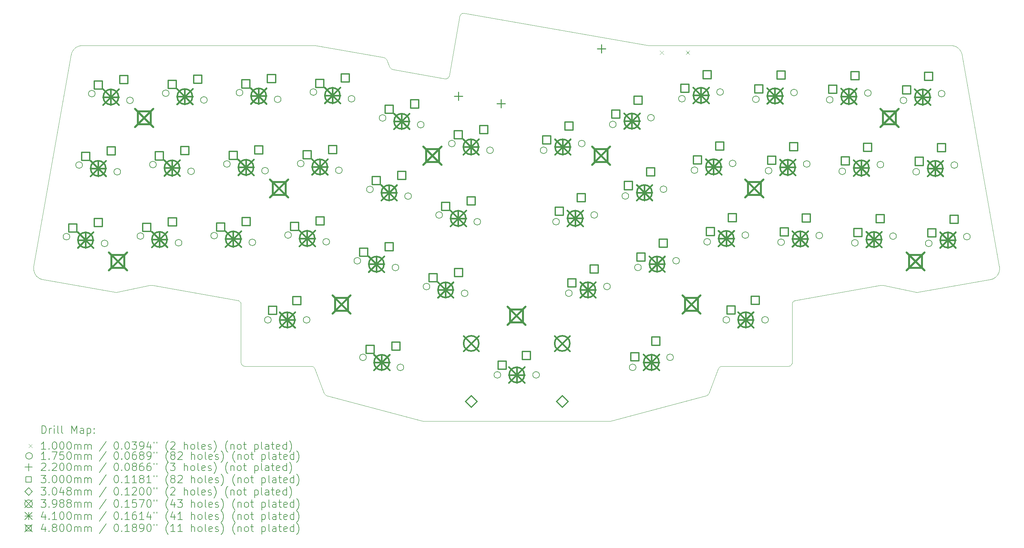
<source format=gbr>
%TF.GenerationSoftware,KiCad,Pcbnew,7.0.1*%
%TF.CreationDate,2025-01-08T11:43:05+07:00*%
%TF.ProjectId,reviung41,72657669-756e-4673-9431-2e6b69636164,1.4*%
%TF.SameCoordinates,PX2faf080PY2faf080*%
%TF.FileFunction,Drillmap*%
%TF.FilePolarity,Positive*%
%FSLAX45Y45*%
G04 Gerber Fmt 4.5, Leading zero omitted, Abs format (unit mm)*
G04 Created by KiCad (PCBNEW 7.0.1) date 2025-01-08 11:43:05*
%MOMM*%
%LPD*%
G01*
G04 APERTURE LIST*
%ADD10C,0.100000*%
%ADD11C,0.200000*%
%ADD12C,0.175000*%
%ADD13C,0.220000*%
%ADD14C,0.300000*%
%ADD15C,0.304800*%
%ADD16C,0.398780*%
%ADD17C,0.410000*%
%ADD18C,0.480000*%
G04 APERTURE END LIST*
D10*
X6060323Y-1233466D02*
X6054649Y-1222358D01*
X6047723Y-1212156D01*
X6039657Y-1202948D01*
X6030559Y-1194821D01*
X6020539Y-1187861D01*
X6009709Y-1182155D01*
X5998177Y-1177791D01*
X5986055Y-1174854D01*
X-2215723Y-1104441D02*
X-3196633Y-6651304D01*
X19087937Y-7150182D02*
X19929649Y-7328705D01*
X4172441Y-9335811D02*
X4423771Y-9983224D01*
X6217480Y-1483026D02*
X6205372Y-1480081D01*
X6193855Y-1475712D01*
X6183039Y-1470004D01*
X6173032Y-1463045D01*
X6163946Y-1454922D01*
X6155890Y-1445721D01*
X6148974Y-1435528D01*
X6143306Y-1424431D01*
X8093524Y-11019D02*
X8083365Y-9752D01*
X8073323Y-9520D01*
X8058608Y-11024D01*
X8044485Y-14628D01*
X8031149Y-20195D01*
X8018799Y-27586D01*
X8007630Y-36664D01*
X7997839Y-47292D01*
X7989622Y-59331D01*
X7983176Y-72645D01*
X7979960Y-82160D01*
X7977676Y-92140D01*
X16695783Y-7645959D02*
X16696681Y-7632537D01*
X16699303Y-7619612D01*
X16703541Y-7607311D01*
X16709288Y-7595764D01*
X16716436Y-7585098D01*
X16724878Y-7575442D01*
X16734505Y-7566925D01*
X16745211Y-7559675D01*
X16756887Y-7553821D01*
X16769427Y-7549491D01*
X16778213Y-7547515D01*
X7703749Y-1646079D02*
X7701462Y-1656071D01*
X7698240Y-1665598D01*
X7691783Y-1678924D01*
X7683551Y-1690973D01*
X7673742Y-1701605D01*
X7662554Y-1710684D01*
X7650183Y-1718071D01*
X7636827Y-1723629D01*
X7622683Y-1727219D01*
X7607949Y-1728703D01*
X7597896Y-1728455D01*
X7587726Y-1727169D01*
X16778213Y-7547515D02*
X19011300Y-7148941D01*
X2339000Y-9272000D02*
X4079219Y-9272000D01*
X19929649Y-7328705D02*
X19941457Y-7330842D01*
X19953349Y-7332264D01*
X19965291Y-7332972D01*
X19977253Y-7332964D01*
X19989201Y-7332241D01*
X20001103Y-7330801D01*
X20005844Y-7330024D01*
X14760537Y-9335884D02*
X14765300Y-9325411D01*
X14771142Y-9315690D01*
X14777974Y-9306783D01*
X14785708Y-9298750D01*
X14794256Y-9291651D01*
X14803528Y-9285547D01*
X14813437Y-9280499D01*
X14823895Y-9276567D01*
X14834811Y-9273812D01*
X14846100Y-9272294D01*
X14853788Y-9272000D01*
X6143306Y-1424431D02*
X6060323Y-1233466D01*
X5986055Y-1174854D02*
X4190443Y-856695D01*
X4423771Y-9983224D02*
X4428717Y-9994020D01*
X4434839Y-10004052D01*
X4442044Y-10013238D01*
X4450244Y-10021497D01*
X4459347Y-10028748D01*
X4469263Y-10034910D01*
X4479902Y-10039903D01*
X4491173Y-10043644D01*
X20005844Y-7330024D02*
X21884782Y-6999014D01*
X-73855Y-7149173D02*
X2156620Y-7548439D01*
X14509835Y-9983190D02*
X14760537Y-9335884D01*
X2156620Y-7548439D02*
X2169669Y-7551686D01*
X2181926Y-7556542D01*
X2193284Y-7562877D01*
X2203636Y-7570565D01*
X2212874Y-7579475D01*
X2220892Y-7589480D01*
X2227580Y-7600452D01*
X2232832Y-7612262D01*
X2236541Y-7624781D01*
X2238599Y-7637881D01*
X2239000Y-7646874D01*
X16695783Y-9172000D02*
X16695783Y-7645959D01*
X7977676Y-92140D02*
X7703749Y-1646079D01*
X14442449Y-10043672D02*
X14453722Y-10039924D01*
X14464362Y-10034924D01*
X14474278Y-10028754D01*
X14483380Y-10021495D01*
X14491577Y-10013228D01*
X14498779Y-10004034D01*
X14504895Y-9993994D01*
X14509835Y-9983190D01*
X7587726Y-1727169D02*
X6217480Y-1483026D01*
X16595783Y-9272000D02*
X16606008Y-9271484D01*
X16615937Y-9269968D01*
X16630167Y-9265932D01*
X16643449Y-9259931D01*
X16655615Y-9252134D01*
X16666494Y-9242711D01*
X16675917Y-9231832D01*
X16683714Y-9219666D01*
X16689715Y-9206383D01*
X16693752Y-9192153D01*
X16695267Y-9182224D01*
X16695783Y-9172000D01*
X21884782Y-6999014D02*
X21899919Y-6995951D01*
X21914724Y-6992166D01*
X21929181Y-6987682D01*
X21943274Y-6982520D01*
X21956988Y-6976702D01*
X21970308Y-6970249D01*
X21983219Y-6963185D01*
X21995705Y-6955530D01*
X22007751Y-6947306D01*
X22019341Y-6938536D01*
X22030461Y-6929240D01*
X22041095Y-6919442D01*
X22051228Y-6909162D01*
X22060844Y-6898423D01*
X22069928Y-6887247D01*
X22078466Y-6875654D01*
X22086441Y-6863668D01*
X22093838Y-6851310D01*
X22100642Y-6838602D01*
X22106838Y-6825565D01*
X22112410Y-6812222D01*
X22117344Y-6798594D01*
X22121623Y-6784704D01*
X22125233Y-6770572D01*
X22128158Y-6756222D01*
X22130383Y-6741674D01*
X22131892Y-6726950D01*
X22132671Y-6712073D01*
X22132704Y-6697065D01*
X22131976Y-6681946D01*
X22130471Y-6666739D01*
X22128174Y-6651466D01*
X14853788Y-9272000D02*
X16595783Y-9272000D01*
X7009807Y-10716776D02*
X11928473Y-10716776D01*
X12928670Y-856695D02*
X8093524Y-11019D01*
X11928473Y-10716776D02*
X14442449Y-10043672D01*
X-2953222Y-6999003D02*
X-1072412Y-7330054D01*
X-1072412Y-7330054D02*
X-1060577Y-7331774D01*
X-1048684Y-7332782D01*
X-1036765Y-7333079D01*
X-1024852Y-7332666D01*
X-1012976Y-7331542D01*
X-1001169Y-7329709D01*
X-996473Y-7328777D01*
X-1920306Y-856683D02*
X-1933885Y-856987D01*
X-1947328Y-857891D01*
X-1960619Y-859383D01*
X-1973743Y-861451D01*
X-1986688Y-864083D01*
X-1999438Y-867267D01*
X-2011979Y-870990D01*
X-2024297Y-875242D01*
X-2036377Y-880010D01*
X-2048206Y-885282D01*
X-2059768Y-891045D01*
X-2071050Y-897289D01*
X-2082037Y-904000D01*
X-2092714Y-911167D01*
X-2103069Y-918778D01*
X-2113085Y-926821D01*
X-2122749Y-935284D01*
X-2132047Y-944155D01*
X-2140965Y-953421D01*
X-2149487Y-963072D01*
X-2157599Y-973094D01*
X-2165288Y-983476D01*
X-2172539Y-994205D01*
X-2179338Y-1005271D01*
X-2185670Y-1016660D01*
X-2191520Y-1028361D01*
X-2196876Y-1040362D01*
X-2201722Y-1052650D01*
X-2206044Y-1065215D01*
X-2209827Y-1078042D01*
X-2213058Y-1091122D01*
X-2215723Y-1104441D01*
X-3196633Y-6651304D02*
X-3198938Y-6666582D01*
X-3200451Y-6681795D01*
X-3201186Y-6696920D01*
X-3201159Y-6711935D01*
X-3200386Y-6726818D01*
X-3198881Y-6741548D01*
X-3196660Y-6756103D01*
X-3193739Y-6770460D01*
X-3190132Y-6784598D01*
X-3185855Y-6798496D01*
X-3180923Y-6812130D01*
X-3175352Y-6825480D01*
X-3169157Y-6838523D01*
X-3162353Y-6851238D01*
X-3154955Y-6863602D01*
X-3146979Y-6875594D01*
X-3138440Y-6887192D01*
X-3129354Y-6898374D01*
X-3119735Y-6909119D01*
X-3109600Y-6919404D01*
X-3098962Y-6929207D01*
X-3087839Y-6938506D01*
X-3076244Y-6947281D01*
X-3064194Y-6955508D01*
X-3051703Y-6963166D01*
X-3038787Y-6970233D01*
X-3025461Y-6976688D01*
X-3011741Y-6982508D01*
X-2997642Y-6987671D01*
X-2983178Y-6992156D01*
X-2968367Y-6995941D01*
X-2953222Y-6999003D01*
X2239000Y-7646874D02*
X2239000Y-9172000D01*
X19011300Y-7148941D02*
X19023241Y-7147180D01*
X19035243Y-7146144D01*
X19047272Y-7145832D01*
X19059296Y-7146243D01*
X19071283Y-7147379D01*
X19083198Y-7149237D01*
X19087937Y-7150182D01*
X2239000Y-9172000D02*
X2239516Y-9182224D01*
X2241032Y-9192153D01*
X2245068Y-9206383D01*
X2251069Y-9219666D01*
X2258866Y-9231832D01*
X2268289Y-9242711D01*
X2279168Y-9252134D01*
X2291334Y-9259931D01*
X2304617Y-9265932D01*
X2318847Y-9269968D01*
X2328776Y-9271484D01*
X2339000Y-9272000D01*
X4079219Y-9272000D02*
X4090697Y-9272658D01*
X4101865Y-9274592D01*
X4112632Y-9277742D01*
X4122910Y-9282048D01*
X4132613Y-9287448D01*
X4141650Y-9293882D01*
X4149935Y-9301290D01*
X4157378Y-9309612D01*
X4163891Y-9318787D01*
X4169386Y-9328755D01*
X4172441Y-9335811D01*
X-996473Y-7328777D02*
X-150364Y-7150348D01*
X22128174Y-6651466D02*
X21150045Y-1104598D01*
X-150364Y-7150348D02*
X-138504Y-7148217D01*
X-126561Y-7146807D01*
X-114568Y-7146118D01*
X-102557Y-7146150D01*
X-90561Y-7146904D01*
X-78613Y-7148380D01*
X-73855Y-7149173D01*
X4190443Y-856695D02*
X-1920306Y-856683D01*
X21150045Y-1104598D02*
X21147386Y-1091272D01*
X21144160Y-1078186D01*
X21140381Y-1065352D01*
X21136063Y-1052781D01*
X21131220Y-1040486D01*
X21125868Y-1028479D01*
X21120019Y-1016772D01*
X21113689Y-1005377D01*
X21106892Y-994305D01*
X21099643Y-983569D01*
X21091954Y-973181D01*
X21083842Y-963153D01*
X21075320Y-953497D01*
X21066402Y-944225D01*
X21057104Y-935349D01*
X21047438Y-926881D01*
X21037420Y-918833D01*
X21027064Y-911217D01*
X21016384Y-904045D01*
X21005395Y-897329D01*
X20994111Y-891082D01*
X20982546Y-885314D01*
X20970714Y-880039D01*
X20958630Y-875268D01*
X20946309Y-871013D01*
X20933764Y-867287D01*
X20921009Y-864101D01*
X20908060Y-861467D01*
X20894931Y-859397D01*
X20881635Y-857904D01*
X20868188Y-857000D01*
X20854603Y-856695D01*
X4491173Y-10043644D02*
X7009807Y-10716776D01*
X20854603Y-856695D02*
X12928670Y-856695D01*
D11*
D10*
X13228200Y-995200D02*
X13328200Y-1095200D01*
X13328200Y-995200D02*
X13228200Y-1095200D01*
X13908200Y-995200D02*
X14008200Y-1095200D01*
X14008200Y-995200D02*
X13908200Y-1095200D01*
D12*
X-2249782Y-5873787D02*
G75*
G03*
X-2249782Y-5873787I-87500J0D01*
G01*
X-1917782Y-3994787D02*
G75*
G03*
X-1917782Y-3994787I-87500J0D01*
G01*
X-1584782Y-2121787D02*
G75*
G03*
X-1584782Y-2121787I-87500J0D01*
G01*
X-1249218Y-6050213D02*
G75*
G03*
X-1249218Y-6050213I-87500J0D01*
G01*
X-917218Y-4171213D02*
G75*
G03*
X-917218Y-4171213I-87500J0D01*
G01*
X-584218Y-2298213D02*
G75*
G03*
X-584218Y-2298213I-87500J0D01*
G01*
X-309782Y-5857787D02*
G75*
G03*
X-309782Y-5857787I-87500J0D01*
G01*
X18218Y-3982787D02*
G75*
G03*
X18218Y-3982787I-87500J0D01*
G01*
X354218Y-2110787D02*
G75*
G03*
X354218Y-2110787I-87500J0D01*
G01*
X690782Y-6034213D02*
G75*
G03*
X690782Y-6034213I-87500J0D01*
G01*
X1018782Y-4159213D02*
G75*
G03*
X1018782Y-4159213I-87500J0D01*
G01*
X1354782Y-2287213D02*
G75*
G03*
X1354782Y-2287213I-87500J0D01*
G01*
X1624218Y-5846787D02*
G75*
G03*
X1624218Y-5846787I-87500J0D01*
G01*
X1958218Y-3966787D02*
G75*
G03*
X1958218Y-3966787I-87500J0D01*
G01*
X2289218Y-2094787D02*
G75*
G03*
X2289218Y-2094787I-87500J0D01*
G01*
X2624782Y-6023213D02*
G75*
G03*
X2624782Y-6023213I-87500J0D01*
G01*
X2958782Y-4143213D02*
G75*
G03*
X2958782Y-4143213I-87500J0D01*
G01*
X3032500Y-8057000D02*
G75*
G03*
X3032500Y-8057000I-87500J0D01*
G01*
X3289782Y-2271213D02*
G75*
G03*
X3289782Y-2271213I-87500J0D01*
G01*
X3562680Y-5831624D02*
G75*
G03*
X3562680Y-5831624I-87500J0D01*
G01*
X3894218Y-3955787D02*
G75*
G03*
X3894218Y-3955787I-87500J0D01*
G01*
X4048500Y-8057000D02*
G75*
G03*
X4048500Y-8057000I-87500J0D01*
G01*
X4226218Y-2080787D02*
G75*
G03*
X4226218Y-2080787I-87500J0D01*
G01*
X4563244Y-6008050D02*
G75*
G03*
X4563244Y-6008050I-87500J0D01*
G01*
X4894782Y-4132213D02*
G75*
G03*
X4894782Y-4132213I-87500J0D01*
G01*
X5226782Y-2257213D02*
G75*
G03*
X5226782Y-2257213I-87500J0D01*
G01*
X5378218Y-6506787D02*
G75*
G03*
X5378218Y-6506787I-87500J0D01*
G01*
X5527036Y-9040008D02*
G75*
G03*
X5527036Y-9040008I-87500J0D01*
G01*
X5709218Y-4633787D02*
G75*
G03*
X5709218Y-4633787I-87500J0D01*
G01*
X6041218Y-2759787D02*
G75*
G03*
X6041218Y-2759787I-87500J0D01*
G01*
X6378782Y-6683213D02*
G75*
G03*
X6378782Y-6683213I-87500J0D01*
G01*
X6508416Y-9302968D02*
G75*
G03*
X6508416Y-9302968I-87500J0D01*
G01*
X6709782Y-4810213D02*
G75*
G03*
X6709782Y-4810213I-87500J0D01*
G01*
X7041782Y-2936213D02*
G75*
G03*
X7041782Y-2936213I-87500J0D01*
G01*
X7193218Y-7182787D02*
G75*
G03*
X7193218Y-7182787I-87500J0D01*
G01*
X7524218Y-5305787D02*
G75*
G03*
X7524218Y-5305787I-87500J0D01*
G01*
X7858218Y-3430787D02*
G75*
G03*
X7858218Y-3430787I-87500J0D01*
G01*
X8193782Y-7359213D02*
G75*
G03*
X8193782Y-7359213I-87500J0D01*
G01*
X8524782Y-5482213D02*
G75*
G03*
X8524782Y-5482213I-87500J0D01*
G01*
X8858782Y-3607213D02*
G75*
G03*
X8858782Y-3607213I-87500J0D01*
G01*
X9051500Y-9500000D02*
G75*
G03*
X9051500Y-9500000I-87500J0D01*
G01*
X10067500Y-9500000D02*
G75*
G03*
X10067500Y-9500000I-87500J0D01*
G01*
X10264218Y-3607213D02*
G75*
G03*
X10264218Y-3607213I-87500J0D01*
G01*
X10591218Y-5480213D02*
G75*
G03*
X10591218Y-5480213I-87500J0D01*
G01*
X10926218Y-7357213D02*
G75*
G03*
X10926218Y-7357213I-87500J0D01*
G01*
X11264782Y-3430787D02*
G75*
G03*
X11264782Y-3430787I-87500J0D01*
G01*
X11591782Y-5303787D02*
G75*
G03*
X11591782Y-5303787I-87500J0D01*
G01*
X11926782Y-7180787D02*
G75*
G03*
X11926782Y-7180787I-87500J0D01*
G01*
X12079218Y-2929213D02*
G75*
G03*
X12079218Y-2929213I-87500J0D01*
G01*
X12408218Y-4806213D02*
G75*
G03*
X12408218Y-4806213I-87500J0D01*
G01*
X12599810Y-9302480D02*
G75*
G03*
X12599810Y-9302480I-87500J0D01*
G01*
X12739218Y-6681213D02*
G75*
G03*
X12739218Y-6681213I-87500J0D01*
G01*
X13079782Y-2752787D02*
G75*
G03*
X13079782Y-2752787I-87500J0D01*
G01*
X13408782Y-4629787D02*
G75*
G03*
X13408782Y-4629787I-87500J0D01*
G01*
X13581190Y-9039520D02*
G75*
G03*
X13581190Y-9039520I-87500J0D01*
G01*
X13739782Y-6504787D02*
G75*
G03*
X13739782Y-6504787I-87500J0D01*
G01*
X13892218Y-2255213D02*
G75*
G03*
X13892218Y-2255213I-87500J0D01*
G01*
X14221218Y-4129213D02*
G75*
G03*
X14221218Y-4129213I-87500J0D01*
G01*
X14554218Y-6009213D02*
G75*
G03*
X14554218Y-6009213I-87500J0D01*
G01*
X14892782Y-2078787D02*
G75*
G03*
X14892782Y-2078787I-87500J0D01*
G01*
X15056500Y-8055000D02*
G75*
G03*
X15056500Y-8055000I-87500J0D01*
G01*
X15221782Y-3952787D02*
G75*
G03*
X15221782Y-3952787I-87500J0D01*
G01*
X15554782Y-5832787D02*
G75*
G03*
X15554782Y-5832787I-87500J0D01*
G01*
X15831218Y-2269213D02*
G75*
G03*
X15831218Y-2269213I-87500J0D01*
G01*
X16072500Y-8055000D02*
G75*
G03*
X16072500Y-8055000I-87500J0D01*
G01*
X16164218Y-4143213D02*
G75*
G03*
X16164218Y-4143213I-87500J0D01*
G01*
X16493218Y-6020213D02*
G75*
G03*
X16493218Y-6020213I-87500J0D01*
G01*
X16831782Y-2092787D02*
G75*
G03*
X16831782Y-2092787I-87500J0D01*
G01*
X17164782Y-3966787D02*
G75*
G03*
X17164782Y-3966787I-87500J0D01*
G01*
X17493782Y-5843787D02*
G75*
G03*
X17493782Y-5843787I-87500J0D01*
G01*
X17768218Y-2282213D02*
G75*
G03*
X17768218Y-2282213I-87500J0D01*
G01*
X18097218Y-4159213D02*
G75*
G03*
X18097218Y-4159213I-87500J0D01*
G01*
X18428218Y-6036213D02*
G75*
G03*
X18428218Y-6036213I-87500J0D01*
G01*
X18768782Y-2105787D02*
G75*
G03*
X18768782Y-2105787I-87500J0D01*
G01*
X19097782Y-3982787D02*
G75*
G03*
X19097782Y-3982787I-87500J0D01*
G01*
X19428782Y-5859787D02*
G75*
G03*
X19428782Y-5859787I-87500J0D01*
G01*
X19702218Y-2298213D02*
G75*
G03*
X19702218Y-2298213I-87500J0D01*
G01*
X20036218Y-4171213D02*
G75*
G03*
X20036218Y-4171213I-87500J0D01*
G01*
X20365218Y-6050213D02*
G75*
G03*
X20365218Y-6050213I-87500J0D01*
G01*
X20702782Y-2121787D02*
G75*
G03*
X20702782Y-2121787I-87500J0D01*
G01*
X21036782Y-3994787D02*
G75*
G03*
X21036782Y-3994787I-87500J0D01*
G01*
X21365782Y-5873787D02*
G75*
G03*
X21365782Y-5873787I-87500J0D01*
G01*
D13*
X7939000Y-2076000D02*
X7939000Y-2296000D01*
X7829000Y-2186000D02*
X8049000Y-2186000D01*
X9063000Y-2276000D02*
X9063000Y-2496000D01*
X8953000Y-2386000D02*
X9173000Y-2386000D01*
X11693000Y-832000D02*
X11693000Y-1052000D01*
X11583000Y-942000D02*
X11803000Y-942000D01*
D14*
X-2062038Y-5751766D02*
X-2062038Y-5539632D01*
X-2274172Y-5539632D01*
X-2274172Y-5751766D01*
X-2062038Y-5751766D01*
X-1730038Y-3872766D02*
X-1730038Y-3660632D01*
X-1942172Y-3660632D01*
X-1942172Y-3872766D01*
X-1730038Y-3872766D01*
X-1397038Y-1999766D02*
X-1397038Y-1787632D01*
X-1609172Y-1787632D01*
X-1609172Y-1999766D01*
X-1397038Y-1999766D01*
X-1392579Y-5611891D02*
X-1392579Y-5399757D01*
X-1604713Y-5399757D01*
X-1604713Y-5611891D01*
X-1392579Y-5611891D01*
X-1060579Y-3732891D02*
X-1060579Y-3520757D01*
X-1272713Y-3520757D01*
X-1272713Y-3732891D01*
X-1060579Y-3732891D01*
X-727579Y-1859891D02*
X-727579Y-1647757D01*
X-939713Y-1647757D01*
X-939713Y-1859891D01*
X-727579Y-1859891D01*
X-122038Y-5735766D02*
X-122038Y-5523632D01*
X-334172Y-5523632D01*
X-334172Y-5735766D01*
X-122038Y-5735766D01*
X205962Y-3860766D02*
X205962Y-3648632D01*
X-6172Y-3648632D01*
X-6172Y-3860766D01*
X205962Y-3860766D01*
X541962Y-1988766D02*
X541962Y-1776632D01*
X329828Y-1776632D01*
X329828Y-1988766D01*
X541962Y-1988766D01*
X547421Y-5595891D02*
X547421Y-5383757D01*
X335287Y-5383757D01*
X335287Y-5595891D01*
X547421Y-5595891D01*
X875421Y-3720891D02*
X875421Y-3508757D01*
X663287Y-3508757D01*
X663287Y-3720891D01*
X875421Y-3720891D01*
X1211421Y-1848891D02*
X1211421Y-1636757D01*
X999287Y-1636757D01*
X999287Y-1848891D01*
X1211421Y-1848891D01*
X1811962Y-5724766D02*
X1811962Y-5512632D01*
X1599828Y-5512632D01*
X1599828Y-5724766D01*
X1811962Y-5724766D01*
X2145962Y-3844766D02*
X2145962Y-3632632D01*
X1933828Y-3632632D01*
X1933828Y-3844766D01*
X2145962Y-3844766D01*
X2476962Y-1972766D02*
X2476962Y-1760632D01*
X2264828Y-1760632D01*
X2264828Y-1972766D01*
X2476962Y-1972766D01*
X2481421Y-5584891D02*
X2481421Y-5372757D01*
X2269287Y-5372757D01*
X2269287Y-5584891D01*
X2481421Y-5584891D01*
X2815421Y-3704891D02*
X2815421Y-3492757D01*
X2603287Y-3492757D01*
X2603287Y-3704891D01*
X2815421Y-3704891D01*
X3146421Y-1832891D02*
X3146421Y-1620757D01*
X2934287Y-1620757D01*
X2934287Y-1832891D01*
X3146421Y-1832891D01*
X3178067Y-7909067D02*
X3178067Y-7696933D01*
X2965933Y-7696933D01*
X2965933Y-7909067D01*
X3178067Y-7909067D01*
X3750424Y-5709603D02*
X3750424Y-5497469D01*
X3538290Y-5497469D01*
X3538290Y-5709603D01*
X3750424Y-5709603D01*
X3813067Y-7655067D02*
X3813067Y-7442933D01*
X3600933Y-7442933D01*
X3600933Y-7655067D01*
X3813067Y-7655067D01*
X4081962Y-3833766D02*
X4081962Y-3621632D01*
X3869828Y-3621632D01*
X3869828Y-3833766D01*
X4081962Y-3833766D01*
X4413962Y-1958766D02*
X4413962Y-1746632D01*
X4201828Y-1746632D01*
X4201828Y-1958766D01*
X4413962Y-1958766D01*
X4419883Y-5569728D02*
X4419883Y-5357594D01*
X4207749Y-5357594D01*
X4207749Y-5569728D01*
X4419883Y-5569728D01*
X4751421Y-3693891D02*
X4751421Y-3481757D01*
X4539287Y-3481757D01*
X4539287Y-3693891D01*
X4751421Y-3693891D01*
X5083421Y-1818891D02*
X5083421Y-1606757D01*
X4871287Y-1606757D01*
X4871287Y-1818891D01*
X5083421Y-1818891D01*
X5565962Y-6384766D02*
X5565962Y-6172632D01*
X5353828Y-6172632D01*
X5353828Y-6384766D01*
X5565962Y-6384766D01*
X5734015Y-8933600D02*
X5734015Y-8721466D01*
X5521881Y-8721466D01*
X5521881Y-8933600D01*
X5734015Y-8933600D01*
X5896962Y-4511766D02*
X5896962Y-4299632D01*
X5684828Y-4299632D01*
X5684828Y-4511766D01*
X5896962Y-4511766D01*
X6228962Y-2637766D02*
X6228962Y-2425632D01*
X6016828Y-2425632D01*
X6016828Y-2637766D01*
X6228962Y-2637766D01*
X6235421Y-6244891D02*
X6235421Y-6032757D01*
X6023287Y-6032757D01*
X6023287Y-6244891D01*
X6235421Y-6244891D01*
X6413118Y-8852605D02*
X6413118Y-8640471D01*
X6200984Y-8640471D01*
X6200984Y-8852605D01*
X6413118Y-8852605D01*
X6566421Y-4371891D02*
X6566421Y-4159757D01*
X6354287Y-4159757D01*
X6354287Y-4371891D01*
X6566421Y-4371891D01*
X6898421Y-2497891D02*
X6898421Y-2285757D01*
X6686287Y-2285757D01*
X6686287Y-2497891D01*
X6898421Y-2497891D01*
X7380962Y-7060766D02*
X7380962Y-6848632D01*
X7168828Y-6848632D01*
X7168828Y-7060766D01*
X7380962Y-7060766D01*
X7711962Y-5183766D02*
X7711962Y-4971632D01*
X7499828Y-4971632D01*
X7499828Y-5183766D01*
X7711962Y-5183766D01*
X8045962Y-3308766D02*
X8045962Y-3096632D01*
X7833828Y-3096632D01*
X7833828Y-3308766D01*
X8045962Y-3308766D01*
X8050421Y-6920891D02*
X8050421Y-6708757D01*
X7838287Y-6708757D01*
X7838287Y-6920891D01*
X8050421Y-6920891D01*
X8381421Y-5043891D02*
X8381421Y-4831757D01*
X8169287Y-4831757D01*
X8169287Y-5043891D01*
X8381421Y-5043891D01*
X8715421Y-3168891D02*
X8715421Y-2956757D01*
X8503287Y-2956757D01*
X8503287Y-3168891D01*
X8715421Y-3168891D01*
X9197067Y-9352067D02*
X9197067Y-9139933D01*
X8984933Y-9139933D01*
X8984933Y-9352067D01*
X9197067Y-9352067D01*
X9832067Y-9098067D02*
X9832067Y-8885933D01*
X9619933Y-8885933D01*
X9619933Y-9098067D01*
X9832067Y-9098067D01*
X10363749Y-3441086D02*
X10363749Y-3228952D01*
X10151615Y-3228952D01*
X10151615Y-3441086D01*
X10363749Y-3441086D01*
X10690749Y-5314086D02*
X10690749Y-5101952D01*
X10478615Y-5101952D01*
X10478615Y-5314086D01*
X10690749Y-5314086D01*
X10944995Y-3080678D02*
X10944995Y-2868544D01*
X10732861Y-2868544D01*
X10732861Y-3080678D01*
X10944995Y-3080678D01*
X11025749Y-7191086D02*
X11025749Y-6978952D01*
X10813615Y-6978952D01*
X10813615Y-7191086D01*
X11025749Y-7191086D01*
X11271995Y-4953678D02*
X11271995Y-4741544D01*
X11059861Y-4741544D01*
X11059861Y-4953678D01*
X11271995Y-4953678D01*
X11606995Y-6830678D02*
X11606995Y-6618544D01*
X11394861Y-6618544D01*
X11394861Y-6830678D01*
X11606995Y-6830678D01*
X12178749Y-2763086D02*
X12178749Y-2550952D01*
X11966615Y-2550952D01*
X11966615Y-2763086D01*
X12178749Y-2763086D01*
X12507749Y-4640086D02*
X12507749Y-4427952D01*
X12295615Y-4427952D01*
X12295615Y-4640086D01*
X12507749Y-4640086D01*
X12675309Y-9130332D02*
X12675309Y-8918198D01*
X12463175Y-8918198D01*
X12463175Y-9130332D01*
X12675309Y-9130332D01*
X12759995Y-2402678D02*
X12759995Y-2190544D01*
X12547861Y-2190544D01*
X12547861Y-2402678D01*
X12759995Y-2402678D01*
X12838749Y-6515086D02*
X12838749Y-6302952D01*
X12626615Y-6302952D01*
X12626615Y-6515086D01*
X12838749Y-6515086D01*
X13088995Y-4279678D02*
X13088995Y-4067544D01*
X12876861Y-4067544D01*
X12876861Y-4279678D01*
X13088995Y-4279678D01*
X13222932Y-8720637D02*
X13222932Y-8508503D01*
X13010798Y-8508503D01*
X13010798Y-8720637D01*
X13222932Y-8720637D01*
X13419995Y-6154678D02*
X13419995Y-5942544D01*
X13207861Y-5942544D01*
X13207861Y-6154678D01*
X13419995Y-6154678D01*
X13991749Y-2089086D02*
X13991749Y-1876952D01*
X13779615Y-1876952D01*
X13779615Y-2089086D01*
X13991749Y-2089086D01*
X14320749Y-3963086D02*
X14320749Y-3750952D01*
X14108615Y-3750952D01*
X14108615Y-3963086D01*
X14320749Y-3963086D01*
X14572995Y-1728678D02*
X14572995Y-1516544D01*
X14360861Y-1516544D01*
X14360861Y-1728678D01*
X14572995Y-1728678D01*
X14653749Y-5843086D02*
X14653749Y-5630952D01*
X14441615Y-5630952D01*
X14441615Y-5843086D01*
X14653749Y-5843086D01*
X14901995Y-3602678D02*
X14901995Y-3390544D01*
X14689861Y-3390544D01*
X14689861Y-3602678D01*
X14901995Y-3602678D01*
X15202067Y-7907067D02*
X15202067Y-7694933D01*
X14989933Y-7694933D01*
X14989933Y-7907067D01*
X15202067Y-7907067D01*
X15234995Y-5482678D02*
X15234995Y-5270544D01*
X15022861Y-5270544D01*
X15022861Y-5482678D01*
X15234995Y-5482678D01*
X15837067Y-7653067D02*
X15837067Y-7440933D01*
X15624933Y-7440933D01*
X15624933Y-7653067D01*
X15837067Y-7653067D01*
X15930749Y-2103086D02*
X15930749Y-1890952D01*
X15718615Y-1890952D01*
X15718615Y-2103086D01*
X15930749Y-2103086D01*
X16263749Y-3977086D02*
X16263749Y-3764952D01*
X16051615Y-3764952D01*
X16051615Y-3977086D01*
X16263749Y-3977086D01*
X16511995Y-1742678D02*
X16511995Y-1530544D01*
X16299861Y-1530544D01*
X16299861Y-1742678D01*
X16511995Y-1742678D01*
X16592749Y-5854086D02*
X16592749Y-5641952D01*
X16380615Y-5641952D01*
X16380615Y-5854086D01*
X16592749Y-5854086D01*
X16844995Y-3616678D02*
X16844995Y-3404544D01*
X16632861Y-3404544D01*
X16632861Y-3616678D01*
X16844995Y-3616678D01*
X17173995Y-5493678D02*
X17173995Y-5281544D01*
X16961861Y-5281544D01*
X16961861Y-5493678D01*
X17173995Y-5493678D01*
X17867749Y-2116086D02*
X17867749Y-1903952D01*
X17655615Y-1903952D01*
X17655615Y-2116086D01*
X17867749Y-2116086D01*
X18196749Y-3993086D02*
X18196749Y-3780952D01*
X17984615Y-3780952D01*
X17984615Y-3993086D01*
X18196749Y-3993086D01*
X18448995Y-1755678D02*
X18448995Y-1543544D01*
X18236861Y-1543544D01*
X18236861Y-1755678D01*
X18448995Y-1755678D01*
X18527749Y-5870086D02*
X18527749Y-5657952D01*
X18315615Y-5657952D01*
X18315615Y-5870086D01*
X18527749Y-5870086D01*
X18777995Y-3632678D02*
X18777995Y-3420544D01*
X18565861Y-3420544D01*
X18565861Y-3632678D01*
X18777995Y-3632678D01*
X19108995Y-5509678D02*
X19108995Y-5297544D01*
X18896861Y-5297544D01*
X18896861Y-5509678D01*
X19108995Y-5509678D01*
X19801749Y-2132086D02*
X19801749Y-1919952D01*
X19589615Y-1919952D01*
X19589615Y-2132086D01*
X19801749Y-2132086D01*
X20135749Y-4005086D02*
X20135749Y-3792952D01*
X19923615Y-3792952D01*
X19923615Y-4005086D01*
X20135749Y-4005086D01*
X20382995Y-1771678D02*
X20382995Y-1559544D01*
X20170861Y-1559544D01*
X20170861Y-1771678D01*
X20382995Y-1771678D01*
X20464749Y-5884086D02*
X20464749Y-5671952D01*
X20252615Y-5671952D01*
X20252615Y-5884086D01*
X20464749Y-5884086D01*
X20716995Y-3644678D02*
X20716995Y-3432544D01*
X20504861Y-3432544D01*
X20504861Y-3644678D01*
X20716995Y-3644678D01*
X21045995Y-5523678D02*
X21045995Y-5311544D01*
X20833861Y-5311544D01*
X20833861Y-5523678D01*
X21045995Y-5523678D01*
D15*
X8278200Y-10350900D02*
X8430600Y-10198500D01*
X8278200Y-10046100D01*
X8125800Y-10198500D01*
X8278200Y-10350900D01*
X10665800Y-10350900D02*
X10818200Y-10198500D01*
X10665800Y-10046100D01*
X10513400Y-10198500D01*
X10665800Y-10350900D01*
D16*
X-2036390Y-5762610D02*
X-1637610Y-6161390D01*
X-1637610Y-5762610D02*
X-2036390Y-6161390D01*
X-1637610Y-5962000D02*
G75*
G03*
X-1637610Y-5962000I-199390J0D01*
G01*
X-1704390Y-3883610D02*
X-1305610Y-4282390D01*
X-1305610Y-3883610D02*
X-1704390Y-4282390D01*
X-1305610Y-4083000D02*
G75*
G03*
X-1305610Y-4083000I-199390J0D01*
G01*
X-1371390Y-2010610D02*
X-972610Y-2409390D01*
X-972610Y-2010610D02*
X-1371390Y-2409390D01*
X-972610Y-2210000D02*
G75*
G03*
X-972610Y-2210000I-199390J0D01*
G01*
X-96390Y-5746610D02*
X302390Y-6145390D01*
X302390Y-5746610D02*
X-96390Y-6145390D01*
X302390Y-5946000D02*
G75*
G03*
X302390Y-5946000I-199390J0D01*
G01*
X231610Y-3871610D02*
X630390Y-4270390D01*
X630390Y-3871610D02*
X231610Y-4270390D01*
X630390Y-4071000D02*
G75*
G03*
X630390Y-4071000I-199390J0D01*
G01*
X567610Y-1999610D02*
X966390Y-2398390D01*
X966390Y-1999610D02*
X567610Y-2398390D01*
X966390Y-2199000D02*
G75*
G03*
X966390Y-2199000I-199390J0D01*
G01*
X1837610Y-5735610D02*
X2236390Y-6134390D01*
X2236390Y-5735610D02*
X1837610Y-6134390D01*
X2236390Y-5935000D02*
G75*
G03*
X2236390Y-5935000I-199390J0D01*
G01*
X2171610Y-3855610D02*
X2570390Y-4254390D01*
X2570390Y-3855610D02*
X2171610Y-4254390D01*
X2570390Y-4055000D02*
G75*
G03*
X2570390Y-4055000I-199390J0D01*
G01*
X2502610Y-1983610D02*
X2901390Y-2382390D01*
X2901390Y-1983610D02*
X2502610Y-2382390D01*
X2901390Y-2183000D02*
G75*
G03*
X2901390Y-2183000I-199390J0D01*
G01*
X3253610Y-7857610D02*
X3652390Y-8256390D01*
X3652390Y-7857610D02*
X3253610Y-8256390D01*
X3652390Y-8057000D02*
G75*
G03*
X3652390Y-8057000I-199390J0D01*
G01*
X3776072Y-5720447D02*
X4174852Y-6119227D01*
X4174852Y-5720447D02*
X3776072Y-6119227D01*
X4174852Y-5919837D02*
G75*
G03*
X4174852Y-5919837I-199390J0D01*
G01*
X4107610Y-3844610D02*
X4506390Y-4243390D01*
X4506390Y-3844610D02*
X4107610Y-4243390D01*
X4506390Y-4044000D02*
G75*
G03*
X4506390Y-4044000I-199390J0D01*
G01*
X4439610Y-1969610D02*
X4838390Y-2368390D01*
X4838390Y-1969610D02*
X4439610Y-2368390D01*
X4838390Y-2169000D02*
G75*
G03*
X4838390Y-2169000I-199390J0D01*
G01*
X5591610Y-6395610D02*
X5990390Y-6794390D01*
X5990390Y-6395610D02*
X5591610Y-6794390D01*
X5990390Y-6595000D02*
G75*
G03*
X5990390Y-6595000I-199390J0D01*
G01*
X5730836Y-8972098D02*
X6129616Y-9370878D01*
X6129616Y-8972098D02*
X5730836Y-9370878D01*
X6129616Y-9171488D02*
G75*
G03*
X6129616Y-9171488I-199390J0D01*
G01*
X5922610Y-4522610D02*
X6321390Y-4921390D01*
X6321390Y-4522610D02*
X5922610Y-4921390D01*
X6321390Y-4722000D02*
G75*
G03*
X6321390Y-4722000I-199390J0D01*
G01*
X6254610Y-2648610D02*
X6653390Y-3047390D01*
X6653390Y-2648610D02*
X6254610Y-3047390D01*
X6653390Y-2848000D02*
G75*
G03*
X6653390Y-2848000I-199390J0D01*
G01*
X7406610Y-7071610D02*
X7805390Y-7470390D01*
X7805390Y-7071610D02*
X7406610Y-7470390D01*
X7805390Y-7271000D02*
G75*
G03*
X7805390Y-7271000I-199390J0D01*
G01*
X7737610Y-5194610D02*
X8136390Y-5593390D01*
X8136390Y-5194610D02*
X7737610Y-5593390D01*
X8136390Y-5394000D02*
G75*
G03*
X8136390Y-5394000I-199390J0D01*
G01*
X8071610Y-3319610D02*
X8470390Y-3718390D01*
X8470390Y-3319610D02*
X8071610Y-3718390D01*
X8470390Y-3519000D02*
G75*
G03*
X8470390Y-3519000I-199390J0D01*
G01*
X8078810Y-8475110D02*
X8477590Y-8873890D01*
X8477590Y-8475110D02*
X8078810Y-8873890D01*
X8477590Y-8674500D02*
G75*
G03*
X8477590Y-8674500I-199390J0D01*
G01*
X9272610Y-9300610D02*
X9671390Y-9699390D01*
X9671390Y-9300610D02*
X9272610Y-9699390D01*
X9671390Y-9500000D02*
G75*
G03*
X9671390Y-9500000I-199390J0D01*
G01*
X10466410Y-8475110D02*
X10865190Y-8873890D01*
X10865190Y-8475110D02*
X10466410Y-8873890D01*
X10865190Y-8674500D02*
G75*
G03*
X10865190Y-8674500I-199390J0D01*
G01*
X10477610Y-3319610D02*
X10876390Y-3718390D01*
X10876390Y-3319610D02*
X10477610Y-3718390D01*
X10876390Y-3519000D02*
G75*
G03*
X10876390Y-3519000I-199390J0D01*
G01*
X10804610Y-5192610D02*
X11203390Y-5591390D01*
X11203390Y-5192610D02*
X10804610Y-5591390D01*
X11203390Y-5392000D02*
G75*
G03*
X11203390Y-5392000I-199390J0D01*
G01*
X11139610Y-7069610D02*
X11538390Y-7468390D01*
X11538390Y-7069610D02*
X11139610Y-7468390D01*
X11538390Y-7269000D02*
G75*
G03*
X11538390Y-7269000I-199390J0D01*
G01*
X12292610Y-2641610D02*
X12691390Y-3040390D01*
X12691390Y-2641610D02*
X12292610Y-3040390D01*
X12691390Y-2841000D02*
G75*
G03*
X12691390Y-2841000I-199390J0D01*
G01*
X12621610Y-4518610D02*
X13020390Y-4917390D01*
X13020390Y-4518610D02*
X12621610Y-4917390D01*
X13020390Y-4718000D02*
G75*
G03*
X13020390Y-4718000I-199390J0D01*
G01*
X12803610Y-8971610D02*
X13202390Y-9370390D01*
X13202390Y-8971610D02*
X12803610Y-9370390D01*
X13202390Y-9171000D02*
G75*
G03*
X13202390Y-9171000I-199390J0D01*
G01*
X12952610Y-6393610D02*
X13351390Y-6792390D01*
X13351390Y-6393610D02*
X12952610Y-6792390D01*
X13351390Y-6593000D02*
G75*
G03*
X13351390Y-6593000I-199390J0D01*
G01*
X14105610Y-1967610D02*
X14504390Y-2366390D01*
X14504390Y-1967610D02*
X14105610Y-2366390D01*
X14504390Y-2167000D02*
G75*
G03*
X14504390Y-2167000I-199390J0D01*
G01*
X14434610Y-3841610D02*
X14833390Y-4240390D01*
X14833390Y-3841610D02*
X14434610Y-4240390D01*
X14833390Y-4041000D02*
G75*
G03*
X14833390Y-4041000I-199390J0D01*
G01*
X14767610Y-5721610D02*
X15166390Y-6120390D01*
X15166390Y-5721610D02*
X14767610Y-6120390D01*
X15166390Y-5921000D02*
G75*
G03*
X15166390Y-5921000I-199390J0D01*
G01*
X15277610Y-7855610D02*
X15676390Y-8254390D01*
X15676390Y-7855610D02*
X15277610Y-8254390D01*
X15676390Y-8055000D02*
G75*
G03*
X15676390Y-8055000I-199390J0D01*
G01*
X16044610Y-1981610D02*
X16443390Y-2380390D01*
X16443390Y-1981610D02*
X16044610Y-2380390D01*
X16443390Y-2181000D02*
G75*
G03*
X16443390Y-2181000I-199390J0D01*
G01*
X16377610Y-3855610D02*
X16776390Y-4254390D01*
X16776390Y-3855610D02*
X16377610Y-4254390D01*
X16776390Y-4055000D02*
G75*
G03*
X16776390Y-4055000I-199390J0D01*
G01*
X16706610Y-5732610D02*
X17105390Y-6131390D01*
X17105390Y-5732610D02*
X16706610Y-6131390D01*
X17105390Y-5932000D02*
G75*
G03*
X17105390Y-5932000I-199390J0D01*
G01*
X17981610Y-1994610D02*
X18380390Y-2393390D01*
X18380390Y-1994610D02*
X17981610Y-2393390D01*
X18380390Y-2194000D02*
G75*
G03*
X18380390Y-2194000I-199390J0D01*
G01*
X18310610Y-3871610D02*
X18709390Y-4270390D01*
X18709390Y-3871610D02*
X18310610Y-4270390D01*
X18709390Y-4071000D02*
G75*
G03*
X18709390Y-4071000I-199390J0D01*
G01*
X18641610Y-5748610D02*
X19040390Y-6147390D01*
X19040390Y-5748610D02*
X18641610Y-6147390D01*
X19040390Y-5948000D02*
G75*
G03*
X19040390Y-5948000I-199390J0D01*
G01*
X19915610Y-2010610D02*
X20314390Y-2409390D01*
X20314390Y-2010610D02*
X19915610Y-2409390D01*
X20314390Y-2210000D02*
G75*
G03*
X20314390Y-2210000I-199390J0D01*
G01*
X20249610Y-3883610D02*
X20648390Y-4282390D01*
X20648390Y-3883610D02*
X20249610Y-4282390D01*
X20648390Y-4083000D02*
G75*
G03*
X20648390Y-4083000I-199390J0D01*
G01*
X20578610Y-5762610D02*
X20977390Y-6161390D01*
X20977390Y-5762610D02*
X20578610Y-6161390D01*
X20977390Y-5962000D02*
G75*
G03*
X20977390Y-5962000I-199390J0D01*
G01*
D17*
X-2042000Y-5757000D02*
X-1632000Y-6167000D01*
X-1632000Y-5757000D02*
X-2042000Y-6167000D01*
X-1837000Y-5757000D02*
X-1837000Y-6167000D01*
X-2042000Y-5962000D02*
X-1632000Y-5962000D01*
X-1710000Y-3878000D02*
X-1300000Y-4288000D01*
X-1300000Y-3878000D02*
X-1710000Y-4288000D01*
X-1505000Y-3878000D02*
X-1505000Y-4288000D01*
X-1710000Y-4083000D02*
X-1300000Y-4083000D01*
X-1377000Y-2005000D02*
X-967000Y-2415000D01*
X-967000Y-2005000D02*
X-1377000Y-2415000D01*
X-1172000Y-2005000D02*
X-1172000Y-2415000D01*
X-1377000Y-2210000D02*
X-967000Y-2210000D01*
X-102000Y-5741000D02*
X308000Y-6151000D01*
X308000Y-5741000D02*
X-102000Y-6151000D01*
X103000Y-5741000D02*
X103000Y-6151000D01*
X-102000Y-5946000D02*
X308000Y-5946000D01*
X226000Y-3866000D02*
X636000Y-4276000D01*
X636000Y-3866000D02*
X226000Y-4276000D01*
X431000Y-3866000D02*
X431000Y-4276000D01*
X226000Y-4071000D02*
X636000Y-4071000D01*
X562000Y-1994000D02*
X972000Y-2404000D01*
X972000Y-1994000D02*
X562000Y-2404000D01*
X767000Y-1994000D02*
X767000Y-2404000D01*
X562000Y-2199000D02*
X972000Y-2199000D01*
X1832000Y-5730000D02*
X2242000Y-6140000D01*
X2242000Y-5730000D02*
X1832000Y-6140000D01*
X2037000Y-5730000D02*
X2037000Y-6140000D01*
X1832000Y-5935000D02*
X2242000Y-5935000D01*
X2166000Y-3850000D02*
X2576000Y-4260000D01*
X2576000Y-3850000D02*
X2166000Y-4260000D01*
X2371000Y-3850000D02*
X2371000Y-4260000D01*
X2166000Y-4055000D02*
X2576000Y-4055000D01*
X2497000Y-1978000D02*
X2907000Y-2388000D01*
X2907000Y-1978000D02*
X2497000Y-2388000D01*
X2702000Y-1978000D02*
X2702000Y-2388000D01*
X2497000Y-2183000D02*
X2907000Y-2183000D01*
X3248000Y-7852000D02*
X3658000Y-8262000D01*
X3658000Y-7852000D02*
X3248000Y-8262000D01*
X3453000Y-7852000D02*
X3453000Y-8262000D01*
X3248000Y-8057000D02*
X3658000Y-8057000D01*
X3770462Y-5714837D02*
X4180462Y-6124837D01*
X4180462Y-5714837D02*
X3770462Y-6124837D01*
X3975462Y-5714837D02*
X3975462Y-6124837D01*
X3770462Y-5919837D02*
X4180462Y-5919837D01*
X4102000Y-3839000D02*
X4512000Y-4249000D01*
X4512000Y-3839000D02*
X4102000Y-4249000D01*
X4307000Y-3839000D02*
X4307000Y-4249000D01*
X4102000Y-4044000D02*
X4512000Y-4044000D01*
X4434000Y-1964000D02*
X4844000Y-2374000D01*
X4844000Y-1964000D02*
X4434000Y-2374000D01*
X4639000Y-1964000D02*
X4639000Y-2374000D01*
X4434000Y-2169000D02*
X4844000Y-2169000D01*
X5586000Y-6390000D02*
X5996000Y-6800000D01*
X5996000Y-6390000D02*
X5586000Y-6800000D01*
X5791000Y-6390000D02*
X5791000Y-6800000D01*
X5586000Y-6595000D02*
X5996000Y-6595000D01*
X5725226Y-8966488D02*
X6135226Y-9376488D01*
X6135226Y-8966488D02*
X5725226Y-9376488D01*
X5930226Y-8966488D02*
X5930226Y-9376488D01*
X5725226Y-9171488D02*
X6135226Y-9171488D01*
X5917000Y-4517000D02*
X6327000Y-4927000D01*
X6327000Y-4517000D02*
X5917000Y-4927000D01*
X6122000Y-4517000D02*
X6122000Y-4927000D01*
X5917000Y-4722000D02*
X6327000Y-4722000D01*
X6249000Y-2643000D02*
X6659000Y-3053000D01*
X6659000Y-2643000D02*
X6249000Y-3053000D01*
X6454000Y-2643000D02*
X6454000Y-3053000D01*
X6249000Y-2848000D02*
X6659000Y-2848000D01*
X7401000Y-7066000D02*
X7811000Y-7476000D01*
X7811000Y-7066000D02*
X7401000Y-7476000D01*
X7606000Y-7066000D02*
X7606000Y-7476000D01*
X7401000Y-7271000D02*
X7811000Y-7271000D01*
X7732000Y-5189000D02*
X8142000Y-5599000D01*
X8142000Y-5189000D02*
X7732000Y-5599000D01*
X7937000Y-5189000D02*
X7937000Y-5599000D01*
X7732000Y-5394000D02*
X8142000Y-5394000D01*
X8066000Y-3314000D02*
X8476000Y-3724000D01*
X8476000Y-3314000D02*
X8066000Y-3724000D01*
X8271000Y-3314000D02*
X8271000Y-3724000D01*
X8066000Y-3519000D02*
X8476000Y-3519000D01*
X9267000Y-9295000D02*
X9677000Y-9705000D01*
X9677000Y-9295000D02*
X9267000Y-9705000D01*
X9472000Y-9295000D02*
X9472000Y-9705000D01*
X9267000Y-9500000D02*
X9677000Y-9500000D01*
X10472000Y-3314000D02*
X10882000Y-3724000D01*
X10882000Y-3314000D02*
X10472000Y-3724000D01*
X10677000Y-3314000D02*
X10677000Y-3724000D01*
X10472000Y-3519000D02*
X10882000Y-3519000D01*
X10799000Y-5187000D02*
X11209000Y-5597000D01*
X11209000Y-5187000D02*
X10799000Y-5597000D01*
X11004000Y-5187000D02*
X11004000Y-5597000D01*
X10799000Y-5392000D02*
X11209000Y-5392000D01*
X11134000Y-7064000D02*
X11544000Y-7474000D01*
X11544000Y-7064000D02*
X11134000Y-7474000D01*
X11339000Y-7064000D02*
X11339000Y-7474000D01*
X11134000Y-7269000D02*
X11544000Y-7269000D01*
X12287000Y-2636000D02*
X12697000Y-3046000D01*
X12697000Y-2636000D02*
X12287000Y-3046000D01*
X12492000Y-2636000D02*
X12492000Y-3046000D01*
X12287000Y-2841000D02*
X12697000Y-2841000D01*
X12616000Y-4513000D02*
X13026000Y-4923000D01*
X13026000Y-4513000D02*
X12616000Y-4923000D01*
X12821000Y-4513000D02*
X12821000Y-4923000D01*
X12616000Y-4718000D02*
X13026000Y-4718000D01*
X12798000Y-8966000D02*
X13208000Y-9376000D01*
X13208000Y-8966000D02*
X12798000Y-9376000D01*
X13003000Y-8966000D02*
X13003000Y-9376000D01*
X12798000Y-9171000D02*
X13208000Y-9171000D01*
X12947000Y-6388000D02*
X13357000Y-6798000D01*
X13357000Y-6388000D02*
X12947000Y-6798000D01*
X13152000Y-6388000D02*
X13152000Y-6798000D01*
X12947000Y-6593000D02*
X13357000Y-6593000D01*
X14100000Y-1962000D02*
X14510000Y-2372000D01*
X14510000Y-1962000D02*
X14100000Y-2372000D01*
X14305000Y-1962000D02*
X14305000Y-2372000D01*
X14100000Y-2167000D02*
X14510000Y-2167000D01*
X14429000Y-3836000D02*
X14839000Y-4246000D01*
X14839000Y-3836000D02*
X14429000Y-4246000D01*
X14634000Y-3836000D02*
X14634000Y-4246000D01*
X14429000Y-4041000D02*
X14839000Y-4041000D01*
X14762000Y-5716000D02*
X15172000Y-6126000D01*
X15172000Y-5716000D02*
X14762000Y-6126000D01*
X14967000Y-5716000D02*
X14967000Y-6126000D01*
X14762000Y-5921000D02*
X15172000Y-5921000D01*
X15272000Y-7850000D02*
X15682000Y-8260000D01*
X15682000Y-7850000D02*
X15272000Y-8260000D01*
X15477000Y-7850000D02*
X15477000Y-8260000D01*
X15272000Y-8055000D02*
X15682000Y-8055000D01*
X16039000Y-1976000D02*
X16449000Y-2386000D01*
X16449000Y-1976000D02*
X16039000Y-2386000D01*
X16244000Y-1976000D02*
X16244000Y-2386000D01*
X16039000Y-2181000D02*
X16449000Y-2181000D01*
X16372000Y-3850000D02*
X16782000Y-4260000D01*
X16782000Y-3850000D02*
X16372000Y-4260000D01*
X16577000Y-3850000D02*
X16577000Y-4260000D01*
X16372000Y-4055000D02*
X16782000Y-4055000D01*
X16701000Y-5727000D02*
X17111000Y-6137000D01*
X17111000Y-5727000D02*
X16701000Y-6137000D01*
X16906000Y-5727000D02*
X16906000Y-6137000D01*
X16701000Y-5932000D02*
X17111000Y-5932000D01*
X17976000Y-1989000D02*
X18386000Y-2399000D01*
X18386000Y-1989000D02*
X17976000Y-2399000D01*
X18181000Y-1989000D02*
X18181000Y-2399000D01*
X17976000Y-2194000D02*
X18386000Y-2194000D01*
X18305000Y-3866000D02*
X18715000Y-4276000D01*
X18715000Y-3866000D02*
X18305000Y-4276000D01*
X18510000Y-3866000D02*
X18510000Y-4276000D01*
X18305000Y-4071000D02*
X18715000Y-4071000D01*
X18636000Y-5743000D02*
X19046000Y-6153000D01*
X19046000Y-5743000D02*
X18636000Y-6153000D01*
X18841000Y-5743000D02*
X18841000Y-6153000D01*
X18636000Y-5948000D02*
X19046000Y-5948000D01*
X19910000Y-2005000D02*
X20320000Y-2415000D01*
X20320000Y-2005000D02*
X19910000Y-2415000D01*
X20115000Y-2005000D02*
X20115000Y-2415000D01*
X19910000Y-2210000D02*
X20320000Y-2210000D01*
X20244000Y-3878000D02*
X20654000Y-4288000D01*
X20654000Y-3878000D02*
X20244000Y-4288000D01*
X20449000Y-3878000D02*
X20449000Y-4288000D01*
X20244000Y-4083000D02*
X20654000Y-4083000D01*
X20573000Y-5757000D02*
X20983000Y-6167000D01*
X20983000Y-5757000D02*
X20573000Y-6167000D01*
X20778000Y-5757000D02*
X20778000Y-6167000D01*
X20573000Y-5962000D02*
X20983000Y-5962000D01*
D18*
X-1227000Y-6284000D02*
X-747000Y-6764000D01*
X-747000Y-6284000D02*
X-1227000Y-6764000D01*
X-817293Y-6693707D02*
X-817293Y-6354293D01*
X-1156707Y-6354293D01*
X-1156707Y-6693707D01*
X-817293Y-6693707D01*
X-539000Y-2519000D02*
X-59000Y-2999000D01*
X-59000Y-2519000D02*
X-539000Y-2999000D01*
X-129293Y-2928707D02*
X-129293Y-2589293D01*
X-468707Y-2589293D01*
X-468707Y-2928707D01*
X-129293Y-2928707D01*
X3000000Y-4370000D02*
X3480000Y-4850000D01*
X3480000Y-4370000D02*
X3000000Y-4850000D01*
X3409707Y-4779707D02*
X3409707Y-4440293D01*
X3070293Y-4440293D01*
X3070293Y-4779707D01*
X3409707Y-4779707D01*
X4637000Y-7413000D02*
X5117000Y-7893000D01*
X5117000Y-7413000D02*
X4637000Y-7893000D01*
X5046707Y-7822707D02*
X5046707Y-7483293D01*
X4707293Y-7483293D01*
X4707293Y-7822707D01*
X5046707Y-7822707D01*
X7022000Y-3508000D02*
X7502000Y-3988000D01*
X7502000Y-3508000D02*
X7022000Y-3988000D01*
X7431707Y-3917707D02*
X7431707Y-3578293D01*
X7092293Y-3578293D01*
X7092293Y-3917707D01*
X7431707Y-3917707D01*
X9226000Y-7713000D02*
X9706000Y-8193000D01*
X9706000Y-7713000D02*
X9226000Y-8193000D01*
X9635707Y-8122707D02*
X9635707Y-7783293D01*
X9296293Y-7783293D01*
X9296293Y-8122707D01*
X9635707Y-8122707D01*
X11444000Y-3508000D02*
X11924000Y-3988000D01*
X11924000Y-3508000D02*
X11444000Y-3988000D01*
X11853707Y-3917707D02*
X11853707Y-3578293D01*
X11514293Y-3578293D01*
X11514293Y-3917707D01*
X11853707Y-3917707D01*
X13816000Y-7413000D02*
X14296000Y-7893000D01*
X14296000Y-7413000D02*
X13816000Y-7893000D01*
X14225707Y-7822707D02*
X14225707Y-7483293D01*
X13886293Y-7483293D01*
X13886293Y-7822707D01*
X14225707Y-7822707D01*
X15465000Y-4369000D02*
X15945000Y-4849000D01*
X15945000Y-4369000D02*
X15465000Y-4849000D01*
X15874707Y-4778707D02*
X15874707Y-4439293D01*
X15535293Y-4439293D01*
X15535293Y-4778707D01*
X15874707Y-4778707D01*
X19007000Y-2518000D02*
X19487000Y-2998000D01*
X19487000Y-2518000D02*
X19007000Y-2998000D01*
X19416707Y-2927707D02*
X19416707Y-2588293D01*
X19077293Y-2588293D01*
X19077293Y-2927707D01*
X19416707Y-2927707D01*
X19692000Y-6284000D02*
X20172000Y-6764000D01*
X20172000Y-6284000D02*
X19692000Y-6764000D01*
X20101707Y-6693707D02*
X20101707Y-6354293D01*
X19762293Y-6354293D01*
X19762293Y-6693707D01*
X20101707Y-6693707D01*
D11*
X-2982883Y-11034300D02*
X-2982883Y-10834300D01*
X-2982883Y-10834300D02*
X-2935264Y-10834300D01*
X-2935264Y-10834300D02*
X-2906692Y-10843824D01*
X-2906692Y-10843824D02*
X-2887645Y-10862871D01*
X-2887645Y-10862871D02*
X-2878121Y-10881919D01*
X-2878121Y-10881919D02*
X-2868597Y-10920014D01*
X-2868597Y-10920014D02*
X-2868597Y-10948586D01*
X-2868597Y-10948586D02*
X-2878121Y-10986681D01*
X-2878121Y-10986681D02*
X-2887645Y-11005729D01*
X-2887645Y-11005729D02*
X-2906692Y-11024776D01*
X-2906692Y-11024776D02*
X-2935264Y-11034300D01*
X-2935264Y-11034300D02*
X-2982883Y-11034300D01*
X-2782883Y-11034300D02*
X-2782883Y-10900967D01*
X-2782883Y-10939062D02*
X-2773359Y-10920014D01*
X-2773359Y-10920014D02*
X-2763835Y-10910490D01*
X-2763835Y-10910490D02*
X-2744788Y-10900967D01*
X-2744788Y-10900967D02*
X-2725740Y-10900967D01*
X-2659073Y-11034300D02*
X-2659073Y-10900967D01*
X-2659073Y-10834300D02*
X-2668597Y-10843824D01*
X-2668597Y-10843824D02*
X-2659073Y-10853348D01*
X-2659073Y-10853348D02*
X-2649549Y-10843824D01*
X-2649549Y-10843824D02*
X-2659073Y-10834300D01*
X-2659073Y-10834300D02*
X-2659073Y-10853348D01*
X-2535264Y-11034300D02*
X-2554311Y-11024776D01*
X-2554311Y-11024776D02*
X-2563835Y-11005729D01*
X-2563835Y-11005729D02*
X-2563835Y-10834300D01*
X-2430502Y-11034300D02*
X-2449549Y-11024776D01*
X-2449549Y-11024776D02*
X-2459073Y-11005729D01*
X-2459073Y-11005729D02*
X-2459073Y-10834300D01*
X-2201930Y-11034300D02*
X-2201930Y-10834300D01*
X-2201930Y-10834300D02*
X-2135264Y-10977157D01*
X-2135264Y-10977157D02*
X-2068597Y-10834300D01*
X-2068597Y-10834300D02*
X-2068597Y-11034300D01*
X-1887645Y-11034300D02*
X-1887645Y-10929538D01*
X-1887645Y-10929538D02*
X-1897168Y-10910490D01*
X-1897168Y-10910490D02*
X-1916216Y-10900967D01*
X-1916216Y-10900967D02*
X-1954311Y-10900967D01*
X-1954311Y-10900967D02*
X-1973359Y-10910490D01*
X-1887645Y-11024776D02*
X-1906692Y-11034300D01*
X-1906692Y-11034300D02*
X-1954311Y-11034300D01*
X-1954311Y-11034300D02*
X-1973359Y-11024776D01*
X-1973359Y-11024776D02*
X-1982883Y-11005729D01*
X-1982883Y-11005729D02*
X-1982883Y-10986681D01*
X-1982883Y-10986681D02*
X-1973359Y-10967633D01*
X-1973359Y-10967633D02*
X-1954311Y-10958110D01*
X-1954311Y-10958110D02*
X-1906692Y-10958110D01*
X-1906692Y-10958110D02*
X-1887645Y-10948586D01*
X-1792406Y-10900967D02*
X-1792406Y-11100967D01*
X-1792406Y-10910490D02*
X-1773359Y-10900967D01*
X-1773359Y-10900967D02*
X-1735264Y-10900967D01*
X-1735264Y-10900967D02*
X-1716216Y-10910490D01*
X-1716216Y-10910490D02*
X-1706692Y-10920014D01*
X-1706692Y-10920014D02*
X-1697168Y-10939062D01*
X-1697168Y-10939062D02*
X-1697168Y-10996205D01*
X-1697168Y-10996205D02*
X-1706692Y-11015252D01*
X-1706692Y-11015252D02*
X-1716216Y-11024776D01*
X-1716216Y-11024776D02*
X-1735264Y-11034300D01*
X-1735264Y-11034300D02*
X-1773359Y-11034300D01*
X-1773359Y-11034300D02*
X-1792406Y-11024776D01*
X-1611454Y-11015252D02*
X-1601930Y-11024776D01*
X-1601930Y-11024776D02*
X-1611454Y-11034300D01*
X-1611454Y-11034300D02*
X-1620978Y-11024776D01*
X-1620978Y-11024776D02*
X-1611454Y-11015252D01*
X-1611454Y-11015252D02*
X-1611454Y-11034300D01*
X-1611454Y-10910490D02*
X-1601930Y-10920014D01*
X-1601930Y-10920014D02*
X-1611454Y-10929538D01*
X-1611454Y-10929538D02*
X-1620978Y-10920014D01*
X-1620978Y-10920014D02*
X-1611454Y-10910490D01*
X-1611454Y-10910490D02*
X-1611454Y-10929538D01*
D10*
X-3330502Y-11311776D02*
X-3230502Y-11411776D01*
X-3230502Y-11311776D02*
X-3330502Y-11411776D01*
D11*
X-2878121Y-11454300D02*
X-2992406Y-11454300D01*
X-2935264Y-11454300D02*
X-2935264Y-11254300D01*
X-2935264Y-11254300D02*
X-2954311Y-11282871D01*
X-2954311Y-11282871D02*
X-2973359Y-11301919D01*
X-2973359Y-11301919D02*
X-2992406Y-11311443D01*
X-2792407Y-11435252D02*
X-2782883Y-11444776D01*
X-2782883Y-11444776D02*
X-2792407Y-11454300D01*
X-2792407Y-11454300D02*
X-2801930Y-11444776D01*
X-2801930Y-11444776D02*
X-2792407Y-11435252D01*
X-2792407Y-11435252D02*
X-2792407Y-11454300D01*
X-2659073Y-11254300D02*
X-2640026Y-11254300D01*
X-2640026Y-11254300D02*
X-2620978Y-11263824D01*
X-2620978Y-11263824D02*
X-2611454Y-11273348D01*
X-2611454Y-11273348D02*
X-2601930Y-11292395D01*
X-2601930Y-11292395D02*
X-2592407Y-11330490D01*
X-2592407Y-11330490D02*
X-2592407Y-11378109D01*
X-2592407Y-11378109D02*
X-2601930Y-11416205D01*
X-2601930Y-11416205D02*
X-2611454Y-11435252D01*
X-2611454Y-11435252D02*
X-2620978Y-11444776D01*
X-2620978Y-11444776D02*
X-2640026Y-11454300D01*
X-2640026Y-11454300D02*
X-2659073Y-11454300D01*
X-2659073Y-11454300D02*
X-2678121Y-11444776D01*
X-2678121Y-11444776D02*
X-2687645Y-11435252D01*
X-2687645Y-11435252D02*
X-2697168Y-11416205D01*
X-2697168Y-11416205D02*
X-2706692Y-11378109D01*
X-2706692Y-11378109D02*
X-2706692Y-11330490D01*
X-2706692Y-11330490D02*
X-2697168Y-11292395D01*
X-2697168Y-11292395D02*
X-2687645Y-11273348D01*
X-2687645Y-11273348D02*
X-2678121Y-11263824D01*
X-2678121Y-11263824D02*
X-2659073Y-11254300D01*
X-2468597Y-11254300D02*
X-2449549Y-11254300D01*
X-2449549Y-11254300D02*
X-2430502Y-11263824D01*
X-2430502Y-11263824D02*
X-2420978Y-11273348D01*
X-2420978Y-11273348D02*
X-2411454Y-11292395D01*
X-2411454Y-11292395D02*
X-2401930Y-11330490D01*
X-2401930Y-11330490D02*
X-2401930Y-11378109D01*
X-2401930Y-11378109D02*
X-2411454Y-11416205D01*
X-2411454Y-11416205D02*
X-2420978Y-11435252D01*
X-2420978Y-11435252D02*
X-2430502Y-11444776D01*
X-2430502Y-11444776D02*
X-2449549Y-11454300D01*
X-2449549Y-11454300D02*
X-2468597Y-11454300D01*
X-2468597Y-11454300D02*
X-2487645Y-11444776D01*
X-2487645Y-11444776D02*
X-2497168Y-11435252D01*
X-2497168Y-11435252D02*
X-2506692Y-11416205D01*
X-2506692Y-11416205D02*
X-2516216Y-11378109D01*
X-2516216Y-11378109D02*
X-2516216Y-11330490D01*
X-2516216Y-11330490D02*
X-2506692Y-11292395D01*
X-2506692Y-11292395D02*
X-2497168Y-11273348D01*
X-2497168Y-11273348D02*
X-2487645Y-11263824D01*
X-2487645Y-11263824D02*
X-2468597Y-11254300D01*
X-2278121Y-11254300D02*
X-2259073Y-11254300D01*
X-2259073Y-11254300D02*
X-2240026Y-11263824D01*
X-2240026Y-11263824D02*
X-2230502Y-11273348D01*
X-2230502Y-11273348D02*
X-2220978Y-11292395D01*
X-2220978Y-11292395D02*
X-2211454Y-11330490D01*
X-2211454Y-11330490D02*
X-2211454Y-11378109D01*
X-2211454Y-11378109D02*
X-2220978Y-11416205D01*
X-2220978Y-11416205D02*
X-2230502Y-11435252D01*
X-2230502Y-11435252D02*
X-2240026Y-11444776D01*
X-2240026Y-11444776D02*
X-2259073Y-11454300D01*
X-2259073Y-11454300D02*
X-2278121Y-11454300D01*
X-2278121Y-11454300D02*
X-2297168Y-11444776D01*
X-2297168Y-11444776D02*
X-2306692Y-11435252D01*
X-2306692Y-11435252D02*
X-2316216Y-11416205D01*
X-2316216Y-11416205D02*
X-2325740Y-11378109D01*
X-2325740Y-11378109D02*
X-2325740Y-11330490D01*
X-2325740Y-11330490D02*
X-2316216Y-11292395D01*
X-2316216Y-11292395D02*
X-2306692Y-11273348D01*
X-2306692Y-11273348D02*
X-2297168Y-11263824D01*
X-2297168Y-11263824D02*
X-2278121Y-11254300D01*
X-2125740Y-11454300D02*
X-2125740Y-11320967D01*
X-2125740Y-11340014D02*
X-2116216Y-11330490D01*
X-2116216Y-11330490D02*
X-2097168Y-11320967D01*
X-2097168Y-11320967D02*
X-2068597Y-11320967D01*
X-2068597Y-11320967D02*
X-2049549Y-11330490D01*
X-2049549Y-11330490D02*
X-2040025Y-11349538D01*
X-2040025Y-11349538D02*
X-2040025Y-11454300D01*
X-2040025Y-11349538D02*
X-2030502Y-11330490D01*
X-2030502Y-11330490D02*
X-2011454Y-11320967D01*
X-2011454Y-11320967D02*
X-1982883Y-11320967D01*
X-1982883Y-11320967D02*
X-1963835Y-11330490D01*
X-1963835Y-11330490D02*
X-1954311Y-11349538D01*
X-1954311Y-11349538D02*
X-1954311Y-11454300D01*
X-1859073Y-11454300D02*
X-1859073Y-11320967D01*
X-1859073Y-11340014D02*
X-1849549Y-11330490D01*
X-1849549Y-11330490D02*
X-1830502Y-11320967D01*
X-1830502Y-11320967D02*
X-1801930Y-11320967D01*
X-1801930Y-11320967D02*
X-1782883Y-11330490D01*
X-1782883Y-11330490D02*
X-1773359Y-11349538D01*
X-1773359Y-11349538D02*
X-1773359Y-11454300D01*
X-1773359Y-11349538D02*
X-1763835Y-11330490D01*
X-1763835Y-11330490D02*
X-1744787Y-11320967D01*
X-1744787Y-11320967D02*
X-1716216Y-11320967D01*
X-1716216Y-11320967D02*
X-1697168Y-11330490D01*
X-1697168Y-11330490D02*
X-1687644Y-11349538D01*
X-1687644Y-11349538D02*
X-1687644Y-11454300D01*
X-1297168Y-11244776D02*
X-1468597Y-11501919D01*
X-1040025Y-11254300D02*
X-1020978Y-11254300D01*
X-1020978Y-11254300D02*
X-1001930Y-11263824D01*
X-1001930Y-11263824D02*
X-992406Y-11273348D01*
X-992406Y-11273348D02*
X-982882Y-11292395D01*
X-982882Y-11292395D02*
X-973359Y-11330490D01*
X-973359Y-11330490D02*
X-973359Y-11378109D01*
X-973359Y-11378109D02*
X-982882Y-11416205D01*
X-982882Y-11416205D02*
X-992406Y-11435252D01*
X-992406Y-11435252D02*
X-1001930Y-11444776D01*
X-1001930Y-11444776D02*
X-1020978Y-11454300D01*
X-1020978Y-11454300D02*
X-1040025Y-11454300D01*
X-1040025Y-11454300D02*
X-1059073Y-11444776D01*
X-1059073Y-11444776D02*
X-1068597Y-11435252D01*
X-1068597Y-11435252D02*
X-1078121Y-11416205D01*
X-1078121Y-11416205D02*
X-1087644Y-11378109D01*
X-1087644Y-11378109D02*
X-1087644Y-11330490D01*
X-1087644Y-11330490D02*
X-1078121Y-11292395D01*
X-1078121Y-11292395D02*
X-1068597Y-11273348D01*
X-1068597Y-11273348D02*
X-1059073Y-11263824D01*
X-1059073Y-11263824D02*
X-1040025Y-11254300D01*
X-887644Y-11435252D02*
X-878121Y-11444776D01*
X-878121Y-11444776D02*
X-887644Y-11454300D01*
X-887644Y-11454300D02*
X-897168Y-11444776D01*
X-897168Y-11444776D02*
X-887644Y-11435252D01*
X-887644Y-11435252D02*
X-887644Y-11454300D01*
X-754311Y-11254300D02*
X-735263Y-11254300D01*
X-735263Y-11254300D02*
X-716216Y-11263824D01*
X-716216Y-11263824D02*
X-706692Y-11273348D01*
X-706692Y-11273348D02*
X-697168Y-11292395D01*
X-697168Y-11292395D02*
X-687644Y-11330490D01*
X-687644Y-11330490D02*
X-687644Y-11378109D01*
X-687644Y-11378109D02*
X-697168Y-11416205D01*
X-697168Y-11416205D02*
X-706692Y-11435252D01*
X-706692Y-11435252D02*
X-716216Y-11444776D01*
X-716216Y-11444776D02*
X-735263Y-11454300D01*
X-735263Y-11454300D02*
X-754311Y-11454300D01*
X-754311Y-11454300D02*
X-773359Y-11444776D01*
X-773359Y-11444776D02*
X-782882Y-11435252D01*
X-782882Y-11435252D02*
X-792406Y-11416205D01*
X-792406Y-11416205D02*
X-801930Y-11378109D01*
X-801930Y-11378109D02*
X-801930Y-11330490D01*
X-801930Y-11330490D02*
X-792406Y-11292395D01*
X-792406Y-11292395D02*
X-782882Y-11273348D01*
X-782882Y-11273348D02*
X-773359Y-11263824D01*
X-773359Y-11263824D02*
X-754311Y-11254300D01*
X-620978Y-11254300D02*
X-497168Y-11254300D01*
X-497168Y-11254300D02*
X-563835Y-11330490D01*
X-563835Y-11330490D02*
X-535263Y-11330490D01*
X-535263Y-11330490D02*
X-516216Y-11340014D01*
X-516216Y-11340014D02*
X-506692Y-11349538D01*
X-506692Y-11349538D02*
X-497168Y-11368586D01*
X-497168Y-11368586D02*
X-497168Y-11416205D01*
X-497168Y-11416205D02*
X-506692Y-11435252D01*
X-506692Y-11435252D02*
X-516216Y-11444776D01*
X-516216Y-11444776D02*
X-535263Y-11454300D01*
X-535263Y-11454300D02*
X-592406Y-11454300D01*
X-592406Y-11454300D02*
X-611454Y-11444776D01*
X-611454Y-11444776D02*
X-620978Y-11435252D01*
X-401930Y-11454300D02*
X-363835Y-11454300D01*
X-363835Y-11454300D02*
X-344787Y-11444776D01*
X-344787Y-11444776D02*
X-335263Y-11435252D01*
X-335263Y-11435252D02*
X-316216Y-11406681D01*
X-316216Y-11406681D02*
X-306692Y-11368586D01*
X-306692Y-11368586D02*
X-306692Y-11292395D01*
X-306692Y-11292395D02*
X-316216Y-11273348D01*
X-316216Y-11273348D02*
X-325740Y-11263824D01*
X-325740Y-11263824D02*
X-344787Y-11254300D01*
X-344787Y-11254300D02*
X-382882Y-11254300D01*
X-382882Y-11254300D02*
X-401930Y-11263824D01*
X-401930Y-11263824D02*
X-411454Y-11273348D01*
X-411454Y-11273348D02*
X-420978Y-11292395D01*
X-420978Y-11292395D02*
X-420978Y-11340014D01*
X-420978Y-11340014D02*
X-411454Y-11359062D01*
X-411454Y-11359062D02*
X-401930Y-11368586D01*
X-401930Y-11368586D02*
X-382882Y-11378109D01*
X-382882Y-11378109D02*
X-344787Y-11378109D01*
X-344787Y-11378109D02*
X-325740Y-11368586D01*
X-325740Y-11368586D02*
X-316216Y-11359062D01*
X-316216Y-11359062D02*
X-306692Y-11340014D01*
X-135263Y-11320967D02*
X-135263Y-11454300D01*
X-182882Y-11244776D02*
X-230501Y-11387633D01*
X-230501Y-11387633D02*
X-106692Y-11387633D01*
X-40025Y-11254300D02*
X-40025Y-11292395D01*
X36165Y-11254300D02*
X36165Y-11292395D01*
X331403Y-11530490D02*
X321880Y-11520967D01*
X321880Y-11520967D02*
X302832Y-11492395D01*
X302832Y-11492395D02*
X293308Y-11473348D01*
X293308Y-11473348D02*
X283784Y-11444776D01*
X283784Y-11444776D02*
X274261Y-11397157D01*
X274261Y-11397157D02*
X274261Y-11359062D01*
X274261Y-11359062D02*
X283784Y-11311443D01*
X283784Y-11311443D02*
X293308Y-11282871D01*
X293308Y-11282871D02*
X302832Y-11263824D01*
X302832Y-11263824D02*
X321880Y-11235252D01*
X321880Y-11235252D02*
X331403Y-11225728D01*
X398070Y-11273348D02*
X407594Y-11263824D01*
X407594Y-11263824D02*
X426641Y-11254300D01*
X426641Y-11254300D02*
X474260Y-11254300D01*
X474260Y-11254300D02*
X493308Y-11263824D01*
X493308Y-11263824D02*
X502832Y-11273348D01*
X502832Y-11273348D02*
X512356Y-11292395D01*
X512356Y-11292395D02*
X512356Y-11311443D01*
X512356Y-11311443D02*
X502832Y-11340014D01*
X502832Y-11340014D02*
X388546Y-11454300D01*
X388546Y-11454300D02*
X512356Y-11454300D01*
X750451Y-11454300D02*
X750451Y-11254300D01*
X836165Y-11454300D02*
X836165Y-11349538D01*
X836165Y-11349538D02*
X826641Y-11330490D01*
X826641Y-11330490D02*
X807594Y-11320967D01*
X807594Y-11320967D02*
X779022Y-11320967D01*
X779022Y-11320967D02*
X759975Y-11330490D01*
X759975Y-11330490D02*
X750451Y-11340014D01*
X959975Y-11454300D02*
X940927Y-11444776D01*
X940927Y-11444776D02*
X931403Y-11435252D01*
X931403Y-11435252D02*
X921880Y-11416205D01*
X921880Y-11416205D02*
X921880Y-11359062D01*
X921880Y-11359062D02*
X931403Y-11340014D01*
X931403Y-11340014D02*
X940927Y-11330490D01*
X940927Y-11330490D02*
X959975Y-11320967D01*
X959975Y-11320967D02*
X988546Y-11320967D01*
X988546Y-11320967D02*
X1007594Y-11330490D01*
X1007594Y-11330490D02*
X1017118Y-11340014D01*
X1017118Y-11340014D02*
X1026641Y-11359062D01*
X1026641Y-11359062D02*
X1026641Y-11416205D01*
X1026641Y-11416205D02*
X1017118Y-11435252D01*
X1017118Y-11435252D02*
X1007594Y-11444776D01*
X1007594Y-11444776D02*
X988546Y-11454300D01*
X988546Y-11454300D02*
X959975Y-11454300D01*
X1140927Y-11454300D02*
X1121880Y-11444776D01*
X1121880Y-11444776D02*
X1112356Y-11425728D01*
X1112356Y-11425728D02*
X1112356Y-11254300D01*
X1293308Y-11444776D02*
X1274261Y-11454300D01*
X1274261Y-11454300D02*
X1236165Y-11454300D01*
X1236165Y-11454300D02*
X1217118Y-11444776D01*
X1217118Y-11444776D02*
X1207594Y-11425728D01*
X1207594Y-11425728D02*
X1207594Y-11349538D01*
X1207594Y-11349538D02*
X1217118Y-11330490D01*
X1217118Y-11330490D02*
X1236165Y-11320967D01*
X1236165Y-11320967D02*
X1274261Y-11320967D01*
X1274261Y-11320967D02*
X1293308Y-11330490D01*
X1293308Y-11330490D02*
X1302832Y-11349538D01*
X1302832Y-11349538D02*
X1302832Y-11368586D01*
X1302832Y-11368586D02*
X1207594Y-11387633D01*
X1379023Y-11444776D02*
X1398070Y-11454300D01*
X1398070Y-11454300D02*
X1436165Y-11454300D01*
X1436165Y-11454300D02*
X1455213Y-11444776D01*
X1455213Y-11444776D02*
X1464737Y-11425728D01*
X1464737Y-11425728D02*
X1464737Y-11416205D01*
X1464737Y-11416205D02*
X1455213Y-11397157D01*
X1455213Y-11397157D02*
X1436165Y-11387633D01*
X1436165Y-11387633D02*
X1407594Y-11387633D01*
X1407594Y-11387633D02*
X1388546Y-11378109D01*
X1388546Y-11378109D02*
X1379023Y-11359062D01*
X1379023Y-11359062D02*
X1379023Y-11349538D01*
X1379023Y-11349538D02*
X1388546Y-11330490D01*
X1388546Y-11330490D02*
X1407594Y-11320967D01*
X1407594Y-11320967D02*
X1436165Y-11320967D01*
X1436165Y-11320967D02*
X1455213Y-11330490D01*
X1531403Y-11530490D02*
X1540927Y-11520967D01*
X1540927Y-11520967D02*
X1559975Y-11492395D01*
X1559975Y-11492395D02*
X1569499Y-11473348D01*
X1569499Y-11473348D02*
X1579022Y-11444776D01*
X1579022Y-11444776D02*
X1588546Y-11397157D01*
X1588546Y-11397157D02*
X1588546Y-11359062D01*
X1588546Y-11359062D02*
X1579022Y-11311443D01*
X1579022Y-11311443D02*
X1569499Y-11282871D01*
X1569499Y-11282871D02*
X1559975Y-11263824D01*
X1559975Y-11263824D02*
X1540927Y-11235252D01*
X1540927Y-11235252D02*
X1531403Y-11225728D01*
X1893308Y-11530490D02*
X1883784Y-11520967D01*
X1883784Y-11520967D02*
X1864737Y-11492395D01*
X1864737Y-11492395D02*
X1855213Y-11473348D01*
X1855213Y-11473348D02*
X1845689Y-11444776D01*
X1845689Y-11444776D02*
X1836165Y-11397157D01*
X1836165Y-11397157D02*
X1836165Y-11359062D01*
X1836165Y-11359062D02*
X1845689Y-11311443D01*
X1845689Y-11311443D02*
X1855213Y-11282871D01*
X1855213Y-11282871D02*
X1864737Y-11263824D01*
X1864737Y-11263824D02*
X1883784Y-11235252D01*
X1883784Y-11235252D02*
X1893308Y-11225728D01*
X1969499Y-11320967D02*
X1969499Y-11454300D01*
X1969499Y-11340014D02*
X1979022Y-11330490D01*
X1979022Y-11330490D02*
X1998070Y-11320967D01*
X1998070Y-11320967D02*
X2026642Y-11320967D01*
X2026642Y-11320967D02*
X2045689Y-11330490D01*
X2045689Y-11330490D02*
X2055213Y-11349538D01*
X2055213Y-11349538D02*
X2055213Y-11454300D01*
X2179023Y-11454300D02*
X2159975Y-11444776D01*
X2159975Y-11444776D02*
X2150451Y-11435252D01*
X2150451Y-11435252D02*
X2140927Y-11416205D01*
X2140927Y-11416205D02*
X2140927Y-11359062D01*
X2140927Y-11359062D02*
X2150451Y-11340014D01*
X2150451Y-11340014D02*
X2159975Y-11330490D01*
X2159975Y-11330490D02*
X2179023Y-11320967D01*
X2179023Y-11320967D02*
X2207594Y-11320967D01*
X2207594Y-11320967D02*
X2226642Y-11330490D01*
X2226642Y-11330490D02*
X2236165Y-11340014D01*
X2236165Y-11340014D02*
X2245689Y-11359062D01*
X2245689Y-11359062D02*
X2245689Y-11416205D01*
X2245689Y-11416205D02*
X2236165Y-11435252D01*
X2236165Y-11435252D02*
X2226642Y-11444776D01*
X2226642Y-11444776D02*
X2207594Y-11454300D01*
X2207594Y-11454300D02*
X2179023Y-11454300D01*
X2302832Y-11320967D02*
X2379023Y-11320967D01*
X2331404Y-11254300D02*
X2331404Y-11425728D01*
X2331404Y-11425728D02*
X2340927Y-11444776D01*
X2340927Y-11444776D02*
X2359975Y-11454300D01*
X2359975Y-11454300D02*
X2379023Y-11454300D01*
X2598070Y-11320967D02*
X2598070Y-11520967D01*
X2598070Y-11330490D02*
X2617118Y-11320967D01*
X2617118Y-11320967D02*
X2655213Y-11320967D01*
X2655213Y-11320967D02*
X2674261Y-11330490D01*
X2674261Y-11330490D02*
X2683785Y-11340014D01*
X2683785Y-11340014D02*
X2693308Y-11359062D01*
X2693308Y-11359062D02*
X2693308Y-11416205D01*
X2693308Y-11416205D02*
X2683785Y-11435252D01*
X2683785Y-11435252D02*
X2674261Y-11444776D01*
X2674261Y-11444776D02*
X2655213Y-11454300D01*
X2655213Y-11454300D02*
X2617118Y-11454300D01*
X2617118Y-11454300D02*
X2598070Y-11444776D01*
X2807594Y-11454300D02*
X2788546Y-11444776D01*
X2788546Y-11444776D02*
X2779023Y-11425728D01*
X2779023Y-11425728D02*
X2779023Y-11254300D01*
X2969499Y-11454300D02*
X2969499Y-11349538D01*
X2969499Y-11349538D02*
X2959975Y-11330490D01*
X2959975Y-11330490D02*
X2940927Y-11320967D01*
X2940927Y-11320967D02*
X2902832Y-11320967D01*
X2902832Y-11320967D02*
X2883784Y-11330490D01*
X2969499Y-11444776D02*
X2950451Y-11454300D01*
X2950451Y-11454300D02*
X2902832Y-11454300D01*
X2902832Y-11454300D02*
X2883784Y-11444776D01*
X2883784Y-11444776D02*
X2874261Y-11425728D01*
X2874261Y-11425728D02*
X2874261Y-11406681D01*
X2874261Y-11406681D02*
X2883784Y-11387633D01*
X2883784Y-11387633D02*
X2902832Y-11378109D01*
X2902832Y-11378109D02*
X2950451Y-11378109D01*
X2950451Y-11378109D02*
X2969499Y-11368586D01*
X3036165Y-11320967D02*
X3112356Y-11320967D01*
X3064737Y-11254300D02*
X3064737Y-11425728D01*
X3064737Y-11425728D02*
X3074261Y-11444776D01*
X3074261Y-11444776D02*
X3093308Y-11454300D01*
X3093308Y-11454300D02*
X3112356Y-11454300D01*
X3255213Y-11444776D02*
X3236165Y-11454300D01*
X3236165Y-11454300D02*
X3198070Y-11454300D01*
X3198070Y-11454300D02*
X3179023Y-11444776D01*
X3179023Y-11444776D02*
X3169499Y-11425728D01*
X3169499Y-11425728D02*
X3169499Y-11349538D01*
X3169499Y-11349538D02*
X3179023Y-11330490D01*
X3179023Y-11330490D02*
X3198070Y-11320967D01*
X3198070Y-11320967D02*
X3236165Y-11320967D01*
X3236165Y-11320967D02*
X3255213Y-11330490D01*
X3255213Y-11330490D02*
X3264737Y-11349538D01*
X3264737Y-11349538D02*
X3264737Y-11368586D01*
X3264737Y-11368586D02*
X3169499Y-11387633D01*
X3436165Y-11454300D02*
X3436165Y-11254300D01*
X3436165Y-11444776D02*
X3417118Y-11454300D01*
X3417118Y-11454300D02*
X3379023Y-11454300D01*
X3379023Y-11454300D02*
X3359975Y-11444776D01*
X3359975Y-11444776D02*
X3350451Y-11435252D01*
X3350451Y-11435252D02*
X3340927Y-11416205D01*
X3340927Y-11416205D02*
X3340927Y-11359062D01*
X3340927Y-11359062D02*
X3350451Y-11340014D01*
X3350451Y-11340014D02*
X3359975Y-11330490D01*
X3359975Y-11330490D02*
X3379023Y-11320967D01*
X3379023Y-11320967D02*
X3417118Y-11320967D01*
X3417118Y-11320967D02*
X3436165Y-11330490D01*
X3512356Y-11530490D02*
X3521880Y-11520967D01*
X3521880Y-11520967D02*
X3540927Y-11492395D01*
X3540927Y-11492395D02*
X3550451Y-11473348D01*
X3550451Y-11473348D02*
X3559975Y-11444776D01*
X3559975Y-11444776D02*
X3569499Y-11397157D01*
X3569499Y-11397157D02*
X3569499Y-11359062D01*
X3569499Y-11359062D02*
X3559975Y-11311443D01*
X3559975Y-11311443D02*
X3550451Y-11282871D01*
X3550451Y-11282871D02*
X3540927Y-11263824D01*
X3540927Y-11263824D02*
X3521880Y-11235252D01*
X3521880Y-11235252D02*
X3512356Y-11225728D01*
D12*
X-3230502Y-11625776D02*
G75*
G03*
X-3230502Y-11625776I-87500J0D01*
G01*
D11*
X-2878121Y-11718300D02*
X-2992406Y-11718300D01*
X-2935264Y-11718300D02*
X-2935264Y-11518300D01*
X-2935264Y-11518300D02*
X-2954311Y-11546871D01*
X-2954311Y-11546871D02*
X-2973359Y-11565919D01*
X-2973359Y-11565919D02*
X-2992406Y-11575443D01*
X-2792407Y-11699252D02*
X-2782883Y-11708776D01*
X-2782883Y-11708776D02*
X-2792407Y-11718300D01*
X-2792407Y-11718300D02*
X-2801930Y-11708776D01*
X-2801930Y-11708776D02*
X-2792407Y-11699252D01*
X-2792407Y-11699252D02*
X-2792407Y-11718300D01*
X-2716216Y-11518300D02*
X-2582883Y-11518300D01*
X-2582883Y-11518300D02*
X-2668597Y-11718300D01*
X-2411454Y-11518300D02*
X-2506692Y-11518300D01*
X-2506692Y-11518300D02*
X-2516216Y-11613538D01*
X-2516216Y-11613538D02*
X-2506692Y-11604014D01*
X-2506692Y-11604014D02*
X-2487645Y-11594490D01*
X-2487645Y-11594490D02*
X-2440026Y-11594490D01*
X-2440026Y-11594490D02*
X-2420978Y-11604014D01*
X-2420978Y-11604014D02*
X-2411454Y-11613538D01*
X-2411454Y-11613538D02*
X-2401930Y-11632586D01*
X-2401930Y-11632586D02*
X-2401930Y-11680205D01*
X-2401930Y-11680205D02*
X-2411454Y-11699252D01*
X-2411454Y-11699252D02*
X-2420978Y-11708776D01*
X-2420978Y-11708776D02*
X-2440026Y-11718300D01*
X-2440026Y-11718300D02*
X-2487645Y-11718300D01*
X-2487645Y-11718300D02*
X-2506692Y-11708776D01*
X-2506692Y-11708776D02*
X-2516216Y-11699252D01*
X-2278121Y-11518300D02*
X-2259073Y-11518300D01*
X-2259073Y-11518300D02*
X-2240026Y-11527824D01*
X-2240026Y-11527824D02*
X-2230502Y-11537348D01*
X-2230502Y-11537348D02*
X-2220978Y-11556395D01*
X-2220978Y-11556395D02*
X-2211454Y-11594490D01*
X-2211454Y-11594490D02*
X-2211454Y-11642109D01*
X-2211454Y-11642109D02*
X-2220978Y-11680205D01*
X-2220978Y-11680205D02*
X-2230502Y-11699252D01*
X-2230502Y-11699252D02*
X-2240026Y-11708776D01*
X-2240026Y-11708776D02*
X-2259073Y-11718300D01*
X-2259073Y-11718300D02*
X-2278121Y-11718300D01*
X-2278121Y-11718300D02*
X-2297168Y-11708776D01*
X-2297168Y-11708776D02*
X-2306692Y-11699252D01*
X-2306692Y-11699252D02*
X-2316216Y-11680205D01*
X-2316216Y-11680205D02*
X-2325740Y-11642109D01*
X-2325740Y-11642109D02*
X-2325740Y-11594490D01*
X-2325740Y-11594490D02*
X-2316216Y-11556395D01*
X-2316216Y-11556395D02*
X-2306692Y-11537348D01*
X-2306692Y-11537348D02*
X-2297168Y-11527824D01*
X-2297168Y-11527824D02*
X-2278121Y-11518300D01*
X-2125740Y-11718300D02*
X-2125740Y-11584967D01*
X-2125740Y-11604014D02*
X-2116216Y-11594490D01*
X-2116216Y-11594490D02*
X-2097168Y-11584967D01*
X-2097168Y-11584967D02*
X-2068597Y-11584967D01*
X-2068597Y-11584967D02*
X-2049549Y-11594490D01*
X-2049549Y-11594490D02*
X-2040025Y-11613538D01*
X-2040025Y-11613538D02*
X-2040025Y-11718300D01*
X-2040025Y-11613538D02*
X-2030502Y-11594490D01*
X-2030502Y-11594490D02*
X-2011454Y-11584967D01*
X-2011454Y-11584967D02*
X-1982883Y-11584967D01*
X-1982883Y-11584967D02*
X-1963835Y-11594490D01*
X-1963835Y-11594490D02*
X-1954311Y-11613538D01*
X-1954311Y-11613538D02*
X-1954311Y-11718300D01*
X-1859073Y-11718300D02*
X-1859073Y-11584967D01*
X-1859073Y-11604014D02*
X-1849549Y-11594490D01*
X-1849549Y-11594490D02*
X-1830502Y-11584967D01*
X-1830502Y-11584967D02*
X-1801930Y-11584967D01*
X-1801930Y-11584967D02*
X-1782883Y-11594490D01*
X-1782883Y-11594490D02*
X-1773359Y-11613538D01*
X-1773359Y-11613538D02*
X-1773359Y-11718300D01*
X-1773359Y-11613538D02*
X-1763835Y-11594490D01*
X-1763835Y-11594490D02*
X-1744787Y-11584967D01*
X-1744787Y-11584967D02*
X-1716216Y-11584967D01*
X-1716216Y-11584967D02*
X-1697168Y-11594490D01*
X-1697168Y-11594490D02*
X-1687644Y-11613538D01*
X-1687644Y-11613538D02*
X-1687644Y-11718300D01*
X-1297168Y-11508776D02*
X-1468597Y-11765919D01*
X-1040025Y-11518300D02*
X-1020978Y-11518300D01*
X-1020978Y-11518300D02*
X-1001930Y-11527824D01*
X-1001930Y-11527824D02*
X-992406Y-11537348D01*
X-992406Y-11537348D02*
X-982882Y-11556395D01*
X-982882Y-11556395D02*
X-973359Y-11594490D01*
X-973359Y-11594490D02*
X-973359Y-11642109D01*
X-973359Y-11642109D02*
X-982882Y-11680205D01*
X-982882Y-11680205D02*
X-992406Y-11699252D01*
X-992406Y-11699252D02*
X-1001930Y-11708776D01*
X-1001930Y-11708776D02*
X-1020978Y-11718300D01*
X-1020978Y-11718300D02*
X-1040025Y-11718300D01*
X-1040025Y-11718300D02*
X-1059073Y-11708776D01*
X-1059073Y-11708776D02*
X-1068597Y-11699252D01*
X-1068597Y-11699252D02*
X-1078121Y-11680205D01*
X-1078121Y-11680205D02*
X-1087644Y-11642109D01*
X-1087644Y-11642109D02*
X-1087644Y-11594490D01*
X-1087644Y-11594490D02*
X-1078121Y-11556395D01*
X-1078121Y-11556395D02*
X-1068597Y-11537348D01*
X-1068597Y-11537348D02*
X-1059073Y-11527824D01*
X-1059073Y-11527824D02*
X-1040025Y-11518300D01*
X-887644Y-11699252D02*
X-878121Y-11708776D01*
X-878121Y-11708776D02*
X-887644Y-11718300D01*
X-887644Y-11718300D02*
X-897168Y-11708776D01*
X-897168Y-11708776D02*
X-887644Y-11699252D01*
X-887644Y-11699252D02*
X-887644Y-11718300D01*
X-754311Y-11518300D02*
X-735263Y-11518300D01*
X-735263Y-11518300D02*
X-716216Y-11527824D01*
X-716216Y-11527824D02*
X-706692Y-11537348D01*
X-706692Y-11537348D02*
X-697168Y-11556395D01*
X-697168Y-11556395D02*
X-687644Y-11594490D01*
X-687644Y-11594490D02*
X-687644Y-11642109D01*
X-687644Y-11642109D02*
X-697168Y-11680205D01*
X-697168Y-11680205D02*
X-706692Y-11699252D01*
X-706692Y-11699252D02*
X-716216Y-11708776D01*
X-716216Y-11708776D02*
X-735263Y-11718300D01*
X-735263Y-11718300D02*
X-754311Y-11718300D01*
X-754311Y-11718300D02*
X-773359Y-11708776D01*
X-773359Y-11708776D02*
X-782882Y-11699252D01*
X-782882Y-11699252D02*
X-792406Y-11680205D01*
X-792406Y-11680205D02*
X-801930Y-11642109D01*
X-801930Y-11642109D02*
X-801930Y-11594490D01*
X-801930Y-11594490D02*
X-792406Y-11556395D01*
X-792406Y-11556395D02*
X-782882Y-11537348D01*
X-782882Y-11537348D02*
X-773359Y-11527824D01*
X-773359Y-11527824D02*
X-754311Y-11518300D01*
X-516216Y-11518300D02*
X-554311Y-11518300D01*
X-554311Y-11518300D02*
X-573359Y-11527824D01*
X-573359Y-11527824D02*
X-582883Y-11537348D01*
X-582883Y-11537348D02*
X-601930Y-11565919D01*
X-601930Y-11565919D02*
X-611454Y-11604014D01*
X-611454Y-11604014D02*
X-611454Y-11680205D01*
X-611454Y-11680205D02*
X-601930Y-11699252D01*
X-601930Y-11699252D02*
X-592406Y-11708776D01*
X-592406Y-11708776D02*
X-573359Y-11718300D01*
X-573359Y-11718300D02*
X-535263Y-11718300D01*
X-535263Y-11718300D02*
X-516216Y-11708776D01*
X-516216Y-11708776D02*
X-506692Y-11699252D01*
X-506692Y-11699252D02*
X-497168Y-11680205D01*
X-497168Y-11680205D02*
X-497168Y-11632586D01*
X-497168Y-11632586D02*
X-506692Y-11613538D01*
X-506692Y-11613538D02*
X-516216Y-11604014D01*
X-516216Y-11604014D02*
X-535263Y-11594490D01*
X-535263Y-11594490D02*
X-573359Y-11594490D01*
X-573359Y-11594490D02*
X-592406Y-11604014D01*
X-592406Y-11604014D02*
X-601930Y-11613538D01*
X-601930Y-11613538D02*
X-611454Y-11632586D01*
X-382882Y-11604014D02*
X-401930Y-11594490D01*
X-401930Y-11594490D02*
X-411454Y-11584967D01*
X-411454Y-11584967D02*
X-420978Y-11565919D01*
X-420978Y-11565919D02*
X-420978Y-11556395D01*
X-420978Y-11556395D02*
X-411454Y-11537348D01*
X-411454Y-11537348D02*
X-401930Y-11527824D01*
X-401930Y-11527824D02*
X-382882Y-11518300D01*
X-382882Y-11518300D02*
X-344787Y-11518300D01*
X-344787Y-11518300D02*
X-325740Y-11527824D01*
X-325740Y-11527824D02*
X-316216Y-11537348D01*
X-316216Y-11537348D02*
X-306692Y-11556395D01*
X-306692Y-11556395D02*
X-306692Y-11565919D01*
X-306692Y-11565919D02*
X-316216Y-11584967D01*
X-316216Y-11584967D02*
X-325740Y-11594490D01*
X-325740Y-11594490D02*
X-344787Y-11604014D01*
X-344787Y-11604014D02*
X-382882Y-11604014D01*
X-382882Y-11604014D02*
X-401930Y-11613538D01*
X-401930Y-11613538D02*
X-411454Y-11623062D01*
X-411454Y-11623062D02*
X-420978Y-11642109D01*
X-420978Y-11642109D02*
X-420978Y-11680205D01*
X-420978Y-11680205D02*
X-411454Y-11699252D01*
X-411454Y-11699252D02*
X-401930Y-11708776D01*
X-401930Y-11708776D02*
X-382882Y-11718300D01*
X-382882Y-11718300D02*
X-344787Y-11718300D01*
X-344787Y-11718300D02*
X-325740Y-11708776D01*
X-325740Y-11708776D02*
X-316216Y-11699252D01*
X-316216Y-11699252D02*
X-306692Y-11680205D01*
X-306692Y-11680205D02*
X-306692Y-11642109D01*
X-306692Y-11642109D02*
X-316216Y-11623062D01*
X-316216Y-11623062D02*
X-325740Y-11613538D01*
X-325740Y-11613538D02*
X-344787Y-11604014D01*
X-211454Y-11718300D02*
X-173359Y-11718300D01*
X-173359Y-11718300D02*
X-154311Y-11708776D01*
X-154311Y-11708776D02*
X-144787Y-11699252D01*
X-144787Y-11699252D02*
X-125740Y-11670681D01*
X-125740Y-11670681D02*
X-116216Y-11632586D01*
X-116216Y-11632586D02*
X-116216Y-11556395D01*
X-116216Y-11556395D02*
X-125740Y-11537348D01*
X-125740Y-11537348D02*
X-135263Y-11527824D01*
X-135263Y-11527824D02*
X-154311Y-11518300D01*
X-154311Y-11518300D02*
X-192406Y-11518300D01*
X-192406Y-11518300D02*
X-211454Y-11527824D01*
X-211454Y-11527824D02*
X-220978Y-11537348D01*
X-220978Y-11537348D02*
X-230501Y-11556395D01*
X-230501Y-11556395D02*
X-230501Y-11604014D01*
X-230501Y-11604014D02*
X-220978Y-11623062D01*
X-220978Y-11623062D02*
X-211454Y-11632586D01*
X-211454Y-11632586D02*
X-192406Y-11642109D01*
X-192406Y-11642109D02*
X-154311Y-11642109D01*
X-154311Y-11642109D02*
X-135263Y-11632586D01*
X-135263Y-11632586D02*
X-125740Y-11623062D01*
X-125740Y-11623062D02*
X-116216Y-11604014D01*
X-40025Y-11518300D02*
X-40025Y-11556395D01*
X36165Y-11518300D02*
X36165Y-11556395D01*
X331403Y-11794490D02*
X321880Y-11784967D01*
X321880Y-11784967D02*
X302832Y-11756395D01*
X302832Y-11756395D02*
X293308Y-11737348D01*
X293308Y-11737348D02*
X283784Y-11708776D01*
X283784Y-11708776D02*
X274261Y-11661157D01*
X274261Y-11661157D02*
X274261Y-11623062D01*
X274261Y-11623062D02*
X283784Y-11575443D01*
X283784Y-11575443D02*
X293308Y-11546871D01*
X293308Y-11546871D02*
X302832Y-11527824D01*
X302832Y-11527824D02*
X321880Y-11499252D01*
X321880Y-11499252D02*
X331403Y-11489728D01*
X436165Y-11604014D02*
X417118Y-11594490D01*
X417118Y-11594490D02*
X407594Y-11584967D01*
X407594Y-11584967D02*
X398070Y-11565919D01*
X398070Y-11565919D02*
X398070Y-11556395D01*
X398070Y-11556395D02*
X407594Y-11537348D01*
X407594Y-11537348D02*
X417118Y-11527824D01*
X417118Y-11527824D02*
X436165Y-11518300D01*
X436165Y-11518300D02*
X474260Y-11518300D01*
X474260Y-11518300D02*
X493308Y-11527824D01*
X493308Y-11527824D02*
X502832Y-11537348D01*
X502832Y-11537348D02*
X512356Y-11556395D01*
X512356Y-11556395D02*
X512356Y-11565919D01*
X512356Y-11565919D02*
X502832Y-11584967D01*
X502832Y-11584967D02*
X493308Y-11594490D01*
X493308Y-11594490D02*
X474260Y-11604014D01*
X474260Y-11604014D02*
X436165Y-11604014D01*
X436165Y-11604014D02*
X417118Y-11613538D01*
X417118Y-11613538D02*
X407594Y-11623062D01*
X407594Y-11623062D02*
X398070Y-11642109D01*
X398070Y-11642109D02*
X398070Y-11680205D01*
X398070Y-11680205D02*
X407594Y-11699252D01*
X407594Y-11699252D02*
X417118Y-11708776D01*
X417118Y-11708776D02*
X436165Y-11718300D01*
X436165Y-11718300D02*
X474260Y-11718300D01*
X474260Y-11718300D02*
X493308Y-11708776D01*
X493308Y-11708776D02*
X502832Y-11699252D01*
X502832Y-11699252D02*
X512356Y-11680205D01*
X512356Y-11680205D02*
X512356Y-11642109D01*
X512356Y-11642109D02*
X502832Y-11623062D01*
X502832Y-11623062D02*
X493308Y-11613538D01*
X493308Y-11613538D02*
X474260Y-11604014D01*
X588546Y-11537348D02*
X598070Y-11527824D01*
X598070Y-11527824D02*
X617118Y-11518300D01*
X617118Y-11518300D02*
X664737Y-11518300D01*
X664737Y-11518300D02*
X683784Y-11527824D01*
X683784Y-11527824D02*
X693308Y-11537348D01*
X693308Y-11537348D02*
X702832Y-11556395D01*
X702832Y-11556395D02*
X702832Y-11575443D01*
X702832Y-11575443D02*
X693308Y-11604014D01*
X693308Y-11604014D02*
X579022Y-11718300D01*
X579022Y-11718300D02*
X702832Y-11718300D01*
X940927Y-11718300D02*
X940927Y-11518300D01*
X1026641Y-11718300D02*
X1026641Y-11613538D01*
X1026641Y-11613538D02*
X1017118Y-11594490D01*
X1017118Y-11594490D02*
X998070Y-11584967D01*
X998070Y-11584967D02*
X969499Y-11584967D01*
X969499Y-11584967D02*
X950451Y-11594490D01*
X950451Y-11594490D02*
X940927Y-11604014D01*
X1150451Y-11718300D02*
X1131403Y-11708776D01*
X1131403Y-11708776D02*
X1121880Y-11699252D01*
X1121880Y-11699252D02*
X1112356Y-11680205D01*
X1112356Y-11680205D02*
X1112356Y-11623062D01*
X1112356Y-11623062D02*
X1121880Y-11604014D01*
X1121880Y-11604014D02*
X1131403Y-11594490D01*
X1131403Y-11594490D02*
X1150451Y-11584967D01*
X1150451Y-11584967D02*
X1179023Y-11584967D01*
X1179023Y-11584967D02*
X1198070Y-11594490D01*
X1198070Y-11594490D02*
X1207594Y-11604014D01*
X1207594Y-11604014D02*
X1217118Y-11623062D01*
X1217118Y-11623062D02*
X1217118Y-11680205D01*
X1217118Y-11680205D02*
X1207594Y-11699252D01*
X1207594Y-11699252D02*
X1198070Y-11708776D01*
X1198070Y-11708776D02*
X1179023Y-11718300D01*
X1179023Y-11718300D02*
X1150451Y-11718300D01*
X1331403Y-11718300D02*
X1312356Y-11708776D01*
X1312356Y-11708776D02*
X1302832Y-11689728D01*
X1302832Y-11689728D02*
X1302832Y-11518300D01*
X1483784Y-11708776D02*
X1464737Y-11718300D01*
X1464737Y-11718300D02*
X1426641Y-11718300D01*
X1426641Y-11718300D02*
X1407594Y-11708776D01*
X1407594Y-11708776D02*
X1398070Y-11689728D01*
X1398070Y-11689728D02*
X1398070Y-11613538D01*
X1398070Y-11613538D02*
X1407594Y-11594490D01*
X1407594Y-11594490D02*
X1426641Y-11584967D01*
X1426641Y-11584967D02*
X1464737Y-11584967D01*
X1464737Y-11584967D02*
X1483784Y-11594490D01*
X1483784Y-11594490D02*
X1493308Y-11613538D01*
X1493308Y-11613538D02*
X1493308Y-11632586D01*
X1493308Y-11632586D02*
X1398070Y-11651633D01*
X1569499Y-11708776D02*
X1588546Y-11718300D01*
X1588546Y-11718300D02*
X1626641Y-11718300D01*
X1626641Y-11718300D02*
X1645689Y-11708776D01*
X1645689Y-11708776D02*
X1655213Y-11689728D01*
X1655213Y-11689728D02*
X1655213Y-11680205D01*
X1655213Y-11680205D02*
X1645689Y-11661157D01*
X1645689Y-11661157D02*
X1626641Y-11651633D01*
X1626641Y-11651633D02*
X1598070Y-11651633D01*
X1598070Y-11651633D02*
X1579022Y-11642109D01*
X1579022Y-11642109D02*
X1569499Y-11623062D01*
X1569499Y-11623062D02*
X1569499Y-11613538D01*
X1569499Y-11613538D02*
X1579022Y-11594490D01*
X1579022Y-11594490D02*
X1598070Y-11584967D01*
X1598070Y-11584967D02*
X1626641Y-11584967D01*
X1626641Y-11584967D02*
X1645689Y-11594490D01*
X1721880Y-11794490D02*
X1731403Y-11784967D01*
X1731403Y-11784967D02*
X1750451Y-11756395D01*
X1750451Y-11756395D02*
X1759975Y-11737348D01*
X1759975Y-11737348D02*
X1769499Y-11708776D01*
X1769499Y-11708776D02*
X1779022Y-11661157D01*
X1779022Y-11661157D02*
X1779022Y-11623062D01*
X1779022Y-11623062D02*
X1769499Y-11575443D01*
X1769499Y-11575443D02*
X1759975Y-11546871D01*
X1759975Y-11546871D02*
X1750451Y-11527824D01*
X1750451Y-11527824D02*
X1731403Y-11499252D01*
X1731403Y-11499252D02*
X1721880Y-11489728D01*
X2083784Y-11794490D02*
X2074261Y-11784967D01*
X2074261Y-11784967D02*
X2055213Y-11756395D01*
X2055213Y-11756395D02*
X2045689Y-11737348D01*
X2045689Y-11737348D02*
X2036165Y-11708776D01*
X2036165Y-11708776D02*
X2026642Y-11661157D01*
X2026642Y-11661157D02*
X2026642Y-11623062D01*
X2026642Y-11623062D02*
X2036165Y-11575443D01*
X2036165Y-11575443D02*
X2045689Y-11546871D01*
X2045689Y-11546871D02*
X2055213Y-11527824D01*
X2055213Y-11527824D02*
X2074261Y-11499252D01*
X2074261Y-11499252D02*
X2083784Y-11489728D01*
X2159975Y-11584967D02*
X2159975Y-11718300D01*
X2159975Y-11604014D02*
X2169499Y-11594490D01*
X2169499Y-11594490D02*
X2188546Y-11584967D01*
X2188546Y-11584967D02*
X2217118Y-11584967D01*
X2217118Y-11584967D02*
X2236165Y-11594490D01*
X2236165Y-11594490D02*
X2245689Y-11613538D01*
X2245689Y-11613538D02*
X2245689Y-11718300D01*
X2369499Y-11718300D02*
X2350451Y-11708776D01*
X2350451Y-11708776D02*
X2340927Y-11699252D01*
X2340927Y-11699252D02*
X2331404Y-11680205D01*
X2331404Y-11680205D02*
X2331404Y-11623062D01*
X2331404Y-11623062D02*
X2340927Y-11604014D01*
X2340927Y-11604014D02*
X2350451Y-11594490D01*
X2350451Y-11594490D02*
X2369499Y-11584967D01*
X2369499Y-11584967D02*
X2398070Y-11584967D01*
X2398070Y-11584967D02*
X2417118Y-11594490D01*
X2417118Y-11594490D02*
X2426642Y-11604014D01*
X2426642Y-11604014D02*
X2436165Y-11623062D01*
X2436165Y-11623062D02*
X2436165Y-11680205D01*
X2436165Y-11680205D02*
X2426642Y-11699252D01*
X2426642Y-11699252D02*
X2417118Y-11708776D01*
X2417118Y-11708776D02*
X2398070Y-11718300D01*
X2398070Y-11718300D02*
X2369499Y-11718300D01*
X2493308Y-11584967D02*
X2569499Y-11584967D01*
X2521880Y-11518300D02*
X2521880Y-11689728D01*
X2521880Y-11689728D02*
X2531404Y-11708776D01*
X2531404Y-11708776D02*
X2550451Y-11718300D01*
X2550451Y-11718300D02*
X2569499Y-11718300D01*
X2788546Y-11584967D02*
X2788546Y-11784967D01*
X2788546Y-11594490D02*
X2807594Y-11584967D01*
X2807594Y-11584967D02*
X2845689Y-11584967D01*
X2845689Y-11584967D02*
X2864737Y-11594490D01*
X2864737Y-11594490D02*
X2874261Y-11604014D01*
X2874261Y-11604014D02*
X2883784Y-11623062D01*
X2883784Y-11623062D02*
X2883784Y-11680205D01*
X2883784Y-11680205D02*
X2874261Y-11699252D01*
X2874261Y-11699252D02*
X2864737Y-11708776D01*
X2864737Y-11708776D02*
X2845689Y-11718300D01*
X2845689Y-11718300D02*
X2807594Y-11718300D01*
X2807594Y-11718300D02*
X2788546Y-11708776D01*
X2998070Y-11718300D02*
X2979023Y-11708776D01*
X2979023Y-11708776D02*
X2969499Y-11689728D01*
X2969499Y-11689728D02*
X2969499Y-11518300D01*
X3159975Y-11718300D02*
X3159975Y-11613538D01*
X3159975Y-11613538D02*
X3150451Y-11594490D01*
X3150451Y-11594490D02*
X3131404Y-11584967D01*
X3131404Y-11584967D02*
X3093308Y-11584967D01*
X3093308Y-11584967D02*
X3074261Y-11594490D01*
X3159975Y-11708776D02*
X3140927Y-11718300D01*
X3140927Y-11718300D02*
X3093308Y-11718300D01*
X3093308Y-11718300D02*
X3074261Y-11708776D01*
X3074261Y-11708776D02*
X3064737Y-11689728D01*
X3064737Y-11689728D02*
X3064737Y-11670681D01*
X3064737Y-11670681D02*
X3074261Y-11651633D01*
X3074261Y-11651633D02*
X3093308Y-11642109D01*
X3093308Y-11642109D02*
X3140927Y-11642109D01*
X3140927Y-11642109D02*
X3159975Y-11632586D01*
X3226642Y-11584967D02*
X3302832Y-11584967D01*
X3255213Y-11518300D02*
X3255213Y-11689728D01*
X3255213Y-11689728D02*
X3264737Y-11708776D01*
X3264737Y-11708776D02*
X3283784Y-11718300D01*
X3283784Y-11718300D02*
X3302832Y-11718300D01*
X3445689Y-11708776D02*
X3426642Y-11718300D01*
X3426642Y-11718300D02*
X3388546Y-11718300D01*
X3388546Y-11718300D02*
X3369499Y-11708776D01*
X3369499Y-11708776D02*
X3359975Y-11689728D01*
X3359975Y-11689728D02*
X3359975Y-11613538D01*
X3359975Y-11613538D02*
X3369499Y-11594490D01*
X3369499Y-11594490D02*
X3388546Y-11584967D01*
X3388546Y-11584967D02*
X3426642Y-11584967D01*
X3426642Y-11584967D02*
X3445689Y-11594490D01*
X3445689Y-11594490D02*
X3455213Y-11613538D01*
X3455213Y-11613538D02*
X3455213Y-11632586D01*
X3455213Y-11632586D02*
X3359975Y-11651633D01*
X3626642Y-11718300D02*
X3626642Y-11518300D01*
X3626642Y-11708776D02*
X3607594Y-11718300D01*
X3607594Y-11718300D02*
X3569499Y-11718300D01*
X3569499Y-11718300D02*
X3550451Y-11708776D01*
X3550451Y-11708776D02*
X3540927Y-11699252D01*
X3540927Y-11699252D02*
X3531404Y-11680205D01*
X3531404Y-11680205D02*
X3531404Y-11623062D01*
X3531404Y-11623062D02*
X3540927Y-11604014D01*
X3540927Y-11604014D02*
X3550451Y-11594490D01*
X3550451Y-11594490D02*
X3569499Y-11584967D01*
X3569499Y-11584967D02*
X3607594Y-11584967D01*
X3607594Y-11584967D02*
X3626642Y-11594490D01*
X3702832Y-11794490D02*
X3712356Y-11784967D01*
X3712356Y-11784967D02*
X3731404Y-11756395D01*
X3731404Y-11756395D02*
X3740927Y-11737348D01*
X3740927Y-11737348D02*
X3750451Y-11708776D01*
X3750451Y-11708776D02*
X3759975Y-11661157D01*
X3759975Y-11661157D02*
X3759975Y-11623062D01*
X3759975Y-11623062D02*
X3750451Y-11575443D01*
X3750451Y-11575443D02*
X3740927Y-11546871D01*
X3740927Y-11546871D02*
X3731404Y-11527824D01*
X3731404Y-11527824D02*
X3712356Y-11499252D01*
X3712356Y-11499252D02*
X3702832Y-11489728D01*
X-3330502Y-11820776D02*
X-3330502Y-12020776D01*
X-3430502Y-11920776D02*
X-3230502Y-11920776D01*
X-2992406Y-11832348D02*
X-2982883Y-11822824D01*
X-2982883Y-11822824D02*
X-2963835Y-11813300D01*
X-2963835Y-11813300D02*
X-2916216Y-11813300D01*
X-2916216Y-11813300D02*
X-2897168Y-11822824D01*
X-2897168Y-11822824D02*
X-2887645Y-11832348D01*
X-2887645Y-11832348D02*
X-2878121Y-11851395D01*
X-2878121Y-11851395D02*
X-2878121Y-11870443D01*
X-2878121Y-11870443D02*
X-2887645Y-11899014D01*
X-2887645Y-11899014D02*
X-3001930Y-12013300D01*
X-3001930Y-12013300D02*
X-2878121Y-12013300D01*
X-2792407Y-11994252D02*
X-2782883Y-12003776D01*
X-2782883Y-12003776D02*
X-2792407Y-12013300D01*
X-2792407Y-12013300D02*
X-2801930Y-12003776D01*
X-2801930Y-12003776D02*
X-2792407Y-11994252D01*
X-2792407Y-11994252D02*
X-2792407Y-12013300D01*
X-2706692Y-11832348D02*
X-2697168Y-11822824D01*
X-2697168Y-11822824D02*
X-2678121Y-11813300D01*
X-2678121Y-11813300D02*
X-2630502Y-11813300D01*
X-2630502Y-11813300D02*
X-2611454Y-11822824D01*
X-2611454Y-11822824D02*
X-2601930Y-11832348D01*
X-2601930Y-11832348D02*
X-2592407Y-11851395D01*
X-2592407Y-11851395D02*
X-2592407Y-11870443D01*
X-2592407Y-11870443D02*
X-2601930Y-11899014D01*
X-2601930Y-11899014D02*
X-2716216Y-12013300D01*
X-2716216Y-12013300D02*
X-2592407Y-12013300D01*
X-2468597Y-11813300D02*
X-2449549Y-11813300D01*
X-2449549Y-11813300D02*
X-2430502Y-11822824D01*
X-2430502Y-11822824D02*
X-2420978Y-11832348D01*
X-2420978Y-11832348D02*
X-2411454Y-11851395D01*
X-2411454Y-11851395D02*
X-2401930Y-11889490D01*
X-2401930Y-11889490D02*
X-2401930Y-11937109D01*
X-2401930Y-11937109D02*
X-2411454Y-11975205D01*
X-2411454Y-11975205D02*
X-2420978Y-11994252D01*
X-2420978Y-11994252D02*
X-2430502Y-12003776D01*
X-2430502Y-12003776D02*
X-2449549Y-12013300D01*
X-2449549Y-12013300D02*
X-2468597Y-12013300D01*
X-2468597Y-12013300D02*
X-2487645Y-12003776D01*
X-2487645Y-12003776D02*
X-2497168Y-11994252D01*
X-2497168Y-11994252D02*
X-2506692Y-11975205D01*
X-2506692Y-11975205D02*
X-2516216Y-11937109D01*
X-2516216Y-11937109D02*
X-2516216Y-11889490D01*
X-2516216Y-11889490D02*
X-2506692Y-11851395D01*
X-2506692Y-11851395D02*
X-2497168Y-11832348D01*
X-2497168Y-11832348D02*
X-2487645Y-11822824D01*
X-2487645Y-11822824D02*
X-2468597Y-11813300D01*
X-2278121Y-11813300D02*
X-2259073Y-11813300D01*
X-2259073Y-11813300D02*
X-2240026Y-11822824D01*
X-2240026Y-11822824D02*
X-2230502Y-11832348D01*
X-2230502Y-11832348D02*
X-2220978Y-11851395D01*
X-2220978Y-11851395D02*
X-2211454Y-11889490D01*
X-2211454Y-11889490D02*
X-2211454Y-11937109D01*
X-2211454Y-11937109D02*
X-2220978Y-11975205D01*
X-2220978Y-11975205D02*
X-2230502Y-11994252D01*
X-2230502Y-11994252D02*
X-2240026Y-12003776D01*
X-2240026Y-12003776D02*
X-2259073Y-12013300D01*
X-2259073Y-12013300D02*
X-2278121Y-12013300D01*
X-2278121Y-12013300D02*
X-2297168Y-12003776D01*
X-2297168Y-12003776D02*
X-2306692Y-11994252D01*
X-2306692Y-11994252D02*
X-2316216Y-11975205D01*
X-2316216Y-11975205D02*
X-2325740Y-11937109D01*
X-2325740Y-11937109D02*
X-2325740Y-11889490D01*
X-2325740Y-11889490D02*
X-2316216Y-11851395D01*
X-2316216Y-11851395D02*
X-2306692Y-11832348D01*
X-2306692Y-11832348D02*
X-2297168Y-11822824D01*
X-2297168Y-11822824D02*
X-2278121Y-11813300D01*
X-2125740Y-12013300D02*
X-2125740Y-11879967D01*
X-2125740Y-11899014D02*
X-2116216Y-11889490D01*
X-2116216Y-11889490D02*
X-2097168Y-11879967D01*
X-2097168Y-11879967D02*
X-2068597Y-11879967D01*
X-2068597Y-11879967D02*
X-2049549Y-11889490D01*
X-2049549Y-11889490D02*
X-2040025Y-11908538D01*
X-2040025Y-11908538D02*
X-2040025Y-12013300D01*
X-2040025Y-11908538D02*
X-2030502Y-11889490D01*
X-2030502Y-11889490D02*
X-2011454Y-11879967D01*
X-2011454Y-11879967D02*
X-1982883Y-11879967D01*
X-1982883Y-11879967D02*
X-1963835Y-11889490D01*
X-1963835Y-11889490D02*
X-1954311Y-11908538D01*
X-1954311Y-11908538D02*
X-1954311Y-12013300D01*
X-1859073Y-12013300D02*
X-1859073Y-11879967D01*
X-1859073Y-11899014D02*
X-1849549Y-11889490D01*
X-1849549Y-11889490D02*
X-1830502Y-11879967D01*
X-1830502Y-11879967D02*
X-1801930Y-11879967D01*
X-1801930Y-11879967D02*
X-1782883Y-11889490D01*
X-1782883Y-11889490D02*
X-1773359Y-11908538D01*
X-1773359Y-11908538D02*
X-1773359Y-12013300D01*
X-1773359Y-11908538D02*
X-1763835Y-11889490D01*
X-1763835Y-11889490D02*
X-1744787Y-11879967D01*
X-1744787Y-11879967D02*
X-1716216Y-11879967D01*
X-1716216Y-11879967D02*
X-1697168Y-11889490D01*
X-1697168Y-11889490D02*
X-1687644Y-11908538D01*
X-1687644Y-11908538D02*
X-1687644Y-12013300D01*
X-1297168Y-11803776D02*
X-1468597Y-12060919D01*
X-1040025Y-11813300D02*
X-1020978Y-11813300D01*
X-1020978Y-11813300D02*
X-1001930Y-11822824D01*
X-1001930Y-11822824D02*
X-992406Y-11832348D01*
X-992406Y-11832348D02*
X-982882Y-11851395D01*
X-982882Y-11851395D02*
X-973359Y-11889490D01*
X-973359Y-11889490D02*
X-973359Y-11937109D01*
X-973359Y-11937109D02*
X-982882Y-11975205D01*
X-982882Y-11975205D02*
X-992406Y-11994252D01*
X-992406Y-11994252D02*
X-1001930Y-12003776D01*
X-1001930Y-12003776D02*
X-1020978Y-12013300D01*
X-1020978Y-12013300D02*
X-1040025Y-12013300D01*
X-1040025Y-12013300D02*
X-1059073Y-12003776D01*
X-1059073Y-12003776D02*
X-1068597Y-11994252D01*
X-1068597Y-11994252D02*
X-1078121Y-11975205D01*
X-1078121Y-11975205D02*
X-1087644Y-11937109D01*
X-1087644Y-11937109D02*
X-1087644Y-11889490D01*
X-1087644Y-11889490D02*
X-1078121Y-11851395D01*
X-1078121Y-11851395D02*
X-1068597Y-11832348D01*
X-1068597Y-11832348D02*
X-1059073Y-11822824D01*
X-1059073Y-11822824D02*
X-1040025Y-11813300D01*
X-887644Y-11994252D02*
X-878121Y-12003776D01*
X-878121Y-12003776D02*
X-887644Y-12013300D01*
X-887644Y-12013300D02*
X-897168Y-12003776D01*
X-897168Y-12003776D02*
X-887644Y-11994252D01*
X-887644Y-11994252D02*
X-887644Y-12013300D01*
X-754311Y-11813300D02*
X-735263Y-11813300D01*
X-735263Y-11813300D02*
X-716216Y-11822824D01*
X-716216Y-11822824D02*
X-706692Y-11832348D01*
X-706692Y-11832348D02*
X-697168Y-11851395D01*
X-697168Y-11851395D02*
X-687644Y-11889490D01*
X-687644Y-11889490D02*
X-687644Y-11937109D01*
X-687644Y-11937109D02*
X-697168Y-11975205D01*
X-697168Y-11975205D02*
X-706692Y-11994252D01*
X-706692Y-11994252D02*
X-716216Y-12003776D01*
X-716216Y-12003776D02*
X-735263Y-12013300D01*
X-735263Y-12013300D02*
X-754311Y-12013300D01*
X-754311Y-12013300D02*
X-773359Y-12003776D01*
X-773359Y-12003776D02*
X-782882Y-11994252D01*
X-782882Y-11994252D02*
X-792406Y-11975205D01*
X-792406Y-11975205D02*
X-801930Y-11937109D01*
X-801930Y-11937109D02*
X-801930Y-11889490D01*
X-801930Y-11889490D02*
X-792406Y-11851395D01*
X-792406Y-11851395D02*
X-782882Y-11832348D01*
X-782882Y-11832348D02*
X-773359Y-11822824D01*
X-773359Y-11822824D02*
X-754311Y-11813300D01*
X-573359Y-11899014D02*
X-592406Y-11889490D01*
X-592406Y-11889490D02*
X-601930Y-11879967D01*
X-601930Y-11879967D02*
X-611454Y-11860919D01*
X-611454Y-11860919D02*
X-611454Y-11851395D01*
X-611454Y-11851395D02*
X-601930Y-11832348D01*
X-601930Y-11832348D02*
X-592406Y-11822824D01*
X-592406Y-11822824D02*
X-573359Y-11813300D01*
X-573359Y-11813300D02*
X-535263Y-11813300D01*
X-535263Y-11813300D02*
X-516216Y-11822824D01*
X-516216Y-11822824D02*
X-506692Y-11832348D01*
X-506692Y-11832348D02*
X-497168Y-11851395D01*
X-497168Y-11851395D02*
X-497168Y-11860919D01*
X-497168Y-11860919D02*
X-506692Y-11879967D01*
X-506692Y-11879967D02*
X-516216Y-11889490D01*
X-516216Y-11889490D02*
X-535263Y-11899014D01*
X-535263Y-11899014D02*
X-573359Y-11899014D01*
X-573359Y-11899014D02*
X-592406Y-11908538D01*
X-592406Y-11908538D02*
X-601930Y-11918062D01*
X-601930Y-11918062D02*
X-611454Y-11937109D01*
X-611454Y-11937109D02*
X-611454Y-11975205D01*
X-611454Y-11975205D02*
X-601930Y-11994252D01*
X-601930Y-11994252D02*
X-592406Y-12003776D01*
X-592406Y-12003776D02*
X-573359Y-12013300D01*
X-573359Y-12013300D02*
X-535263Y-12013300D01*
X-535263Y-12013300D02*
X-516216Y-12003776D01*
X-516216Y-12003776D02*
X-506692Y-11994252D01*
X-506692Y-11994252D02*
X-497168Y-11975205D01*
X-497168Y-11975205D02*
X-497168Y-11937109D01*
X-497168Y-11937109D02*
X-506692Y-11918062D01*
X-506692Y-11918062D02*
X-516216Y-11908538D01*
X-516216Y-11908538D02*
X-535263Y-11899014D01*
X-325740Y-11813300D02*
X-363835Y-11813300D01*
X-363835Y-11813300D02*
X-382882Y-11822824D01*
X-382882Y-11822824D02*
X-392406Y-11832348D01*
X-392406Y-11832348D02*
X-411454Y-11860919D01*
X-411454Y-11860919D02*
X-420978Y-11899014D01*
X-420978Y-11899014D02*
X-420978Y-11975205D01*
X-420978Y-11975205D02*
X-411454Y-11994252D01*
X-411454Y-11994252D02*
X-401930Y-12003776D01*
X-401930Y-12003776D02*
X-382882Y-12013300D01*
X-382882Y-12013300D02*
X-344787Y-12013300D01*
X-344787Y-12013300D02*
X-325740Y-12003776D01*
X-325740Y-12003776D02*
X-316216Y-11994252D01*
X-316216Y-11994252D02*
X-306692Y-11975205D01*
X-306692Y-11975205D02*
X-306692Y-11927586D01*
X-306692Y-11927586D02*
X-316216Y-11908538D01*
X-316216Y-11908538D02*
X-325740Y-11899014D01*
X-325740Y-11899014D02*
X-344787Y-11889490D01*
X-344787Y-11889490D02*
X-382882Y-11889490D01*
X-382882Y-11889490D02*
X-401930Y-11899014D01*
X-401930Y-11899014D02*
X-411454Y-11908538D01*
X-411454Y-11908538D02*
X-420978Y-11927586D01*
X-135263Y-11813300D02*
X-173359Y-11813300D01*
X-173359Y-11813300D02*
X-192406Y-11822824D01*
X-192406Y-11822824D02*
X-201930Y-11832348D01*
X-201930Y-11832348D02*
X-220978Y-11860919D01*
X-220978Y-11860919D02*
X-230501Y-11899014D01*
X-230501Y-11899014D02*
X-230501Y-11975205D01*
X-230501Y-11975205D02*
X-220978Y-11994252D01*
X-220978Y-11994252D02*
X-211454Y-12003776D01*
X-211454Y-12003776D02*
X-192406Y-12013300D01*
X-192406Y-12013300D02*
X-154311Y-12013300D01*
X-154311Y-12013300D02*
X-135263Y-12003776D01*
X-135263Y-12003776D02*
X-125740Y-11994252D01*
X-125740Y-11994252D02*
X-116216Y-11975205D01*
X-116216Y-11975205D02*
X-116216Y-11927586D01*
X-116216Y-11927586D02*
X-125740Y-11908538D01*
X-125740Y-11908538D02*
X-135263Y-11899014D01*
X-135263Y-11899014D02*
X-154311Y-11889490D01*
X-154311Y-11889490D02*
X-192406Y-11889490D01*
X-192406Y-11889490D02*
X-211454Y-11899014D01*
X-211454Y-11899014D02*
X-220978Y-11908538D01*
X-220978Y-11908538D02*
X-230501Y-11927586D01*
X-40025Y-11813300D02*
X-40025Y-11851395D01*
X36165Y-11813300D02*
X36165Y-11851395D01*
X331403Y-12089490D02*
X321880Y-12079967D01*
X321880Y-12079967D02*
X302832Y-12051395D01*
X302832Y-12051395D02*
X293308Y-12032348D01*
X293308Y-12032348D02*
X283784Y-12003776D01*
X283784Y-12003776D02*
X274261Y-11956157D01*
X274261Y-11956157D02*
X274261Y-11918062D01*
X274261Y-11918062D02*
X283784Y-11870443D01*
X283784Y-11870443D02*
X293308Y-11841871D01*
X293308Y-11841871D02*
X302832Y-11822824D01*
X302832Y-11822824D02*
X321880Y-11794252D01*
X321880Y-11794252D02*
X331403Y-11784728D01*
X388546Y-11813300D02*
X512356Y-11813300D01*
X512356Y-11813300D02*
X445689Y-11889490D01*
X445689Y-11889490D02*
X474260Y-11889490D01*
X474260Y-11889490D02*
X493308Y-11899014D01*
X493308Y-11899014D02*
X502832Y-11908538D01*
X502832Y-11908538D02*
X512356Y-11927586D01*
X512356Y-11927586D02*
X512356Y-11975205D01*
X512356Y-11975205D02*
X502832Y-11994252D01*
X502832Y-11994252D02*
X493308Y-12003776D01*
X493308Y-12003776D02*
X474260Y-12013300D01*
X474260Y-12013300D02*
X417118Y-12013300D01*
X417118Y-12013300D02*
X398070Y-12003776D01*
X398070Y-12003776D02*
X388546Y-11994252D01*
X750451Y-12013300D02*
X750451Y-11813300D01*
X836165Y-12013300D02*
X836165Y-11908538D01*
X836165Y-11908538D02*
X826641Y-11889490D01*
X826641Y-11889490D02*
X807594Y-11879967D01*
X807594Y-11879967D02*
X779022Y-11879967D01*
X779022Y-11879967D02*
X759975Y-11889490D01*
X759975Y-11889490D02*
X750451Y-11899014D01*
X959975Y-12013300D02*
X940927Y-12003776D01*
X940927Y-12003776D02*
X931403Y-11994252D01*
X931403Y-11994252D02*
X921880Y-11975205D01*
X921880Y-11975205D02*
X921880Y-11918062D01*
X921880Y-11918062D02*
X931403Y-11899014D01*
X931403Y-11899014D02*
X940927Y-11889490D01*
X940927Y-11889490D02*
X959975Y-11879967D01*
X959975Y-11879967D02*
X988546Y-11879967D01*
X988546Y-11879967D02*
X1007594Y-11889490D01*
X1007594Y-11889490D02*
X1017118Y-11899014D01*
X1017118Y-11899014D02*
X1026641Y-11918062D01*
X1026641Y-11918062D02*
X1026641Y-11975205D01*
X1026641Y-11975205D02*
X1017118Y-11994252D01*
X1017118Y-11994252D02*
X1007594Y-12003776D01*
X1007594Y-12003776D02*
X988546Y-12013300D01*
X988546Y-12013300D02*
X959975Y-12013300D01*
X1140927Y-12013300D02*
X1121880Y-12003776D01*
X1121880Y-12003776D02*
X1112356Y-11984728D01*
X1112356Y-11984728D02*
X1112356Y-11813300D01*
X1293308Y-12003776D02*
X1274261Y-12013300D01*
X1274261Y-12013300D02*
X1236165Y-12013300D01*
X1236165Y-12013300D02*
X1217118Y-12003776D01*
X1217118Y-12003776D02*
X1207594Y-11984728D01*
X1207594Y-11984728D02*
X1207594Y-11908538D01*
X1207594Y-11908538D02*
X1217118Y-11889490D01*
X1217118Y-11889490D02*
X1236165Y-11879967D01*
X1236165Y-11879967D02*
X1274261Y-11879967D01*
X1274261Y-11879967D02*
X1293308Y-11889490D01*
X1293308Y-11889490D02*
X1302832Y-11908538D01*
X1302832Y-11908538D02*
X1302832Y-11927586D01*
X1302832Y-11927586D02*
X1207594Y-11946633D01*
X1379023Y-12003776D02*
X1398070Y-12013300D01*
X1398070Y-12013300D02*
X1436165Y-12013300D01*
X1436165Y-12013300D02*
X1455213Y-12003776D01*
X1455213Y-12003776D02*
X1464737Y-11984728D01*
X1464737Y-11984728D02*
X1464737Y-11975205D01*
X1464737Y-11975205D02*
X1455213Y-11956157D01*
X1455213Y-11956157D02*
X1436165Y-11946633D01*
X1436165Y-11946633D02*
X1407594Y-11946633D01*
X1407594Y-11946633D02*
X1388546Y-11937109D01*
X1388546Y-11937109D02*
X1379023Y-11918062D01*
X1379023Y-11918062D02*
X1379023Y-11908538D01*
X1379023Y-11908538D02*
X1388546Y-11889490D01*
X1388546Y-11889490D02*
X1407594Y-11879967D01*
X1407594Y-11879967D02*
X1436165Y-11879967D01*
X1436165Y-11879967D02*
X1455213Y-11889490D01*
X1531403Y-12089490D02*
X1540927Y-12079967D01*
X1540927Y-12079967D02*
X1559975Y-12051395D01*
X1559975Y-12051395D02*
X1569499Y-12032348D01*
X1569499Y-12032348D02*
X1579022Y-12003776D01*
X1579022Y-12003776D02*
X1588546Y-11956157D01*
X1588546Y-11956157D02*
X1588546Y-11918062D01*
X1588546Y-11918062D02*
X1579022Y-11870443D01*
X1579022Y-11870443D02*
X1569499Y-11841871D01*
X1569499Y-11841871D02*
X1559975Y-11822824D01*
X1559975Y-11822824D02*
X1540927Y-11794252D01*
X1540927Y-11794252D02*
X1531403Y-11784728D01*
X1893308Y-12089490D02*
X1883784Y-12079967D01*
X1883784Y-12079967D02*
X1864737Y-12051395D01*
X1864737Y-12051395D02*
X1855213Y-12032348D01*
X1855213Y-12032348D02*
X1845689Y-12003776D01*
X1845689Y-12003776D02*
X1836165Y-11956157D01*
X1836165Y-11956157D02*
X1836165Y-11918062D01*
X1836165Y-11918062D02*
X1845689Y-11870443D01*
X1845689Y-11870443D02*
X1855213Y-11841871D01*
X1855213Y-11841871D02*
X1864737Y-11822824D01*
X1864737Y-11822824D02*
X1883784Y-11794252D01*
X1883784Y-11794252D02*
X1893308Y-11784728D01*
X1969499Y-11879967D02*
X1969499Y-12013300D01*
X1969499Y-11899014D02*
X1979022Y-11889490D01*
X1979022Y-11889490D02*
X1998070Y-11879967D01*
X1998070Y-11879967D02*
X2026642Y-11879967D01*
X2026642Y-11879967D02*
X2045689Y-11889490D01*
X2045689Y-11889490D02*
X2055213Y-11908538D01*
X2055213Y-11908538D02*
X2055213Y-12013300D01*
X2179023Y-12013300D02*
X2159975Y-12003776D01*
X2159975Y-12003776D02*
X2150451Y-11994252D01*
X2150451Y-11994252D02*
X2140927Y-11975205D01*
X2140927Y-11975205D02*
X2140927Y-11918062D01*
X2140927Y-11918062D02*
X2150451Y-11899014D01*
X2150451Y-11899014D02*
X2159975Y-11889490D01*
X2159975Y-11889490D02*
X2179023Y-11879967D01*
X2179023Y-11879967D02*
X2207594Y-11879967D01*
X2207594Y-11879967D02*
X2226642Y-11889490D01*
X2226642Y-11889490D02*
X2236165Y-11899014D01*
X2236165Y-11899014D02*
X2245689Y-11918062D01*
X2245689Y-11918062D02*
X2245689Y-11975205D01*
X2245689Y-11975205D02*
X2236165Y-11994252D01*
X2236165Y-11994252D02*
X2226642Y-12003776D01*
X2226642Y-12003776D02*
X2207594Y-12013300D01*
X2207594Y-12013300D02*
X2179023Y-12013300D01*
X2302832Y-11879967D02*
X2379023Y-11879967D01*
X2331404Y-11813300D02*
X2331404Y-11984728D01*
X2331404Y-11984728D02*
X2340927Y-12003776D01*
X2340927Y-12003776D02*
X2359975Y-12013300D01*
X2359975Y-12013300D02*
X2379023Y-12013300D01*
X2598070Y-11879967D02*
X2598070Y-12079967D01*
X2598070Y-11889490D02*
X2617118Y-11879967D01*
X2617118Y-11879967D02*
X2655213Y-11879967D01*
X2655213Y-11879967D02*
X2674261Y-11889490D01*
X2674261Y-11889490D02*
X2683785Y-11899014D01*
X2683785Y-11899014D02*
X2693308Y-11918062D01*
X2693308Y-11918062D02*
X2693308Y-11975205D01*
X2693308Y-11975205D02*
X2683785Y-11994252D01*
X2683785Y-11994252D02*
X2674261Y-12003776D01*
X2674261Y-12003776D02*
X2655213Y-12013300D01*
X2655213Y-12013300D02*
X2617118Y-12013300D01*
X2617118Y-12013300D02*
X2598070Y-12003776D01*
X2807594Y-12013300D02*
X2788546Y-12003776D01*
X2788546Y-12003776D02*
X2779023Y-11984728D01*
X2779023Y-11984728D02*
X2779023Y-11813300D01*
X2969499Y-12013300D02*
X2969499Y-11908538D01*
X2969499Y-11908538D02*
X2959975Y-11889490D01*
X2959975Y-11889490D02*
X2940927Y-11879967D01*
X2940927Y-11879967D02*
X2902832Y-11879967D01*
X2902832Y-11879967D02*
X2883784Y-11889490D01*
X2969499Y-12003776D02*
X2950451Y-12013300D01*
X2950451Y-12013300D02*
X2902832Y-12013300D01*
X2902832Y-12013300D02*
X2883784Y-12003776D01*
X2883784Y-12003776D02*
X2874261Y-11984728D01*
X2874261Y-11984728D02*
X2874261Y-11965681D01*
X2874261Y-11965681D02*
X2883784Y-11946633D01*
X2883784Y-11946633D02*
X2902832Y-11937109D01*
X2902832Y-11937109D02*
X2950451Y-11937109D01*
X2950451Y-11937109D02*
X2969499Y-11927586D01*
X3036165Y-11879967D02*
X3112356Y-11879967D01*
X3064737Y-11813300D02*
X3064737Y-11984728D01*
X3064737Y-11984728D02*
X3074261Y-12003776D01*
X3074261Y-12003776D02*
X3093308Y-12013300D01*
X3093308Y-12013300D02*
X3112356Y-12013300D01*
X3255213Y-12003776D02*
X3236165Y-12013300D01*
X3236165Y-12013300D02*
X3198070Y-12013300D01*
X3198070Y-12013300D02*
X3179023Y-12003776D01*
X3179023Y-12003776D02*
X3169499Y-11984728D01*
X3169499Y-11984728D02*
X3169499Y-11908538D01*
X3169499Y-11908538D02*
X3179023Y-11889490D01*
X3179023Y-11889490D02*
X3198070Y-11879967D01*
X3198070Y-11879967D02*
X3236165Y-11879967D01*
X3236165Y-11879967D02*
X3255213Y-11889490D01*
X3255213Y-11889490D02*
X3264737Y-11908538D01*
X3264737Y-11908538D02*
X3264737Y-11927586D01*
X3264737Y-11927586D02*
X3169499Y-11946633D01*
X3436165Y-12013300D02*
X3436165Y-11813300D01*
X3436165Y-12003776D02*
X3417118Y-12013300D01*
X3417118Y-12013300D02*
X3379023Y-12013300D01*
X3379023Y-12013300D02*
X3359975Y-12003776D01*
X3359975Y-12003776D02*
X3350451Y-11994252D01*
X3350451Y-11994252D02*
X3340927Y-11975205D01*
X3340927Y-11975205D02*
X3340927Y-11918062D01*
X3340927Y-11918062D02*
X3350451Y-11899014D01*
X3350451Y-11899014D02*
X3359975Y-11889490D01*
X3359975Y-11889490D02*
X3379023Y-11879967D01*
X3379023Y-11879967D02*
X3417118Y-11879967D01*
X3417118Y-11879967D02*
X3436165Y-11889490D01*
X3512356Y-12089490D02*
X3521880Y-12079967D01*
X3521880Y-12079967D02*
X3540927Y-12051395D01*
X3540927Y-12051395D02*
X3550451Y-12032348D01*
X3550451Y-12032348D02*
X3559975Y-12003776D01*
X3559975Y-12003776D02*
X3569499Y-11956157D01*
X3569499Y-11956157D02*
X3569499Y-11918062D01*
X3569499Y-11918062D02*
X3559975Y-11870443D01*
X3559975Y-11870443D02*
X3550451Y-11841871D01*
X3550451Y-11841871D02*
X3540927Y-11822824D01*
X3540927Y-11822824D02*
X3521880Y-11794252D01*
X3521880Y-11794252D02*
X3512356Y-11784728D01*
X-3259790Y-12311488D02*
X-3259790Y-12170065D01*
X-3401213Y-12170065D01*
X-3401213Y-12311488D01*
X-3259790Y-12311488D01*
X-3001930Y-12133300D02*
X-2878121Y-12133300D01*
X-2878121Y-12133300D02*
X-2944787Y-12209490D01*
X-2944787Y-12209490D02*
X-2916216Y-12209490D01*
X-2916216Y-12209490D02*
X-2897168Y-12219014D01*
X-2897168Y-12219014D02*
X-2887645Y-12228538D01*
X-2887645Y-12228538D02*
X-2878121Y-12247586D01*
X-2878121Y-12247586D02*
X-2878121Y-12295205D01*
X-2878121Y-12295205D02*
X-2887645Y-12314252D01*
X-2887645Y-12314252D02*
X-2897168Y-12323776D01*
X-2897168Y-12323776D02*
X-2916216Y-12333300D01*
X-2916216Y-12333300D02*
X-2973359Y-12333300D01*
X-2973359Y-12333300D02*
X-2992406Y-12323776D01*
X-2992406Y-12323776D02*
X-3001930Y-12314252D01*
X-2792407Y-12314252D02*
X-2782883Y-12323776D01*
X-2782883Y-12323776D02*
X-2792407Y-12333300D01*
X-2792407Y-12333300D02*
X-2801930Y-12323776D01*
X-2801930Y-12323776D02*
X-2792407Y-12314252D01*
X-2792407Y-12314252D02*
X-2792407Y-12333300D01*
X-2659073Y-12133300D02*
X-2640026Y-12133300D01*
X-2640026Y-12133300D02*
X-2620978Y-12142824D01*
X-2620978Y-12142824D02*
X-2611454Y-12152348D01*
X-2611454Y-12152348D02*
X-2601930Y-12171395D01*
X-2601930Y-12171395D02*
X-2592407Y-12209490D01*
X-2592407Y-12209490D02*
X-2592407Y-12257109D01*
X-2592407Y-12257109D02*
X-2601930Y-12295205D01*
X-2601930Y-12295205D02*
X-2611454Y-12314252D01*
X-2611454Y-12314252D02*
X-2620978Y-12323776D01*
X-2620978Y-12323776D02*
X-2640026Y-12333300D01*
X-2640026Y-12333300D02*
X-2659073Y-12333300D01*
X-2659073Y-12333300D02*
X-2678121Y-12323776D01*
X-2678121Y-12323776D02*
X-2687645Y-12314252D01*
X-2687645Y-12314252D02*
X-2697168Y-12295205D01*
X-2697168Y-12295205D02*
X-2706692Y-12257109D01*
X-2706692Y-12257109D02*
X-2706692Y-12209490D01*
X-2706692Y-12209490D02*
X-2697168Y-12171395D01*
X-2697168Y-12171395D02*
X-2687645Y-12152348D01*
X-2687645Y-12152348D02*
X-2678121Y-12142824D01*
X-2678121Y-12142824D02*
X-2659073Y-12133300D01*
X-2468597Y-12133300D02*
X-2449549Y-12133300D01*
X-2449549Y-12133300D02*
X-2430502Y-12142824D01*
X-2430502Y-12142824D02*
X-2420978Y-12152348D01*
X-2420978Y-12152348D02*
X-2411454Y-12171395D01*
X-2411454Y-12171395D02*
X-2401930Y-12209490D01*
X-2401930Y-12209490D02*
X-2401930Y-12257109D01*
X-2401930Y-12257109D02*
X-2411454Y-12295205D01*
X-2411454Y-12295205D02*
X-2420978Y-12314252D01*
X-2420978Y-12314252D02*
X-2430502Y-12323776D01*
X-2430502Y-12323776D02*
X-2449549Y-12333300D01*
X-2449549Y-12333300D02*
X-2468597Y-12333300D01*
X-2468597Y-12333300D02*
X-2487645Y-12323776D01*
X-2487645Y-12323776D02*
X-2497168Y-12314252D01*
X-2497168Y-12314252D02*
X-2506692Y-12295205D01*
X-2506692Y-12295205D02*
X-2516216Y-12257109D01*
X-2516216Y-12257109D02*
X-2516216Y-12209490D01*
X-2516216Y-12209490D02*
X-2506692Y-12171395D01*
X-2506692Y-12171395D02*
X-2497168Y-12152348D01*
X-2497168Y-12152348D02*
X-2487645Y-12142824D01*
X-2487645Y-12142824D02*
X-2468597Y-12133300D01*
X-2278121Y-12133300D02*
X-2259073Y-12133300D01*
X-2259073Y-12133300D02*
X-2240026Y-12142824D01*
X-2240026Y-12142824D02*
X-2230502Y-12152348D01*
X-2230502Y-12152348D02*
X-2220978Y-12171395D01*
X-2220978Y-12171395D02*
X-2211454Y-12209490D01*
X-2211454Y-12209490D02*
X-2211454Y-12257109D01*
X-2211454Y-12257109D02*
X-2220978Y-12295205D01*
X-2220978Y-12295205D02*
X-2230502Y-12314252D01*
X-2230502Y-12314252D02*
X-2240026Y-12323776D01*
X-2240026Y-12323776D02*
X-2259073Y-12333300D01*
X-2259073Y-12333300D02*
X-2278121Y-12333300D01*
X-2278121Y-12333300D02*
X-2297168Y-12323776D01*
X-2297168Y-12323776D02*
X-2306692Y-12314252D01*
X-2306692Y-12314252D02*
X-2316216Y-12295205D01*
X-2316216Y-12295205D02*
X-2325740Y-12257109D01*
X-2325740Y-12257109D02*
X-2325740Y-12209490D01*
X-2325740Y-12209490D02*
X-2316216Y-12171395D01*
X-2316216Y-12171395D02*
X-2306692Y-12152348D01*
X-2306692Y-12152348D02*
X-2297168Y-12142824D01*
X-2297168Y-12142824D02*
X-2278121Y-12133300D01*
X-2125740Y-12333300D02*
X-2125740Y-12199967D01*
X-2125740Y-12219014D02*
X-2116216Y-12209490D01*
X-2116216Y-12209490D02*
X-2097168Y-12199967D01*
X-2097168Y-12199967D02*
X-2068597Y-12199967D01*
X-2068597Y-12199967D02*
X-2049549Y-12209490D01*
X-2049549Y-12209490D02*
X-2040025Y-12228538D01*
X-2040025Y-12228538D02*
X-2040025Y-12333300D01*
X-2040025Y-12228538D02*
X-2030502Y-12209490D01*
X-2030502Y-12209490D02*
X-2011454Y-12199967D01*
X-2011454Y-12199967D02*
X-1982883Y-12199967D01*
X-1982883Y-12199967D02*
X-1963835Y-12209490D01*
X-1963835Y-12209490D02*
X-1954311Y-12228538D01*
X-1954311Y-12228538D02*
X-1954311Y-12333300D01*
X-1859073Y-12333300D02*
X-1859073Y-12199967D01*
X-1859073Y-12219014D02*
X-1849549Y-12209490D01*
X-1849549Y-12209490D02*
X-1830502Y-12199967D01*
X-1830502Y-12199967D02*
X-1801930Y-12199967D01*
X-1801930Y-12199967D02*
X-1782883Y-12209490D01*
X-1782883Y-12209490D02*
X-1773359Y-12228538D01*
X-1773359Y-12228538D02*
X-1773359Y-12333300D01*
X-1773359Y-12228538D02*
X-1763835Y-12209490D01*
X-1763835Y-12209490D02*
X-1744787Y-12199967D01*
X-1744787Y-12199967D02*
X-1716216Y-12199967D01*
X-1716216Y-12199967D02*
X-1697168Y-12209490D01*
X-1697168Y-12209490D02*
X-1687644Y-12228538D01*
X-1687644Y-12228538D02*
X-1687644Y-12333300D01*
X-1297168Y-12123776D02*
X-1468597Y-12380919D01*
X-1040025Y-12133300D02*
X-1020978Y-12133300D01*
X-1020978Y-12133300D02*
X-1001930Y-12142824D01*
X-1001930Y-12142824D02*
X-992406Y-12152348D01*
X-992406Y-12152348D02*
X-982882Y-12171395D01*
X-982882Y-12171395D02*
X-973359Y-12209490D01*
X-973359Y-12209490D02*
X-973359Y-12257109D01*
X-973359Y-12257109D02*
X-982882Y-12295205D01*
X-982882Y-12295205D02*
X-992406Y-12314252D01*
X-992406Y-12314252D02*
X-1001930Y-12323776D01*
X-1001930Y-12323776D02*
X-1020978Y-12333300D01*
X-1020978Y-12333300D02*
X-1040025Y-12333300D01*
X-1040025Y-12333300D02*
X-1059073Y-12323776D01*
X-1059073Y-12323776D02*
X-1068597Y-12314252D01*
X-1068597Y-12314252D02*
X-1078121Y-12295205D01*
X-1078121Y-12295205D02*
X-1087644Y-12257109D01*
X-1087644Y-12257109D02*
X-1087644Y-12209490D01*
X-1087644Y-12209490D02*
X-1078121Y-12171395D01*
X-1078121Y-12171395D02*
X-1068597Y-12152348D01*
X-1068597Y-12152348D02*
X-1059073Y-12142824D01*
X-1059073Y-12142824D02*
X-1040025Y-12133300D01*
X-887644Y-12314252D02*
X-878121Y-12323776D01*
X-878121Y-12323776D02*
X-887644Y-12333300D01*
X-887644Y-12333300D02*
X-897168Y-12323776D01*
X-897168Y-12323776D02*
X-887644Y-12314252D01*
X-887644Y-12314252D02*
X-887644Y-12333300D01*
X-687644Y-12333300D02*
X-801930Y-12333300D01*
X-744787Y-12333300D02*
X-744787Y-12133300D01*
X-744787Y-12133300D02*
X-763835Y-12161871D01*
X-763835Y-12161871D02*
X-782882Y-12180919D01*
X-782882Y-12180919D02*
X-801930Y-12190443D01*
X-497168Y-12333300D02*
X-611454Y-12333300D01*
X-554311Y-12333300D02*
X-554311Y-12133300D01*
X-554311Y-12133300D02*
X-573359Y-12161871D01*
X-573359Y-12161871D02*
X-592406Y-12180919D01*
X-592406Y-12180919D02*
X-611454Y-12190443D01*
X-382882Y-12219014D02*
X-401930Y-12209490D01*
X-401930Y-12209490D02*
X-411454Y-12199967D01*
X-411454Y-12199967D02*
X-420978Y-12180919D01*
X-420978Y-12180919D02*
X-420978Y-12171395D01*
X-420978Y-12171395D02*
X-411454Y-12152348D01*
X-411454Y-12152348D02*
X-401930Y-12142824D01*
X-401930Y-12142824D02*
X-382882Y-12133300D01*
X-382882Y-12133300D02*
X-344787Y-12133300D01*
X-344787Y-12133300D02*
X-325740Y-12142824D01*
X-325740Y-12142824D02*
X-316216Y-12152348D01*
X-316216Y-12152348D02*
X-306692Y-12171395D01*
X-306692Y-12171395D02*
X-306692Y-12180919D01*
X-306692Y-12180919D02*
X-316216Y-12199967D01*
X-316216Y-12199967D02*
X-325740Y-12209490D01*
X-325740Y-12209490D02*
X-344787Y-12219014D01*
X-344787Y-12219014D02*
X-382882Y-12219014D01*
X-382882Y-12219014D02*
X-401930Y-12228538D01*
X-401930Y-12228538D02*
X-411454Y-12238062D01*
X-411454Y-12238062D02*
X-420978Y-12257109D01*
X-420978Y-12257109D02*
X-420978Y-12295205D01*
X-420978Y-12295205D02*
X-411454Y-12314252D01*
X-411454Y-12314252D02*
X-401930Y-12323776D01*
X-401930Y-12323776D02*
X-382882Y-12333300D01*
X-382882Y-12333300D02*
X-344787Y-12333300D01*
X-344787Y-12333300D02*
X-325740Y-12323776D01*
X-325740Y-12323776D02*
X-316216Y-12314252D01*
X-316216Y-12314252D02*
X-306692Y-12295205D01*
X-306692Y-12295205D02*
X-306692Y-12257109D01*
X-306692Y-12257109D02*
X-316216Y-12238062D01*
X-316216Y-12238062D02*
X-325740Y-12228538D01*
X-325740Y-12228538D02*
X-344787Y-12219014D01*
X-116216Y-12333300D02*
X-230501Y-12333300D01*
X-173359Y-12333300D02*
X-173359Y-12133300D01*
X-173359Y-12133300D02*
X-192406Y-12161871D01*
X-192406Y-12161871D02*
X-211454Y-12180919D01*
X-211454Y-12180919D02*
X-230501Y-12190443D01*
X-40025Y-12133300D02*
X-40025Y-12171395D01*
X36165Y-12133300D02*
X36165Y-12171395D01*
X331403Y-12409490D02*
X321880Y-12399967D01*
X321880Y-12399967D02*
X302832Y-12371395D01*
X302832Y-12371395D02*
X293308Y-12352348D01*
X293308Y-12352348D02*
X283784Y-12323776D01*
X283784Y-12323776D02*
X274261Y-12276157D01*
X274261Y-12276157D02*
X274261Y-12238062D01*
X274261Y-12238062D02*
X283784Y-12190443D01*
X283784Y-12190443D02*
X293308Y-12161871D01*
X293308Y-12161871D02*
X302832Y-12142824D01*
X302832Y-12142824D02*
X321880Y-12114252D01*
X321880Y-12114252D02*
X331403Y-12104728D01*
X436165Y-12219014D02*
X417118Y-12209490D01*
X417118Y-12209490D02*
X407594Y-12199967D01*
X407594Y-12199967D02*
X398070Y-12180919D01*
X398070Y-12180919D02*
X398070Y-12171395D01*
X398070Y-12171395D02*
X407594Y-12152348D01*
X407594Y-12152348D02*
X417118Y-12142824D01*
X417118Y-12142824D02*
X436165Y-12133300D01*
X436165Y-12133300D02*
X474260Y-12133300D01*
X474260Y-12133300D02*
X493308Y-12142824D01*
X493308Y-12142824D02*
X502832Y-12152348D01*
X502832Y-12152348D02*
X512356Y-12171395D01*
X512356Y-12171395D02*
X512356Y-12180919D01*
X512356Y-12180919D02*
X502832Y-12199967D01*
X502832Y-12199967D02*
X493308Y-12209490D01*
X493308Y-12209490D02*
X474260Y-12219014D01*
X474260Y-12219014D02*
X436165Y-12219014D01*
X436165Y-12219014D02*
X417118Y-12228538D01*
X417118Y-12228538D02*
X407594Y-12238062D01*
X407594Y-12238062D02*
X398070Y-12257109D01*
X398070Y-12257109D02*
X398070Y-12295205D01*
X398070Y-12295205D02*
X407594Y-12314252D01*
X407594Y-12314252D02*
X417118Y-12323776D01*
X417118Y-12323776D02*
X436165Y-12333300D01*
X436165Y-12333300D02*
X474260Y-12333300D01*
X474260Y-12333300D02*
X493308Y-12323776D01*
X493308Y-12323776D02*
X502832Y-12314252D01*
X502832Y-12314252D02*
X512356Y-12295205D01*
X512356Y-12295205D02*
X512356Y-12257109D01*
X512356Y-12257109D02*
X502832Y-12238062D01*
X502832Y-12238062D02*
X493308Y-12228538D01*
X493308Y-12228538D02*
X474260Y-12219014D01*
X588546Y-12152348D02*
X598070Y-12142824D01*
X598070Y-12142824D02*
X617118Y-12133300D01*
X617118Y-12133300D02*
X664737Y-12133300D01*
X664737Y-12133300D02*
X683784Y-12142824D01*
X683784Y-12142824D02*
X693308Y-12152348D01*
X693308Y-12152348D02*
X702832Y-12171395D01*
X702832Y-12171395D02*
X702832Y-12190443D01*
X702832Y-12190443D02*
X693308Y-12219014D01*
X693308Y-12219014D02*
X579022Y-12333300D01*
X579022Y-12333300D02*
X702832Y-12333300D01*
X940927Y-12333300D02*
X940927Y-12133300D01*
X1026641Y-12333300D02*
X1026641Y-12228538D01*
X1026641Y-12228538D02*
X1017118Y-12209490D01*
X1017118Y-12209490D02*
X998070Y-12199967D01*
X998070Y-12199967D02*
X969499Y-12199967D01*
X969499Y-12199967D02*
X950451Y-12209490D01*
X950451Y-12209490D02*
X940927Y-12219014D01*
X1150451Y-12333300D02*
X1131403Y-12323776D01*
X1131403Y-12323776D02*
X1121880Y-12314252D01*
X1121880Y-12314252D02*
X1112356Y-12295205D01*
X1112356Y-12295205D02*
X1112356Y-12238062D01*
X1112356Y-12238062D02*
X1121880Y-12219014D01*
X1121880Y-12219014D02*
X1131403Y-12209490D01*
X1131403Y-12209490D02*
X1150451Y-12199967D01*
X1150451Y-12199967D02*
X1179023Y-12199967D01*
X1179023Y-12199967D02*
X1198070Y-12209490D01*
X1198070Y-12209490D02*
X1207594Y-12219014D01*
X1207594Y-12219014D02*
X1217118Y-12238062D01*
X1217118Y-12238062D02*
X1217118Y-12295205D01*
X1217118Y-12295205D02*
X1207594Y-12314252D01*
X1207594Y-12314252D02*
X1198070Y-12323776D01*
X1198070Y-12323776D02*
X1179023Y-12333300D01*
X1179023Y-12333300D02*
X1150451Y-12333300D01*
X1331403Y-12333300D02*
X1312356Y-12323776D01*
X1312356Y-12323776D02*
X1302832Y-12304728D01*
X1302832Y-12304728D02*
X1302832Y-12133300D01*
X1483784Y-12323776D02*
X1464737Y-12333300D01*
X1464737Y-12333300D02*
X1426641Y-12333300D01*
X1426641Y-12333300D02*
X1407594Y-12323776D01*
X1407594Y-12323776D02*
X1398070Y-12304728D01*
X1398070Y-12304728D02*
X1398070Y-12228538D01*
X1398070Y-12228538D02*
X1407594Y-12209490D01*
X1407594Y-12209490D02*
X1426641Y-12199967D01*
X1426641Y-12199967D02*
X1464737Y-12199967D01*
X1464737Y-12199967D02*
X1483784Y-12209490D01*
X1483784Y-12209490D02*
X1493308Y-12228538D01*
X1493308Y-12228538D02*
X1493308Y-12247586D01*
X1493308Y-12247586D02*
X1398070Y-12266633D01*
X1569499Y-12323776D02*
X1588546Y-12333300D01*
X1588546Y-12333300D02*
X1626641Y-12333300D01*
X1626641Y-12333300D02*
X1645689Y-12323776D01*
X1645689Y-12323776D02*
X1655213Y-12304728D01*
X1655213Y-12304728D02*
X1655213Y-12295205D01*
X1655213Y-12295205D02*
X1645689Y-12276157D01*
X1645689Y-12276157D02*
X1626641Y-12266633D01*
X1626641Y-12266633D02*
X1598070Y-12266633D01*
X1598070Y-12266633D02*
X1579022Y-12257109D01*
X1579022Y-12257109D02*
X1569499Y-12238062D01*
X1569499Y-12238062D02*
X1569499Y-12228538D01*
X1569499Y-12228538D02*
X1579022Y-12209490D01*
X1579022Y-12209490D02*
X1598070Y-12199967D01*
X1598070Y-12199967D02*
X1626641Y-12199967D01*
X1626641Y-12199967D02*
X1645689Y-12209490D01*
X1721880Y-12409490D02*
X1731403Y-12399967D01*
X1731403Y-12399967D02*
X1750451Y-12371395D01*
X1750451Y-12371395D02*
X1759975Y-12352348D01*
X1759975Y-12352348D02*
X1769499Y-12323776D01*
X1769499Y-12323776D02*
X1779022Y-12276157D01*
X1779022Y-12276157D02*
X1779022Y-12238062D01*
X1779022Y-12238062D02*
X1769499Y-12190443D01*
X1769499Y-12190443D02*
X1759975Y-12161871D01*
X1759975Y-12161871D02*
X1750451Y-12142824D01*
X1750451Y-12142824D02*
X1731403Y-12114252D01*
X1731403Y-12114252D02*
X1721880Y-12104728D01*
X2083784Y-12409490D02*
X2074261Y-12399967D01*
X2074261Y-12399967D02*
X2055213Y-12371395D01*
X2055213Y-12371395D02*
X2045689Y-12352348D01*
X2045689Y-12352348D02*
X2036165Y-12323776D01*
X2036165Y-12323776D02*
X2026642Y-12276157D01*
X2026642Y-12276157D02*
X2026642Y-12238062D01*
X2026642Y-12238062D02*
X2036165Y-12190443D01*
X2036165Y-12190443D02*
X2045689Y-12161871D01*
X2045689Y-12161871D02*
X2055213Y-12142824D01*
X2055213Y-12142824D02*
X2074261Y-12114252D01*
X2074261Y-12114252D02*
X2083784Y-12104728D01*
X2159975Y-12199967D02*
X2159975Y-12333300D01*
X2159975Y-12219014D02*
X2169499Y-12209490D01*
X2169499Y-12209490D02*
X2188546Y-12199967D01*
X2188546Y-12199967D02*
X2217118Y-12199967D01*
X2217118Y-12199967D02*
X2236165Y-12209490D01*
X2236165Y-12209490D02*
X2245689Y-12228538D01*
X2245689Y-12228538D02*
X2245689Y-12333300D01*
X2369499Y-12333300D02*
X2350451Y-12323776D01*
X2350451Y-12323776D02*
X2340927Y-12314252D01*
X2340927Y-12314252D02*
X2331404Y-12295205D01*
X2331404Y-12295205D02*
X2331404Y-12238062D01*
X2331404Y-12238062D02*
X2340927Y-12219014D01*
X2340927Y-12219014D02*
X2350451Y-12209490D01*
X2350451Y-12209490D02*
X2369499Y-12199967D01*
X2369499Y-12199967D02*
X2398070Y-12199967D01*
X2398070Y-12199967D02*
X2417118Y-12209490D01*
X2417118Y-12209490D02*
X2426642Y-12219014D01*
X2426642Y-12219014D02*
X2436165Y-12238062D01*
X2436165Y-12238062D02*
X2436165Y-12295205D01*
X2436165Y-12295205D02*
X2426642Y-12314252D01*
X2426642Y-12314252D02*
X2417118Y-12323776D01*
X2417118Y-12323776D02*
X2398070Y-12333300D01*
X2398070Y-12333300D02*
X2369499Y-12333300D01*
X2493308Y-12199967D02*
X2569499Y-12199967D01*
X2521880Y-12133300D02*
X2521880Y-12304728D01*
X2521880Y-12304728D02*
X2531404Y-12323776D01*
X2531404Y-12323776D02*
X2550451Y-12333300D01*
X2550451Y-12333300D02*
X2569499Y-12333300D01*
X2788546Y-12199967D02*
X2788546Y-12399967D01*
X2788546Y-12209490D02*
X2807594Y-12199967D01*
X2807594Y-12199967D02*
X2845689Y-12199967D01*
X2845689Y-12199967D02*
X2864737Y-12209490D01*
X2864737Y-12209490D02*
X2874261Y-12219014D01*
X2874261Y-12219014D02*
X2883784Y-12238062D01*
X2883784Y-12238062D02*
X2883784Y-12295205D01*
X2883784Y-12295205D02*
X2874261Y-12314252D01*
X2874261Y-12314252D02*
X2864737Y-12323776D01*
X2864737Y-12323776D02*
X2845689Y-12333300D01*
X2845689Y-12333300D02*
X2807594Y-12333300D01*
X2807594Y-12333300D02*
X2788546Y-12323776D01*
X2998070Y-12333300D02*
X2979023Y-12323776D01*
X2979023Y-12323776D02*
X2969499Y-12304728D01*
X2969499Y-12304728D02*
X2969499Y-12133300D01*
X3159975Y-12333300D02*
X3159975Y-12228538D01*
X3159975Y-12228538D02*
X3150451Y-12209490D01*
X3150451Y-12209490D02*
X3131404Y-12199967D01*
X3131404Y-12199967D02*
X3093308Y-12199967D01*
X3093308Y-12199967D02*
X3074261Y-12209490D01*
X3159975Y-12323776D02*
X3140927Y-12333300D01*
X3140927Y-12333300D02*
X3093308Y-12333300D01*
X3093308Y-12333300D02*
X3074261Y-12323776D01*
X3074261Y-12323776D02*
X3064737Y-12304728D01*
X3064737Y-12304728D02*
X3064737Y-12285681D01*
X3064737Y-12285681D02*
X3074261Y-12266633D01*
X3074261Y-12266633D02*
X3093308Y-12257109D01*
X3093308Y-12257109D02*
X3140927Y-12257109D01*
X3140927Y-12257109D02*
X3159975Y-12247586D01*
X3226642Y-12199967D02*
X3302832Y-12199967D01*
X3255213Y-12133300D02*
X3255213Y-12304728D01*
X3255213Y-12304728D02*
X3264737Y-12323776D01*
X3264737Y-12323776D02*
X3283784Y-12333300D01*
X3283784Y-12333300D02*
X3302832Y-12333300D01*
X3445689Y-12323776D02*
X3426642Y-12333300D01*
X3426642Y-12333300D02*
X3388546Y-12333300D01*
X3388546Y-12333300D02*
X3369499Y-12323776D01*
X3369499Y-12323776D02*
X3359975Y-12304728D01*
X3359975Y-12304728D02*
X3359975Y-12228538D01*
X3359975Y-12228538D02*
X3369499Y-12209490D01*
X3369499Y-12209490D02*
X3388546Y-12199967D01*
X3388546Y-12199967D02*
X3426642Y-12199967D01*
X3426642Y-12199967D02*
X3445689Y-12209490D01*
X3445689Y-12209490D02*
X3455213Y-12228538D01*
X3455213Y-12228538D02*
X3455213Y-12247586D01*
X3455213Y-12247586D02*
X3359975Y-12266633D01*
X3626642Y-12333300D02*
X3626642Y-12133300D01*
X3626642Y-12323776D02*
X3607594Y-12333300D01*
X3607594Y-12333300D02*
X3569499Y-12333300D01*
X3569499Y-12333300D02*
X3550451Y-12323776D01*
X3550451Y-12323776D02*
X3540927Y-12314252D01*
X3540927Y-12314252D02*
X3531404Y-12295205D01*
X3531404Y-12295205D02*
X3531404Y-12238062D01*
X3531404Y-12238062D02*
X3540927Y-12219014D01*
X3540927Y-12219014D02*
X3550451Y-12209490D01*
X3550451Y-12209490D02*
X3569499Y-12199967D01*
X3569499Y-12199967D02*
X3607594Y-12199967D01*
X3607594Y-12199967D02*
X3626642Y-12209490D01*
X3702832Y-12409490D02*
X3712356Y-12399967D01*
X3712356Y-12399967D02*
X3731404Y-12371395D01*
X3731404Y-12371395D02*
X3740927Y-12352348D01*
X3740927Y-12352348D02*
X3750451Y-12323776D01*
X3750451Y-12323776D02*
X3759975Y-12276157D01*
X3759975Y-12276157D02*
X3759975Y-12238062D01*
X3759975Y-12238062D02*
X3750451Y-12190443D01*
X3750451Y-12190443D02*
X3740927Y-12161871D01*
X3740927Y-12161871D02*
X3731404Y-12142824D01*
X3731404Y-12142824D02*
X3712356Y-12114252D01*
X3712356Y-12114252D02*
X3702832Y-12104728D01*
X-3330502Y-12660776D02*
X-3230502Y-12560776D01*
X-3330502Y-12460776D01*
X-3430502Y-12560776D01*
X-3330502Y-12660776D01*
X-3001930Y-12453300D02*
X-2878121Y-12453300D01*
X-2878121Y-12453300D02*
X-2944787Y-12529490D01*
X-2944787Y-12529490D02*
X-2916216Y-12529490D01*
X-2916216Y-12529490D02*
X-2897168Y-12539014D01*
X-2897168Y-12539014D02*
X-2887645Y-12548538D01*
X-2887645Y-12548538D02*
X-2878121Y-12567586D01*
X-2878121Y-12567586D02*
X-2878121Y-12615205D01*
X-2878121Y-12615205D02*
X-2887645Y-12634252D01*
X-2887645Y-12634252D02*
X-2897168Y-12643776D01*
X-2897168Y-12643776D02*
X-2916216Y-12653300D01*
X-2916216Y-12653300D02*
X-2973359Y-12653300D01*
X-2973359Y-12653300D02*
X-2992406Y-12643776D01*
X-2992406Y-12643776D02*
X-3001930Y-12634252D01*
X-2792407Y-12634252D02*
X-2782883Y-12643776D01*
X-2782883Y-12643776D02*
X-2792407Y-12653300D01*
X-2792407Y-12653300D02*
X-2801930Y-12643776D01*
X-2801930Y-12643776D02*
X-2792407Y-12634252D01*
X-2792407Y-12634252D02*
X-2792407Y-12653300D01*
X-2659073Y-12453300D02*
X-2640026Y-12453300D01*
X-2640026Y-12453300D02*
X-2620978Y-12462824D01*
X-2620978Y-12462824D02*
X-2611454Y-12472348D01*
X-2611454Y-12472348D02*
X-2601930Y-12491395D01*
X-2601930Y-12491395D02*
X-2592407Y-12529490D01*
X-2592407Y-12529490D02*
X-2592407Y-12577109D01*
X-2592407Y-12577109D02*
X-2601930Y-12615205D01*
X-2601930Y-12615205D02*
X-2611454Y-12634252D01*
X-2611454Y-12634252D02*
X-2620978Y-12643776D01*
X-2620978Y-12643776D02*
X-2640026Y-12653300D01*
X-2640026Y-12653300D02*
X-2659073Y-12653300D01*
X-2659073Y-12653300D02*
X-2678121Y-12643776D01*
X-2678121Y-12643776D02*
X-2687645Y-12634252D01*
X-2687645Y-12634252D02*
X-2697168Y-12615205D01*
X-2697168Y-12615205D02*
X-2706692Y-12577109D01*
X-2706692Y-12577109D02*
X-2706692Y-12529490D01*
X-2706692Y-12529490D02*
X-2697168Y-12491395D01*
X-2697168Y-12491395D02*
X-2687645Y-12472348D01*
X-2687645Y-12472348D02*
X-2678121Y-12462824D01*
X-2678121Y-12462824D02*
X-2659073Y-12453300D01*
X-2420978Y-12519967D02*
X-2420978Y-12653300D01*
X-2468597Y-12443776D02*
X-2516216Y-12586633D01*
X-2516216Y-12586633D02*
X-2392407Y-12586633D01*
X-2287645Y-12539014D02*
X-2306692Y-12529490D01*
X-2306692Y-12529490D02*
X-2316216Y-12519967D01*
X-2316216Y-12519967D02*
X-2325740Y-12500919D01*
X-2325740Y-12500919D02*
X-2325740Y-12491395D01*
X-2325740Y-12491395D02*
X-2316216Y-12472348D01*
X-2316216Y-12472348D02*
X-2306692Y-12462824D01*
X-2306692Y-12462824D02*
X-2287645Y-12453300D01*
X-2287645Y-12453300D02*
X-2249549Y-12453300D01*
X-2249549Y-12453300D02*
X-2230502Y-12462824D01*
X-2230502Y-12462824D02*
X-2220978Y-12472348D01*
X-2220978Y-12472348D02*
X-2211454Y-12491395D01*
X-2211454Y-12491395D02*
X-2211454Y-12500919D01*
X-2211454Y-12500919D02*
X-2220978Y-12519967D01*
X-2220978Y-12519967D02*
X-2230502Y-12529490D01*
X-2230502Y-12529490D02*
X-2249549Y-12539014D01*
X-2249549Y-12539014D02*
X-2287645Y-12539014D01*
X-2287645Y-12539014D02*
X-2306692Y-12548538D01*
X-2306692Y-12548538D02*
X-2316216Y-12558062D01*
X-2316216Y-12558062D02*
X-2325740Y-12577109D01*
X-2325740Y-12577109D02*
X-2325740Y-12615205D01*
X-2325740Y-12615205D02*
X-2316216Y-12634252D01*
X-2316216Y-12634252D02*
X-2306692Y-12643776D01*
X-2306692Y-12643776D02*
X-2287645Y-12653300D01*
X-2287645Y-12653300D02*
X-2249549Y-12653300D01*
X-2249549Y-12653300D02*
X-2230502Y-12643776D01*
X-2230502Y-12643776D02*
X-2220978Y-12634252D01*
X-2220978Y-12634252D02*
X-2211454Y-12615205D01*
X-2211454Y-12615205D02*
X-2211454Y-12577109D01*
X-2211454Y-12577109D02*
X-2220978Y-12558062D01*
X-2220978Y-12558062D02*
X-2230502Y-12548538D01*
X-2230502Y-12548538D02*
X-2249549Y-12539014D01*
X-2125740Y-12653300D02*
X-2125740Y-12519967D01*
X-2125740Y-12539014D02*
X-2116216Y-12529490D01*
X-2116216Y-12529490D02*
X-2097168Y-12519967D01*
X-2097168Y-12519967D02*
X-2068597Y-12519967D01*
X-2068597Y-12519967D02*
X-2049549Y-12529490D01*
X-2049549Y-12529490D02*
X-2040025Y-12548538D01*
X-2040025Y-12548538D02*
X-2040025Y-12653300D01*
X-2040025Y-12548538D02*
X-2030502Y-12529490D01*
X-2030502Y-12529490D02*
X-2011454Y-12519967D01*
X-2011454Y-12519967D02*
X-1982883Y-12519967D01*
X-1982883Y-12519967D02*
X-1963835Y-12529490D01*
X-1963835Y-12529490D02*
X-1954311Y-12548538D01*
X-1954311Y-12548538D02*
X-1954311Y-12653300D01*
X-1859073Y-12653300D02*
X-1859073Y-12519967D01*
X-1859073Y-12539014D02*
X-1849549Y-12529490D01*
X-1849549Y-12529490D02*
X-1830502Y-12519967D01*
X-1830502Y-12519967D02*
X-1801930Y-12519967D01*
X-1801930Y-12519967D02*
X-1782883Y-12529490D01*
X-1782883Y-12529490D02*
X-1773359Y-12548538D01*
X-1773359Y-12548538D02*
X-1773359Y-12653300D01*
X-1773359Y-12548538D02*
X-1763835Y-12529490D01*
X-1763835Y-12529490D02*
X-1744787Y-12519967D01*
X-1744787Y-12519967D02*
X-1716216Y-12519967D01*
X-1716216Y-12519967D02*
X-1697168Y-12529490D01*
X-1697168Y-12529490D02*
X-1687644Y-12548538D01*
X-1687644Y-12548538D02*
X-1687644Y-12653300D01*
X-1297168Y-12443776D02*
X-1468597Y-12700919D01*
X-1040025Y-12453300D02*
X-1020978Y-12453300D01*
X-1020978Y-12453300D02*
X-1001930Y-12462824D01*
X-1001930Y-12462824D02*
X-992406Y-12472348D01*
X-992406Y-12472348D02*
X-982882Y-12491395D01*
X-982882Y-12491395D02*
X-973359Y-12529490D01*
X-973359Y-12529490D02*
X-973359Y-12577109D01*
X-973359Y-12577109D02*
X-982882Y-12615205D01*
X-982882Y-12615205D02*
X-992406Y-12634252D01*
X-992406Y-12634252D02*
X-1001930Y-12643776D01*
X-1001930Y-12643776D02*
X-1020978Y-12653300D01*
X-1020978Y-12653300D02*
X-1040025Y-12653300D01*
X-1040025Y-12653300D02*
X-1059073Y-12643776D01*
X-1059073Y-12643776D02*
X-1068597Y-12634252D01*
X-1068597Y-12634252D02*
X-1078121Y-12615205D01*
X-1078121Y-12615205D02*
X-1087644Y-12577109D01*
X-1087644Y-12577109D02*
X-1087644Y-12529490D01*
X-1087644Y-12529490D02*
X-1078121Y-12491395D01*
X-1078121Y-12491395D02*
X-1068597Y-12472348D01*
X-1068597Y-12472348D02*
X-1059073Y-12462824D01*
X-1059073Y-12462824D02*
X-1040025Y-12453300D01*
X-887644Y-12634252D02*
X-878121Y-12643776D01*
X-878121Y-12643776D02*
X-887644Y-12653300D01*
X-887644Y-12653300D02*
X-897168Y-12643776D01*
X-897168Y-12643776D02*
X-887644Y-12634252D01*
X-887644Y-12634252D02*
X-887644Y-12653300D01*
X-687644Y-12653300D02*
X-801930Y-12653300D01*
X-744787Y-12653300D02*
X-744787Y-12453300D01*
X-744787Y-12453300D02*
X-763835Y-12481871D01*
X-763835Y-12481871D02*
X-782882Y-12500919D01*
X-782882Y-12500919D02*
X-801930Y-12510443D01*
X-611454Y-12472348D02*
X-601930Y-12462824D01*
X-601930Y-12462824D02*
X-582883Y-12453300D01*
X-582883Y-12453300D02*
X-535263Y-12453300D01*
X-535263Y-12453300D02*
X-516216Y-12462824D01*
X-516216Y-12462824D02*
X-506692Y-12472348D01*
X-506692Y-12472348D02*
X-497168Y-12491395D01*
X-497168Y-12491395D02*
X-497168Y-12510443D01*
X-497168Y-12510443D02*
X-506692Y-12539014D01*
X-506692Y-12539014D02*
X-620978Y-12653300D01*
X-620978Y-12653300D02*
X-497168Y-12653300D01*
X-373359Y-12453300D02*
X-354311Y-12453300D01*
X-354311Y-12453300D02*
X-335263Y-12462824D01*
X-335263Y-12462824D02*
X-325740Y-12472348D01*
X-325740Y-12472348D02*
X-316216Y-12491395D01*
X-316216Y-12491395D02*
X-306692Y-12529490D01*
X-306692Y-12529490D02*
X-306692Y-12577109D01*
X-306692Y-12577109D02*
X-316216Y-12615205D01*
X-316216Y-12615205D02*
X-325740Y-12634252D01*
X-325740Y-12634252D02*
X-335263Y-12643776D01*
X-335263Y-12643776D02*
X-354311Y-12653300D01*
X-354311Y-12653300D02*
X-373359Y-12653300D01*
X-373359Y-12653300D02*
X-392406Y-12643776D01*
X-392406Y-12643776D02*
X-401930Y-12634252D01*
X-401930Y-12634252D02*
X-411454Y-12615205D01*
X-411454Y-12615205D02*
X-420978Y-12577109D01*
X-420978Y-12577109D02*
X-420978Y-12529490D01*
X-420978Y-12529490D02*
X-411454Y-12491395D01*
X-411454Y-12491395D02*
X-401930Y-12472348D01*
X-401930Y-12472348D02*
X-392406Y-12462824D01*
X-392406Y-12462824D02*
X-373359Y-12453300D01*
X-182882Y-12453300D02*
X-163835Y-12453300D01*
X-163835Y-12453300D02*
X-144787Y-12462824D01*
X-144787Y-12462824D02*
X-135263Y-12472348D01*
X-135263Y-12472348D02*
X-125740Y-12491395D01*
X-125740Y-12491395D02*
X-116216Y-12529490D01*
X-116216Y-12529490D02*
X-116216Y-12577109D01*
X-116216Y-12577109D02*
X-125740Y-12615205D01*
X-125740Y-12615205D02*
X-135263Y-12634252D01*
X-135263Y-12634252D02*
X-144787Y-12643776D01*
X-144787Y-12643776D02*
X-163835Y-12653300D01*
X-163835Y-12653300D02*
X-182882Y-12653300D01*
X-182882Y-12653300D02*
X-201930Y-12643776D01*
X-201930Y-12643776D02*
X-211454Y-12634252D01*
X-211454Y-12634252D02*
X-220978Y-12615205D01*
X-220978Y-12615205D02*
X-230501Y-12577109D01*
X-230501Y-12577109D02*
X-230501Y-12529490D01*
X-230501Y-12529490D02*
X-220978Y-12491395D01*
X-220978Y-12491395D02*
X-211454Y-12472348D01*
X-211454Y-12472348D02*
X-201930Y-12462824D01*
X-201930Y-12462824D02*
X-182882Y-12453300D01*
X-40025Y-12453300D02*
X-40025Y-12491395D01*
X36165Y-12453300D02*
X36165Y-12491395D01*
X331403Y-12729490D02*
X321880Y-12719967D01*
X321880Y-12719967D02*
X302832Y-12691395D01*
X302832Y-12691395D02*
X293308Y-12672348D01*
X293308Y-12672348D02*
X283784Y-12643776D01*
X283784Y-12643776D02*
X274261Y-12596157D01*
X274261Y-12596157D02*
X274261Y-12558062D01*
X274261Y-12558062D02*
X283784Y-12510443D01*
X283784Y-12510443D02*
X293308Y-12481871D01*
X293308Y-12481871D02*
X302832Y-12462824D01*
X302832Y-12462824D02*
X321880Y-12434252D01*
X321880Y-12434252D02*
X331403Y-12424728D01*
X398070Y-12472348D02*
X407594Y-12462824D01*
X407594Y-12462824D02*
X426641Y-12453300D01*
X426641Y-12453300D02*
X474260Y-12453300D01*
X474260Y-12453300D02*
X493308Y-12462824D01*
X493308Y-12462824D02*
X502832Y-12472348D01*
X502832Y-12472348D02*
X512356Y-12491395D01*
X512356Y-12491395D02*
X512356Y-12510443D01*
X512356Y-12510443D02*
X502832Y-12539014D01*
X502832Y-12539014D02*
X388546Y-12653300D01*
X388546Y-12653300D02*
X512356Y-12653300D01*
X750451Y-12653300D02*
X750451Y-12453300D01*
X836165Y-12653300D02*
X836165Y-12548538D01*
X836165Y-12548538D02*
X826641Y-12529490D01*
X826641Y-12529490D02*
X807594Y-12519967D01*
X807594Y-12519967D02*
X779022Y-12519967D01*
X779022Y-12519967D02*
X759975Y-12529490D01*
X759975Y-12529490D02*
X750451Y-12539014D01*
X959975Y-12653300D02*
X940927Y-12643776D01*
X940927Y-12643776D02*
X931403Y-12634252D01*
X931403Y-12634252D02*
X921880Y-12615205D01*
X921880Y-12615205D02*
X921880Y-12558062D01*
X921880Y-12558062D02*
X931403Y-12539014D01*
X931403Y-12539014D02*
X940927Y-12529490D01*
X940927Y-12529490D02*
X959975Y-12519967D01*
X959975Y-12519967D02*
X988546Y-12519967D01*
X988546Y-12519967D02*
X1007594Y-12529490D01*
X1007594Y-12529490D02*
X1017118Y-12539014D01*
X1017118Y-12539014D02*
X1026641Y-12558062D01*
X1026641Y-12558062D02*
X1026641Y-12615205D01*
X1026641Y-12615205D02*
X1017118Y-12634252D01*
X1017118Y-12634252D02*
X1007594Y-12643776D01*
X1007594Y-12643776D02*
X988546Y-12653300D01*
X988546Y-12653300D02*
X959975Y-12653300D01*
X1140927Y-12653300D02*
X1121880Y-12643776D01*
X1121880Y-12643776D02*
X1112356Y-12624728D01*
X1112356Y-12624728D02*
X1112356Y-12453300D01*
X1293308Y-12643776D02*
X1274261Y-12653300D01*
X1274261Y-12653300D02*
X1236165Y-12653300D01*
X1236165Y-12653300D02*
X1217118Y-12643776D01*
X1217118Y-12643776D02*
X1207594Y-12624728D01*
X1207594Y-12624728D02*
X1207594Y-12548538D01*
X1207594Y-12548538D02*
X1217118Y-12529490D01*
X1217118Y-12529490D02*
X1236165Y-12519967D01*
X1236165Y-12519967D02*
X1274261Y-12519967D01*
X1274261Y-12519967D02*
X1293308Y-12529490D01*
X1293308Y-12529490D02*
X1302832Y-12548538D01*
X1302832Y-12548538D02*
X1302832Y-12567586D01*
X1302832Y-12567586D02*
X1207594Y-12586633D01*
X1379023Y-12643776D02*
X1398070Y-12653300D01*
X1398070Y-12653300D02*
X1436165Y-12653300D01*
X1436165Y-12653300D02*
X1455213Y-12643776D01*
X1455213Y-12643776D02*
X1464737Y-12624728D01*
X1464737Y-12624728D02*
X1464737Y-12615205D01*
X1464737Y-12615205D02*
X1455213Y-12596157D01*
X1455213Y-12596157D02*
X1436165Y-12586633D01*
X1436165Y-12586633D02*
X1407594Y-12586633D01*
X1407594Y-12586633D02*
X1388546Y-12577109D01*
X1388546Y-12577109D02*
X1379023Y-12558062D01*
X1379023Y-12558062D02*
X1379023Y-12548538D01*
X1379023Y-12548538D02*
X1388546Y-12529490D01*
X1388546Y-12529490D02*
X1407594Y-12519967D01*
X1407594Y-12519967D02*
X1436165Y-12519967D01*
X1436165Y-12519967D02*
X1455213Y-12529490D01*
X1531403Y-12729490D02*
X1540927Y-12719967D01*
X1540927Y-12719967D02*
X1559975Y-12691395D01*
X1559975Y-12691395D02*
X1569499Y-12672348D01*
X1569499Y-12672348D02*
X1579022Y-12643776D01*
X1579022Y-12643776D02*
X1588546Y-12596157D01*
X1588546Y-12596157D02*
X1588546Y-12558062D01*
X1588546Y-12558062D02*
X1579022Y-12510443D01*
X1579022Y-12510443D02*
X1569499Y-12481871D01*
X1569499Y-12481871D02*
X1559975Y-12462824D01*
X1559975Y-12462824D02*
X1540927Y-12434252D01*
X1540927Y-12434252D02*
X1531403Y-12424728D01*
X1893308Y-12729490D02*
X1883784Y-12719967D01*
X1883784Y-12719967D02*
X1864737Y-12691395D01*
X1864737Y-12691395D02*
X1855213Y-12672348D01*
X1855213Y-12672348D02*
X1845689Y-12643776D01*
X1845689Y-12643776D02*
X1836165Y-12596157D01*
X1836165Y-12596157D02*
X1836165Y-12558062D01*
X1836165Y-12558062D02*
X1845689Y-12510443D01*
X1845689Y-12510443D02*
X1855213Y-12481871D01*
X1855213Y-12481871D02*
X1864737Y-12462824D01*
X1864737Y-12462824D02*
X1883784Y-12434252D01*
X1883784Y-12434252D02*
X1893308Y-12424728D01*
X1969499Y-12519967D02*
X1969499Y-12653300D01*
X1969499Y-12539014D02*
X1979022Y-12529490D01*
X1979022Y-12529490D02*
X1998070Y-12519967D01*
X1998070Y-12519967D02*
X2026642Y-12519967D01*
X2026642Y-12519967D02*
X2045689Y-12529490D01*
X2045689Y-12529490D02*
X2055213Y-12548538D01*
X2055213Y-12548538D02*
X2055213Y-12653300D01*
X2179023Y-12653300D02*
X2159975Y-12643776D01*
X2159975Y-12643776D02*
X2150451Y-12634252D01*
X2150451Y-12634252D02*
X2140927Y-12615205D01*
X2140927Y-12615205D02*
X2140927Y-12558062D01*
X2140927Y-12558062D02*
X2150451Y-12539014D01*
X2150451Y-12539014D02*
X2159975Y-12529490D01*
X2159975Y-12529490D02*
X2179023Y-12519967D01*
X2179023Y-12519967D02*
X2207594Y-12519967D01*
X2207594Y-12519967D02*
X2226642Y-12529490D01*
X2226642Y-12529490D02*
X2236165Y-12539014D01*
X2236165Y-12539014D02*
X2245689Y-12558062D01*
X2245689Y-12558062D02*
X2245689Y-12615205D01*
X2245689Y-12615205D02*
X2236165Y-12634252D01*
X2236165Y-12634252D02*
X2226642Y-12643776D01*
X2226642Y-12643776D02*
X2207594Y-12653300D01*
X2207594Y-12653300D02*
X2179023Y-12653300D01*
X2302832Y-12519967D02*
X2379023Y-12519967D01*
X2331404Y-12453300D02*
X2331404Y-12624728D01*
X2331404Y-12624728D02*
X2340927Y-12643776D01*
X2340927Y-12643776D02*
X2359975Y-12653300D01*
X2359975Y-12653300D02*
X2379023Y-12653300D01*
X2598070Y-12519967D02*
X2598070Y-12719967D01*
X2598070Y-12529490D02*
X2617118Y-12519967D01*
X2617118Y-12519967D02*
X2655213Y-12519967D01*
X2655213Y-12519967D02*
X2674261Y-12529490D01*
X2674261Y-12529490D02*
X2683785Y-12539014D01*
X2683785Y-12539014D02*
X2693308Y-12558062D01*
X2693308Y-12558062D02*
X2693308Y-12615205D01*
X2693308Y-12615205D02*
X2683785Y-12634252D01*
X2683785Y-12634252D02*
X2674261Y-12643776D01*
X2674261Y-12643776D02*
X2655213Y-12653300D01*
X2655213Y-12653300D02*
X2617118Y-12653300D01*
X2617118Y-12653300D02*
X2598070Y-12643776D01*
X2807594Y-12653300D02*
X2788546Y-12643776D01*
X2788546Y-12643776D02*
X2779023Y-12624728D01*
X2779023Y-12624728D02*
X2779023Y-12453300D01*
X2969499Y-12653300D02*
X2969499Y-12548538D01*
X2969499Y-12548538D02*
X2959975Y-12529490D01*
X2959975Y-12529490D02*
X2940927Y-12519967D01*
X2940927Y-12519967D02*
X2902832Y-12519967D01*
X2902832Y-12519967D02*
X2883784Y-12529490D01*
X2969499Y-12643776D02*
X2950451Y-12653300D01*
X2950451Y-12653300D02*
X2902832Y-12653300D01*
X2902832Y-12653300D02*
X2883784Y-12643776D01*
X2883784Y-12643776D02*
X2874261Y-12624728D01*
X2874261Y-12624728D02*
X2874261Y-12605681D01*
X2874261Y-12605681D02*
X2883784Y-12586633D01*
X2883784Y-12586633D02*
X2902832Y-12577109D01*
X2902832Y-12577109D02*
X2950451Y-12577109D01*
X2950451Y-12577109D02*
X2969499Y-12567586D01*
X3036165Y-12519967D02*
X3112356Y-12519967D01*
X3064737Y-12453300D02*
X3064737Y-12624728D01*
X3064737Y-12624728D02*
X3074261Y-12643776D01*
X3074261Y-12643776D02*
X3093308Y-12653300D01*
X3093308Y-12653300D02*
X3112356Y-12653300D01*
X3255213Y-12643776D02*
X3236165Y-12653300D01*
X3236165Y-12653300D02*
X3198070Y-12653300D01*
X3198070Y-12653300D02*
X3179023Y-12643776D01*
X3179023Y-12643776D02*
X3169499Y-12624728D01*
X3169499Y-12624728D02*
X3169499Y-12548538D01*
X3169499Y-12548538D02*
X3179023Y-12529490D01*
X3179023Y-12529490D02*
X3198070Y-12519967D01*
X3198070Y-12519967D02*
X3236165Y-12519967D01*
X3236165Y-12519967D02*
X3255213Y-12529490D01*
X3255213Y-12529490D02*
X3264737Y-12548538D01*
X3264737Y-12548538D02*
X3264737Y-12567586D01*
X3264737Y-12567586D02*
X3169499Y-12586633D01*
X3436165Y-12653300D02*
X3436165Y-12453300D01*
X3436165Y-12643776D02*
X3417118Y-12653300D01*
X3417118Y-12653300D02*
X3379023Y-12653300D01*
X3379023Y-12653300D02*
X3359975Y-12643776D01*
X3359975Y-12643776D02*
X3350451Y-12634252D01*
X3350451Y-12634252D02*
X3340927Y-12615205D01*
X3340927Y-12615205D02*
X3340927Y-12558062D01*
X3340927Y-12558062D02*
X3350451Y-12539014D01*
X3350451Y-12539014D02*
X3359975Y-12529490D01*
X3359975Y-12529490D02*
X3379023Y-12519967D01*
X3379023Y-12519967D02*
X3417118Y-12519967D01*
X3417118Y-12519967D02*
X3436165Y-12529490D01*
X3512356Y-12729490D02*
X3521880Y-12719967D01*
X3521880Y-12719967D02*
X3540927Y-12691395D01*
X3540927Y-12691395D02*
X3550451Y-12672348D01*
X3550451Y-12672348D02*
X3559975Y-12643776D01*
X3559975Y-12643776D02*
X3569499Y-12596157D01*
X3569499Y-12596157D02*
X3569499Y-12558062D01*
X3569499Y-12558062D02*
X3559975Y-12510443D01*
X3559975Y-12510443D02*
X3550451Y-12481871D01*
X3550451Y-12481871D02*
X3540927Y-12462824D01*
X3540927Y-12462824D02*
X3521880Y-12434252D01*
X3521880Y-12434252D02*
X3512356Y-12424728D01*
X-3430502Y-12780776D02*
X-3230502Y-12980776D01*
X-3230502Y-12780776D02*
X-3430502Y-12980776D01*
X-3230502Y-12880776D02*
G75*
G03*
X-3230502Y-12880776I-100000J0D01*
G01*
X-3001930Y-12773300D02*
X-2878121Y-12773300D01*
X-2878121Y-12773300D02*
X-2944787Y-12849490D01*
X-2944787Y-12849490D02*
X-2916216Y-12849490D01*
X-2916216Y-12849490D02*
X-2897168Y-12859014D01*
X-2897168Y-12859014D02*
X-2887645Y-12868538D01*
X-2887645Y-12868538D02*
X-2878121Y-12887586D01*
X-2878121Y-12887586D02*
X-2878121Y-12935205D01*
X-2878121Y-12935205D02*
X-2887645Y-12954252D01*
X-2887645Y-12954252D02*
X-2897168Y-12963776D01*
X-2897168Y-12963776D02*
X-2916216Y-12973300D01*
X-2916216Y-12973300D02*
X-2973359Y-12973300D01*
X-2973359Y-12973300D02*
X-2992406Y-12963776D01*
X-2992406Y-12963776D02*
X-3001930Y-12954252D01*
X-2792407Y-12954252D02*
X-2782883Y-12963776D01*
X-2782883Y-12963776D02*
X-2792407Y-12973300D01*
X-2792407Y-12973300D02*
X-2801930Y-12963776D01*
X-2801930Y-12963776D02*
X-2792407Y-12954252D01*
X-2792407Y-12954252D02*
X-2792407Y-12973300D01*
X-2687645Y-12973300D02*
X-2649549Y-12973300D01*
X-2649549Y-12973300D02*
X-2630502Y-12963776D01*
X-2630502Y-12963776D02*
X-2620978Y-12954252D01*
X-2620978Y-12954252D02*
X-2601930Y-12925681D01*
X-2601930Y-12925681D02*
X-2592407Y-12887586D01*
X-2592407Y-12887586D02*
X-2592407Y-12811395D01*
X-2592407Y-12811395D02*
X-2601930Y-12792348D01*
X-2601930Y-12792348D02*
X-2611454Y-12782824D01*
X-2611454Y-12782824D02*
X-2630502Y-12773300D01*
X-2630502Y-12773300D02*
X-2668597Y-12773300D01*
X-2668597Y-12773300D02*
X-2687645Y-12782824D01*
X-2687645Y-12782824D02*
X-2697168Y-12792348D01*
X-2697168Y-12792348D02*
X-2706692Y-12811395D01*
X-2706692Y-12811395D02*
X-2706692Y-12859014D01*
X-2706692Y-12859014D02*
X-2697168Y-12878062D01*
X-2697168Y-12878062D02*
X-2687645Y-12887586D01*
X-2687645Y-12887586D02*
X-2668597Y-12897109D01*
X-2668597Y-12897109D02*
X-2630502Y-12897109D01*
X-2630502Y-12897109D02*
X-2611454Y-12887586D01*
X-2611454Y-12887586D02*
X-2601930Y-12878062D01*
X-2601930Y-12878062D02*
X-2592407Y-12859014D01*
X-2478121Y-12859014D02*
X-2497168Y-12849490D01*
X-2497168Y-12849490D02*
X-2506692Y-12839967D01*
X-2506692Y-12839967D02*
X-2516216Y-12820919D01*
X-2516216Y-12820919D02*
X-2516216Y-12811395D01*
X-2516216Y-12811395D02*
X-2506692Y-12792348D01*
X-2506692Y-12792348D02*
X-2497168Y-12782824D01*
X-2497168Y-12782824D02*
X-2478121Y-12773300D01*
X-2478121Y-12773300D02*
X-2440026Y-12773300D01*
X-2440026Y-12773300D02*
X-2420978Y-12782824D01*
X-2420978Y-12782824D02*
X-2411454Y-12792348D01*
X-2411454Y-12792348D02*
X-2401930Y-12811395D01*
X-2401930Y-12811395D02*
X-2401930Y-12820919D01*
X-2401930Y-12820919D02*
X-2411454Y-12839967D01*
X-2411454Y-12839967D02*
X-2420978Y-12849490D01*
X-2420978Y-12849490D02*
X-2440026Y-12859014D01*
X-2440026Y-12859014D02*
X-2478121Y-12859014D01*
X-2478121Y-12859014D02*
X-2497168Y-12868538D01*
X-2497168Y-12868538D02*
X-2506692Y-12878062D01*
X-2506692Y-12878062D02*
X-2516216Y-12897109D01*
X-2516216Y-12897109D02*
X-2516216Y-12935205D01*
X-2516216Y-12935205D02*
X-2506692Y-12954252D01*
X-2506692Y-12954252D02*
X-2497168Y-12963776D01*
X-2497168Y-12963776D02*
X-2478121Y-12973300D01*
X-2478121Y-12973300D02*
X-2440026Y-12973300D01*
X-2440026Y-12973300D02*
X-2420978Y-12963776D01*
X-2420978Y-12963776D02*
X-2411454Y-12954252D01*
X-2411454Y-12954252D02*
X-2401930Y-12935205D01*
X-2401930Y-12935205D02*
X-2401930Y-12897109D01*
X-2401930Y-12897109D02*
X-2411454Y-12878062D01*
X-2411454Y-12878062D02*
X-2420978Y-12868538D01*
X-2420978Y-12868538D02*
X-2440026Y-12859014D01*
X-2287645Y-12859014D02*
X-2306692Y-12849490D01*
X-2306692Y-12849490D02*
X-2316216Y-12839967D01*
X-2316216Y-12839967D02*
X-2325740Y-12820919D01*
X-2325740Y-12820919D02*
X-2325740Y-12811395D01*
X-2325740Y-12811395D02*
X-2316216Y-12792348D01*
X-2316216Y-12792348D02*
X-2306692Y-12782824D01*
X-2306692Y-12782824D02*
X-2287645Y-12773300D01*
X-2287645Y-12773300D02*
X-2249549Y-12773300D01*
X-2249549Y-12773300D02*
X-2230502Y-12782824D01*
X-2230502Y-12782824D02*
X-2220978Y-12792348D01*
X-2220978Y-12792348D02*
X-2211454Y-12811395D01*
X-2211454Y-12811395D02*
X-2211454Y-12820919D01*
X-2211454Y-12820919D02*
X-2220978Y-12839967D01*
X-2220978Y-12839967D02*
X-2230502Y-12849490D01*
X-2230502Y-12849490D02*
X-2249549Y-12859014D01*
X-2249549Y-12859014D02*
X-2287645Y-12859014D01*
X-2287645Y-12859014D02*
X-2306692Y-12868538D01*
X-2306692Y-12868538D02*
X-2316216Y-12878062D01*
X-2316216Y-12878062D02*
X-2325740Y-12897109D01*
X-2325740Y-12897109D02*
X-2325740Y-12935205D01*
X-2325740Y-12935205D02*
X-2316216Y-12954252D01*
X-2316216Y-12954252D02*
X-2306692Y-12963776D01*
X-2306692Y-12963776D02*
X-2287645Y-12973300D01*
X-2287645Y-12973300D02*
X-2249549Y-12973300D01*
X-2249549Y-12973300D02*
X-2230502Y-12963776D01*
X-2230502Y-12963776D02*
X-2220978Y-12954252D01*
X-2220978Y-12954252D02*
X-2211454Y-12935205D01*
X-2211454Y-12935205D02*
X-2211454Y-12897109D01*
X-2211454Y-12897109D02*
X-2220978Y-12878062D01*
X-2220978Y-12878062D02*
X-2230502Y-12868538D01*
X-2230502Y-12868538D02*
X-2249549Y-12859014D01*
X-2125740Y-12973300D02*
X-2125740Y-12839967D01*
X-2125740Y-12859014D02*
X-2116216Y-12849490D01*
X-2116216Y-12849490D02*
X-2097168Y-12839967D01*
X-2097168Y-12839967D02*
X-2068597Y-12839967D01*
X-2068597Y-12839967D02*
X-2049549Y-12849490D01*
X-2049549Y-12849490D02*
X-2040025Y-12868538D01*
X-2040025Y-12868538D02*
X-2040025Y-12973300D01*
X-2040025Y-12868538D02*
X-2030502Y-12849490D01*
X-2030502Y-12849490D02*
X-2011454Y-12839967D01*
X-2011454Y-12839967D02*
X-1982883Y-12839967D01*
X-1982883Y-12839967D02*
X-1963835Y-12849490D01*
X-1963835Y-12849490D02*
X-1954311Y-12868538D01*
X-1954311Y-12868538D02*
X-1954311Y-12973300D01*
X-1859073Y-12973300D02*
X-1859073Y-12839967D01*
X-1859073Y-12859014D02*
X-1849549Y-12849490D01*
X-1849549Y-12849490D02*
X-1830502Y-12839967D01*
X-1830502Y-12839967D02*
X-1801930Y-12839967D01*
X-1801930Y-12839967D02*
X-1782883Y-12849490D01*
X-1782883Y-12849490D02*
X-1773359Y-12868538D01*
X-1773359Y-12868538D02*
X-1773359Y-12973300D01*
X-1773359Y-12868538D02*
X-1763835Y-12849490D01*
X-1763835Y-12849490D02*
X-1744787Y-12839967D01*
X-1744787Y-12839967D02*
X-1716216Y-12839967D01*
X-1716216Y-12839967D02*
X-1697168Y-12849490D01*
X-1697168Y-12849490D02*
X-1687644Y-12868538D01*
X-1687644Y-12868538D02*
X-1687644Y-12973300D01*
X-1297168Y-12763776D02*
X-1468597Y-13020919D01*
X-1040025Y-12773300D02*
X-1020978Y-12773300D01*
X-1020978Y-12773300D02*
X-1001930Y-12782824D01*
X-1001930Y-12782824D02*
X-992406Y-12792348D01*
X-992406Y-12792348D02*
X-982882Y-12811395D01*
X-982882Y-12811395D02*
X-973359Y-12849490D01*
X-973359Y-12849490D02*
X-973359Y-12897109D01*
X-973359Y-12897109D02*
X-982882Y-12935205D01*
X-982882Y-12935205D02*
X-992406Y-12954252D01*
X-992406Y-12954252D02*
X-1001930Y-12963776D01*
X-1001930Y-12963776D02*
X-1020978Y-12973300D01*
X-1020978Y-12973300D02*
X-1040025Y-12973300D01*
X-1040025Y-12973300D02*
X-1059073Y-12963776D01*
X-1059073Y-12963776D02*
X-1068597Y-12954252D01*
X-1068597Y-12954252D02*
X-1078121Y-12935205D01*
X-1078121Y-12935205D02*
X-1087644Y-12897109D01*
X-1087644Y-12897109D02*
X-1087644Y-12849490D01*
X-1087644Y-12849490D02*
X-1078121Y-12811395D01*
X-1078121Y-12811395D02*
X-1068597Y-12792348D01*
X-1068597Y-12792348D02*
X-1059073Y-12782824D01*
X-1059073Y-12782824D02*
X-1040025Y-12773300D01*
X-887644Y-12954252D02*
X-878121Y-12963776D01*
X-878121Y-12963776D02*
X-887644Y-12973300D01*
X-887644Y-12973300D02*
X-897168Y-12963776D01*
X-897168Y-12963776D02*
X-887644Y-12954252D01*
X-887644Y-12954252D02*
X-887644Y-12973300D01*
X-687644Y-12973300D02*
X-801930Y-12973300D01*
X-744787Y-12973300D02*
X-744787Y-12773300D01*
X-744787Y-12773300D02*
X-763835Y-12801871D01*
X-763835Y-12801871D02*
X-782882Y-12820919D01*
X-782882Y-12820919D02*
X-801930Y-12830443D01*
X-506692Y-12773300D02*
X-601930Y-12773300D01*
X-601930Y-12773300D02*
X-611454Y-12868538D01*
X-611454Y-12868538D02*
X-601930Y-12859014D01*
X-601930Y-12859014D02*
X-582883Y-12849490D01*
X-582883Y-12849490D02*
X-535263Y-12849490D01*
X-535263Y-12849490D02*
X-516216Y-12859014D01*
X-516216Y-12859014D02*
X-506692Y-12868538D01*
X-506692Y-12868538D02*
X-497168Y-12887586D01*
X-497168Y-12887586D02*
X-497168Y-12935205D01*
X-497168Y-12935205D02*
X-506692Y-12954252D01*
X-506692Y-12954252D02*
X-516216Y-12963776D01*
X-516216Y-12963776D02*
X-535263Y-12973300D01*
X-535263Y-12973300D02*
X-582883Y-12973300D01*
X-582883Y-12973300D02*
X-601930Y-12963776D01*
X-601930Y-12963776D02*
X-611454Y-12954252D01*
X-430501Y-12773300D02*
X-297168Y-12773300D01*
X-297168Y-12773300D02*
X-382882Y-12973300D01*
X-182882Y-12773300D02*
X-163835Y-12773300D01*
X-163835Y-12773300D02*
X-144787Y-12782824D01*
X-144787Y-12782824D02*
X-135263Y-12792348D01*
X-135263Y-12792348D02*
X-125740Y-12811395D01*
X-125740Y-12811395D02*
X-116216Y-12849490D01*
X-116216Y-12849490D02*
X-116216Y-12897109D01*
X-116216Y-12897109D02*
X-125740Y-12935205D01*
X-125740Y-12935205D02*
X-135263Y-12954252D01*
X-135263Y-12954252D02*
X-144787Y-12963776D01*
X-144787Y-12963776D02*
X-163835Y-12973300D01*
X-163835Y-12973300D02*
X-182882Y-12973300D01*
X-182882Y-12973300D02*
X-201930Y-12963776D01*
X-201930Y-12963776D02*
X-211454Y-12954252D01*
X-211454Y-12954252D02*
X-220978Y-12935205D01*
X-220978Y-12935205D02*
X-230501Y-12897109D01*
X-230501Y-12897109D02*
X-230501Y-12849490D01*
X-230501Y-12849490D02*
X-220978Y-12811395D01*
X-220978Y-12811395D02*
X-211454Y-12792348D01*
X-211454Y-12792348D02*
X-201930Y-12782824D01*
X-201930Y-12782824D02*
X-182882Y-12773300D01*
X-40025Y-12773300D02*
X-40025Y-12811395D01*
X36165Y-12773300D02*
X36165Y-12811395D01*
X331403Y-13049490D02*
X321880Y-13039967D01*
X321880Y-13039967D02*
X302832Y-13011395D01*
X302832Y-13011395D02*
X293308Y-12992348D01*
X293308Y-12992348D02*
X283784Y-12963776D01*
X283784Y-12963776D02*
X274261Y-12916157D01*
X274261Y-12916157D02*
X274261Y-12878062D01*
X274261Y-12878062D02*
X283784Y-12830443D01*
X283784Y-12830443D02*
X293308Y-12801871D01*
X293308Y-12801871D02*
X302832Y-12782824D01*
X302832Y-12782824D02*
X321880Y-12754252D01*
X321880Y-12754252D02*
X331403Y-12744728D01*
X493308Y-12839967D02*
X493308Y-12973300D01*
X445689Y-12763776D02*
X398070Y-12906633D01*
X398070Y-12906633D02*
X521879Y-12906633D01*
X579022Y-12773300D02*
X702832Y-12773300D01*
X702832Y-12773300D02*
X636165Y-12849490D01*
X636165Y-12849490D02*
X664737Y-12849490D01*
X664737Y-12849490D02*
X683784Y-12859014D01*
X683784Y-12859014D02*
X693308Y-12868538D01*
X693308Y-12868538D02*
X702832Y-12887586D01*
X702832Y-12887586D02*
X702832Y-12935205D01*
X702832Y-12935205D02*
X693308Y-12954252D01*
X693308Y-12954252D02*
X683784Y-12963776D01*
X683784Y-12963776D02*
X664737Y-12973300D01*
X664737Y-12973300D02*
X607594Y-12973300D01*
X607594Y-12973300D02*
X588546Y-12963776D01*
X588546Y-12963776D02*
X579022Y-12954252D01*
X940927Y-12973300D02*
X940927Y-12773300D01*
X1026641Y-12973300D02*
X1026641Y-12868538D01*
X1026641Y-12868538D02*
X1017118Y-12849490D01*
X1017118Y-12849490D02*
X998070Y-12839967D01*
X998070Y-12839967D02*
X969499Y-12839967D01*
X969499Y-12839967D02*
X950451Y-12849490D01*
X950451Y-12849490D02*
X940927Y-12859014D01*
X1150451Y-12973300D02*
X1131403Y-12963776D01*
X1131403Y-12963776D02*
X1121880Y-12954252D01*
X1121880Y-12954252D02*
X1112356Y-12935205D01*
X1112356Y-12935205D02*
X1112356Y-12878062D01*
X1112356Y-12878062D02*
X1121880Y-12859014D01*
X1121880Y-12859014D02*
X1131403Y-12849490D01*
X1131403Y-12849490D02*
X1150451Y-12839967D01*
X1150451Y-12839967D02*
X1179023Y-12839967D01*
X1179023Y-12839967D02*
X1198070Y-12849490D01*
X1198070Y-12849490D02*
X1207594Y-12859014D01*
X1207594Y-12859014D02*
X1217118Y-12878062D01*
X1217118Y-12878062D02*
X1217118Y-12935205D01*
X1217118Y-12935205D02*
X1207594Y-12954252D01*
X1207594Y-12954252D02*
X1198070Y-12963776D01*
X1198070Y-12963776D02*
X1179023Y-12973300D01*
X1179023Y-12973300D02*
X1150451Y-12973300D01*
X1331403Y-12973300D02*
X1312356Y-12963776D01*
X1312356Y-12963776D02*
X1302832Y-12944728D01*
X1302832Y-12944728D02*
X1302832Y-12773300D01*
X1483784Y-12963776D02*
X1464737Y-12973300D01*
X1464737Y-12973300D02*
X1426641Y-12973300D01*
X1426641Y-12973300D02*
X1407594Y-12963776D01*
X1407594Y-12963776D02*
X1398070Y-12944728D01*
X1398070Y-12944728D02*
X1398070Y-12868538D01*
X1398070Y-12868538D02*
X1407594Y-12849490D01*
X1407594Y-12849490D02*
X1426641Y-12839967D01*
X1426641Y-12839967D02*
X1464737Y-12839967D01*
X1464737Y-12839967D02*
X1483784Y-12849490D01*
X1483784Y-12849490D02*
X1493308Y-12868538D01*
X1493308Y-12868538D02*
X1493308Y-12887586D01*
X1493308Y-12887586D02*
X1398070Y-12906633D01*
X1569499Y-12963776D02*
X1588546Y-12973300D01*
X1588546Y-12973300D02*
X1626641Y-12973300D01*
X1626641Y-12973300D02*
X1645689Y-12963776D01*
X1645689Y-12963776D02*
X1655213Y-12944728D01*
X1655213Y-12944728D02*
X1655213Y-12935205D01*
X1655213Y-12935205D02*
X1645689Y-12916157D01*
X1645689Y-12916157D02*
X1626641Y-12906633D01*
X1626641Y-12906633D02*
X1598070Y-12906633D01*
X1598070Y-12906633D02*
X1579022Y-12897109D01*
X1579022Y-12897109D02*
X1569499Y-12878062D01*
X1569499Y-12878062D02*
X1569499Y-12868538D01*
X1569499Y-12868538D02*
X1579022Y-12849490D01*
X1579022Y-12849490D02*
X1598070Y-12839967D01*
X1598070Y-12839967D02*
X1626641Y-12839967D01*
X1626641Y-12839967D02*
X1645689Y-12849490D01*
X1721880Y-13049490D02*
X1731403Y-13039967D01*
X1731403Y-13039967D02*
X1750451Y-13011395D01*
X1750451Y-13011395D02*
X1759975Y-12992348D01*
X1759975Y-12992348D02*
X1769499Y-12963776D01*
X1769499Y-12963776D02*
X1779022Y-12916157D01*
X1779022Y-12916157D02*
X1779022Y-12878062D01*
X1779022Y-12878062D02*
X1769499Y-12830443D01*
X1769499Y-12830443D02*
X1759975Y-12801871D01*
X1759975Y-12801871D02*
X1750451Y-12782824D01*
X1750451Y-12782824D02*
X1731403Y-12754252D01*
X1731403Y-12754252D02*
X1721880Y-12744728D01*
X2083784Y-13049490D02*
X2074261Y-13039967D01*
X2074261Y-13039967D02*
X2055213Y-13011395D01*
X2055213Y-13011395D02*
X2045689Y-12992348D01*
X2045689Y-12992348D02*
X2036165Y-12963776D01*
X2036165Y-12963776D02*
X2026642Y-12916157D01*
X2026642Y-12916157D02*
X2026642Y-12878062D01*
X2026642Y-12878062D02*
X2036165Y-12830443D01*
X2036165Y-12830443D02*
X2045689Y-12801871D01*
X2045689Y-12801871D02*
X2055213Y-12782824D01*
X2055213Y-12782824D02*
X2074261Y-12754252D01*
X2074261Y-12754252D02*
X2083784Y-12744728D01*
X2159975Y-12839967D02*
X2159975Y-12973300D01*
X2159975Y-12859014D02*
X2169499Y-12849490D01*
X2169499Y-12849490D02*
X2188546Y-12839967D01*
X2188546Y-12839967D02*
X2217118Y-12839967D01*
X2217118Y-12839967D02*
X2236165Y-12849490D01*
X2236165Y-12849490D02*
X2245689Y-12868538D01*
X2245689Y-12868538D02*
X2245689Y-12973300D01*
X2369499Y-12973300D02*
X2350451Y-12963776D01*
X2350451Y-12963776D02*
X2340927Y-12954252D01*
X2340927Y-12954252D02*
X2331404Y-12935205D01*
X2331404Y-12935205D02*
X2331404Y-12878062D01*
X2331404Y-12878062D02*
X2340927Y-12859014D01*
X2340927Y-12859014D02*
X2350451Y-12849490D01*
X2350451Y-12849490D02*
X2369499Y-12839967D01*
X2369499Y-12839967D02*
X2398070Y-12839967D01*
X2398070Y-12839967D02*
X2417118Y-12849490D01*
X2417118Y-12849490D02*
X2426642Y-12859014D01*
X2426642Y-12859014D02*
X2436165Y-12878062D01*
X2436165Y-12878062D02*
X2436165Y-12935205D01*
X2436165Y-12935205D02*
X2426642Y-12954252D01*
X2426642Y-12954252D02*
X2417118Y-12963776D01*
X2417118Y-12963776D02*
X2398070Y-12973300D01*
X2398070Y-12973300D02*
X2369499Y-12973300D01*
X2493308Y-12839967D02*
X2569499Y-12839967D01*
X2521880Y-12773300D02*
X2521880Y-12944728D01*
X2521880Y-12944728D02*
X2531404Y-12963776D01*
X2531404Y-12963776D02*
X2550451Y-12973300D01*
X2550451Y-12973300D02*
X2569499Y-12973300D01*
X2788546Y-12839967D02*
X2788546Y-13039967D01*
X2788546Y-12849490D02*
X2807594Y-12839967D01*
X2807594Y-12839967D02*
X2845689Y-12839967D01*
X2845689Y-12839967D02*
X2864737Y-12849490D01*
X2864737Y-12849490D02*
X2874261Y-12859014D01*
X2874261Y-12859014D02*
X2883784Y-12878062D01*
X2883784Y-12878062D02*
X2883784Y-12935205D01*
X2883784Y-12935205D02*
X2874261Y-12954252D01*
X2874261Y-12954252D02*
X2864737Y-12963776D01*
X2864737Y-12963776D02*
X2845689Y-12973300D01*
X2845689Y-12973300D02*
X2807594Y-12973300D01*
X2807594Y-12973300D02*
X2788546Y-12963776D01*
X2998070Y-12973300D02*
X2979023Y-12963776D01*
X2979023Y-12963776D02*
X2969499Y-12944728D01*
X2969499Y-12944728D02*
X2969499Y-12773300D01*
X3159975Y-12973300D02*
X3159975Y-12868538D01*
X3159975Y-12868538D02*
X3150451Y-12849490D01*
X3150451Y-12849490D02*
X3131404Y-12839967D01*
X3131404Y-12839967D02*
X3093308Y-12839967D01*
X3093308Y-12839967D02*
X3074261Y-12849490D01*
X3159975Y-12963776D02*
X3140927Y-12973300D01*
X3140927Y-12973300D02*
X3093308Y-12973300D01*
X3093308Y-12973300D02*
X3074261Y-12963776D01*
X3074261Y-12963776D02*
X3064737Y-12944728D01*
X3064737Y-12944728D02*
X3064737Y-12925681D01*
X3064737Y-12925681D02*
X3074261Y-12906633D01*
X3074261Y-12906633D02*
X3093308Y-12897109D01*
X3093308Y-12897109D02*
X3140927Y-12897109D01*
X3140927Y-12897109D02*
X3159975Y-12887586D01*
X3226642Y-12839967D02*
X3302832Y-12839967D01*
X3255213Y-12773300D02*
X3255213Y-12944728D01*
X3255213Y-12944728D02*
X3264737Y-12963776D01*
X3264737Y-12963776D02*
X3283784Y-12973300D01*
X3283784Y-12973300D02*
X3302832Y-12973300D01*
X3445689Y-12963776D02*
X3426642Y-12973300D01*
X3426642Y-12973300D02*
X3388546Y-12973300D01*
X3388546Y-12973300D02*
X3369499Y-12963776D01*
X3369499Y-12963776D02*
X3359975Y-12944728D01*
X3359975Y-12944728D02*
X3359975Y-12868538D01*
X3359975Y-12868538D02*
X3369499Y-12849490D01*
X3369499Y-12849490D02*
X3388546Y-12839967D01*
X3388546Y-12839967D02*
X3426642Y-12839967D01*
X3426642Y-12839967D02*
X3445689Y-12849490D01*
X3445689Y-12849490D02*
X3455213Y-12868538D01*
X3455213Y-12868538D02*
X3455213Y-12887586D01*
X3455213Y-12887586D02*
X3359975Y-12906633D01*
X3626642Y-12973300D02*
X3626642Y-12773300D01*
X3626642Y-12963776D02*
X3607594Y-12973300D01*
X3607594Y-12973300D02*
X3569499Y-12973300D01*
X3569499Y-12973300D02*
X3550451Y-12963776D01*
X3550451Y-12963776D02*
X3540927Y-12954252D01*
X3540927Y-12954252D02*
X3531404Y-12935205D01*
X3531404Y-12935205D02*
X3531404Y-12878062D01*
X3531404Y-12878062D02*
X3540927Y-12859014D01*
X3540927Y-12859014D02*
X3550451Y-12849490D01*
X3550451Y-12849490D02*
X3569499Y-12839967D01*
X3569499Y-12839967D02*
X3607594Y-12839967D01*
X3607594Y-12839967D02*
X3626642Y-12849490D01*
X3702832Y-13049490D02*
X3712356Y-13039967D01*
X3712356Y-13039967D02*
X3731404Y-13011395D01*
X3731404Y-13011395D02*
X3740927Y-12992348D01*
X3740927Y-12992348D02*
X3750451Y-12963776D01*
X3750451Y-12963776D02*
X3759975Y-12916157D01*
X3759975Y-12916157D02*
X3759975Y-12878062D01*
X3759975Y-12878062D02*
X3750451Y-12830443D01*
X3750451Y-12830443D02*
X3740927Y-12801871D01*
X3740927Y-12801871D02*
X3731404Y-12782824D01*
X3731404Y-12782824D02*
X3712356Y-12754252D01*
X3712356Y-12754252D02*
X3702832Y-12744728D01*
X-3430502Y-13100776D02*
X-3230502Y-13300776D01*
X-3230502Y-13100776D02*
X-3430502Y-13300776D01*
X-3330502Y-13100776D02*
X-3330502Y-13300776D01*
X-3430502Y-13200776D02*
X-3230502Y-13200776D01*
X-2897168Y-13159967D02*
X-2897168Y-13293300D01*
X-2944787Y-13083776D02*
X-2992406Y-13226633D01*
X-2992406Y-13226633D02*
X-2868597Y-13226633D01*
X-2792407Y-13274252D02*
X-2782883Y-13283776D01*
X-2782883Y-13283776D02*
X-2792407Y-13293300D01*
X-2792407Y-13293300D02*
X-2801930Y-13283776D01*
X-2801930Y-13283776D02*
X-2792407Y-13274252D01*
X-2792407Y-13274252D02*
X-2792407Y-13293300D01*
X-2592407Y-13293300D02*
X-2706692Y-13293300D01*
X-2649549Y-13293300D02*
X-2649549Y-13093300D01*
X-2649549Y-13093300D02*
X-2668597Y-13121871D01*
X-2668597Y-13121871D02*
X-2687645Y-13140919D01*
X-2687645Y-13140919D02*
X-2706692Y-13150443D01*
X-2468597Y-13093300D02*
X-2449549Y-13093300D01*
X-2449549Y-13093300D02*
X-2430502Y-13102824D01*
X-2430502Y-13102824D02*
X-2420978Y-13112348D01*
X-2420978Y-13112348D02*
X-2411454Y-13131395D01*
X-2411454Y-13131395D02*
X-2401930Y-13169490D01*
X-2401930Y-13169490D02*
X-2401930Y-13217109D01*
X-2401930Y-13217109D02*
X-2411454Y-13255205D01*
X-2411454Y-13255205D02*
X-2420978Y-13274252D01*
X-2420978Y-13274252D02*
X-2430502Y-13283776D01*
X-2430502Y-13283776D02*
X-2449549Y-13293300D01*
X-2449549Y-13293300D02*
X-2468597Y-13293300D01*
X-2468597Y-13293300D02*
X-2487645Y-13283776D01*
X-2487645Y-13283776D02*
X-2497168Y-13274252D01*
X-2497168Y-13274252D02*
X-2506692Y-13255205D01*
X-2506692Y-13255205D02*
X-2516216Y-13217109D01*
X-2516216Y-13217109D02*
X-2516216Y-13169490D01*
X-2516216Y-13169490D02*
X-2506692Y-13131395D01*
X-2506692Y-13131395D02*
X-2497168Y-13112348D01*
X-2497168Y-13112348D02*
X-2487645Y-13102824D01*
X-2487645Y-13102824D02*
X-2468597Y-13093300D01*
X-2278121Y-13093300D02*
X-2259073Y-13093300D01*
X-2259073Y-13093300D02*
X-2240026Y-13102824D01*
X-2240026Y-13102824D02*
X-2230502Y-13112348D01*
X-2230502Y-13112348D02*
X-2220978Y-13131395D01*
X-2220978Y-13131395D02*
X-2211454Y-13169490D01*
X-2211454Y-13169490D02*
X-2211454Y-13217109D01*
X-2211454Y-13217109D02*
X-2220978Y-13255205D01*
X-2220978Y-13255205D02*
X-2230502Y-13274252D01*
X-2230502Y-13274252D02*
X-2240026Y-13283776D01*
X-2240026Y-13283776D02*
X-2259073Y-13293300D01*
X-2259073Y-13293300D02*
X-2278121Y-13293300D01*
X-2278121Y-13293300D02*
X-2297168Y-13283776D01*
X-2297168Y-13283776D02*
X-2306692Y-13274252D01*
X-2306692Y-13274252D02*
X-2316216Y-13255205D01*
X-2316216Y-13255205D02*
X-2325740Y-13217109D01*
X-2325740Y-13217109D02*
X-2325740Y-13169490D01*
X-2325740Y-13169490D02*
X-2316216Y-13131395D01*
X-2316216Y-13131395D02*
X-2306692Y-13112348D01*
X-2306692Y-13112348D02*
X-2297168Y-13102824D01*
X-2297168Y-13102824D02*
X-2278121Y-13093300D01*
X-2125740Y-13293300D02*
X-2125740Y-13159967D01*
X-2125740Y-13179014D02*
X-2116216Y-13169490D01*
X-2116216Y-13169490D02*
X-2097168Y-13159967D01*
X-2097168Y-13159967D02*
X-2068597Y-13159967D01*
X-2068597Y-13159967D02*
X-2049549Y-13169490D01*
X-2049549Y-13169490D02*
X-2040025Y-13188538D01*
X-2040025Y-13188538D02*
X-2040025Y-13293300D01*
X-2040025Y-13188538D02*
X-2030502Y-13169490D01*
X-2030502Y-13169490D02*
X-2011454Y-13159967D01*
X-2011454Y-13159967D02*
X-1982883Y-13159967D01*
X-1982883Y-13159967D02*
X-1963835Y-13169490D01*
X-1963835Y-13169490D02*
X-1954311Y-13188538D01*
X-1954311Y-13188538D02*
X-1954311Y-13293300D01*
X-1859073Y-13293300D02*
X-1859073Y-13159967D01*
X-1859073Y-13179014D02*
X-1849549Y-13169490D01*
X-1849549Y-13169490D02*
X-1830502Y-13159967D01*
X-1830502Y-13159967D02*
X-1801930Y-13159967D01*
X-1801930Y-13159967D02*
X-1782883Y-13169490D01*
X-1782883Y-13169490D02*
X-1773359Y-13188538D01*
X-1773359Y-13188538D02*
X-1773359Y-13293300D01*
X-1773359Y-13188538D02*
X-1763835Y-13169490D01*
X-1763835Y-13169490D02*
X-1744787Y-13159967D01*
X-1744787Y-13159967D02*
X-1716216Y-13159967D01*
X-1716216Y-13159967D02*
X-1697168Y-13169490D01*
X-1697168Y-13169490D02*
X-1687644Y-13188538D01*
X-1687644Y-13188538D02*
X-1687644Y-13293300D01*
X-1297168Y-13083776D02*
X-1468597Y-13340919D01*
X-1040025Y-13093300D02*
X-1020978Y-13093300D01*
X-1020978Y-13093300D02*
X-1001930Y-13102824D01*
X-1001930Y-13102824D02*
X-992406Y-13112348D01*
X-992406Y-13112348D02*
X-982882Y-13131395D01*
X-982882Y-13131395D02*
X-973359Y-13169490D01*
X-973359Y-13169490D02*
X-973359Y-13217109D01*
X-973359Y-13217109D02*
X-982882Y-13255205D01*
X-982882Y-13255205D02*
X-992406Y-13274252D01*
X-992406Y-13274252D02*
X-1001930Y-13283776D01*
X-1001930Y-13283776D02*
X-1020978Y-13293300D01*
X-1020978Y-13293300D02*
X-1040025Y-13293300D01*
X-1040025Y-13293300D02*
X-1059073Y-13283776D01*
X-1059073Y-13283776D02*
X-1068597Y-13274252D01*
X-1068597Y-13274252D02*
X-1078121Y-13255205D01*
X-1078121Y-13255205D02*
X-1087644Y-13217109D01*
X-1087644Y-13217109D02*
X-1087644Y-13169490D01*
X-1087644Y-13169490D02*
X-1078121Y-13131395D01*
X-1078121Y-13131395D02*
X-1068597Y-13112348D01*
X-1068597Y-13112348D02*
X-1059073Y-13102824D01*
X-1059073Y-13102824D02*
X-1040025Y-13093300D01*
X-887644Y-13274252D02*
X-878121Y-13283776D01*
X-878121Y-13283776D02*
X-887644Y-13293300D01*
X-887644Y-13293300D02*
X-897168Y-13283776D01*
X-897168Y-13283776D02*
X-887644Y-13274252D01*
X-887644Y-13274252D02*
X-887644Y-13293300D01*
X-687644Y-13293300D02*
X-801930Y-13293300D01*
X-744787Y-13293300D02*
X-744787Y-13093300D01*
X-744787Y-13093300D02*
X-763835Y-13121871D01*
X-763835Y-13121871D02*
X-782882Y-13140919D01*
X-782882Y-13140919D02*
X-801930Y-13150443D01*
X-516216Y-13093300D02*
X-554311Y-13093300D01*
X-554311Y-13093300D02*
X-573359Y-13102824D01*
X-573359Y-13102824D02*
X-582883Y-13112348D01*
X-582883Y-13112348D02*
X-601930Y-13140919D01*
X-601930Y-13140919D02*
X-611454Y-13179014D01*
X-611454Y-13179014D02*
X-611454Y-13255205D01*
X-611454Y-13255205D02*
X-601930Y-13274252D01*
X-601930Y-13274252D02*
X-592406Y-13283776D01*
X-592406Y-13283776D02*
X-573359Y-13293300D01*
X-573359Y-13293300D02*
X-535263Y-13293300D01*
X-535263Y-13293300D02*
X-516216Y-13283776D01*
X-516216Y-13283776D02*
X-506692Y-13274252D01*
X-506692Y-13274252D02*
X-497168Y-13255205D01*
X-497168Y-13255205D02*
X-497168Y-13207586D01*
X-497168Y-13207586D02*
X-506692Y-13188538D01*
X-506692Y-13188538D02*
X-516216Y-13179014D01*
X-516216Y-13179014D02*
X-535263Y-13169490D01*
X-535263Y-13169490D02*
X-573359Y-13169490D01*
X-573359Y-13169490D02*
X-592406Y-13179014D01*
X-592406Y-13179014D02*
X-601930Y-13188538D01*
X-601930Y-13188538D02*
X-611454Y-13207586D01*
X-306692Y-13293300D02*
X-420978Y-13293300D01*
X-363835Y-13293300D02*
X-363835Y-13093300D01*
X-363835Y-13093300D02*
X-382882Y-13121871D01*
X-382882Y-13121871D02*
X-401930Y-13140919D01*
X-401930Y-13140919D02*
X-420978Y-13150443D01*
X-135263Y-13159967D02*
X-135263Y-13293300D01*
X-182882Y-13083776D02*
X-230501Y-13226633D01*
X-230501Y-13226633D02*
X-106692Y-13226633D01*
X-40025Y-13093300D02*
X-40025Y-13131395D01*
X36165Y-13093300D02*
X36165Y-13131395D01*
X331403Y-13369490D02*
X321880Y-13359967D01*
X321880Y-13359967D02*
X302832Y-13331395D01*
X302832Y-13331395D02*
X293308Y-13312348D01*
X293308Y-13312348D02*
X283784Y-13283776D01*
X283784Y-13283776D02*
X274261Y-13236157D01*
X274261Y-13236157D02*
X274261Y-13198062D01*
X274261Y-13198062D02*
X283784Y-13150443D01*
X283784Y-13150443D02*
X293308Y-13121871D01*
X293308Y-13121871D02*
X302832Y-13102824D01*
X302832Y-13102824D02*
X321880Y-13074252D01*
X321880Y-13074252D02*
X331403Y-13064728D01*
X493308Y-13159967D02*
X493308Y-13293300D01*
X445689Y-13083776D02*
X398070Y-13226633D01*
X398070Y-13226633D02*
X521879Y-13226633D01*
X702832Y-13293300D02*
X588546Y-13293300D01*
X645689Y-13293300D02*
X645689Y-13093300D01*
X645689Y-13093300D02*
X626641Y-13121871D01*
X626641Y-13121871D02*
X607594Y-13140919D01*
X607594Y-13140919D02*
X588546Y-13150443D01*
X940927Y-13293300D02*
X940927Y-13093300D01*
X1026641Y-13293300D02*
X1026641Y-13188538D01*
X1026641Y-13188538D02*
X1017118Y-13169490D01*
X1017118Y-13169490D02*
X998070Y-13159967D01*
X998070Y-13159967D02*
X969499Y-13159967D01*
X969499Y-13159967D02*
X950451Y-13169490D01*
X950451Y-13169490D02*
X940927Y-13179014D01*
X1150451Y-13293300D02*
X1131403Y-13283776D01*
X1131403Y-13283776D02*
X1121880Y-13274252D01*
X1121880Y-13274252D02*
X1112356Y-13255205D01*
X1112356Y-13255205D02*
X1112356Y-13198062D01*
X1112356Y-13198062D02*
X1121880Y-13179014D01*
X1121880Y-13179014D02*
X1131403Y-13169490D01*
X1131403Y-13169490D02*
X1150451Y-13159967D01*
X1150451Y-13159967D02*
X1179023Y-13159967D01*
X1179023Y-13159967D02*
X1198070Y-13169490D01*
X1198070Y-13169490D02*
X1207594Y-13179014D01*
X1207594Y-13179014D02*
X1217118Y-13198062D01*
X1217118Y-13198062D02*
X1217118Y-13255205D01*
X1217118Y-13255205D02*
X1207594Y-13274252D01*
X1207594Y-13274252D02*
X1198070Y-13283776D01*
X1198070Y-13283776D02*
X1179023Y-13293300D01*
X1179023Y-13293300D02*
X1150451Y-13293300D01*
X1331403Y-13293300D02*
X1312356Y-13283776D01*
X1312356Y-13283776D02*
X1302832Y-13264728D01*
X1302832Y-13264728D02*
X1302832Y-13093300D01*
X1483784Y-13283776D02*
X1464737Y-13293300D01*
X1464737Y-13293300D02*
X1426641Y-13293300D01*
X1426641Y-13293300D02*
X1407594Y-13283776D01*
X1407594Y-13283776D02*
X1398070Y-13264728D01*
X1398070Y-13264728D02*
X1398070Y-13188538D01*
X1398070Y-13188538D02*
X1407594Y-13169490D01*
X1407594Y-13169490D02*
X1426641Y-13159967D01*
X1426641Y-13159967D02*
X1464737Y-13159967D01*
X1464737Y-13159967D02*
X1483784Y-13169490D01*
X1483784Y-13169490D02*
X1493308Y-13188538D01*
X1493308Y-13188538D02*
X1493308Y-13207586D01*
X1493308Y-13207586D02*
X1398070Y-13226633D01*
X1569499Y-13283776D02*
X1588546Y-13293300D01*
X1588546Y-13293300D02*
X1626641Y-13293300D01*
X1626641Y-13293300D02*
X1645689Y-13283776D01*
X1645689Y-13283776D02*
X1655213Y-13264728D01*
X1655213Y-13264728D02*
X1655213Y-13255205D01*
X1655213Y-13255205D02*
X1645689Y-13236157D01*
X1645689Y-13236157D02*
X1626641Y-13226633D01*
X1626641Y-13226633D02*
X1598070Y-13226633D01*
X1598070Y-13226633D02*
X1579022Y-13217109D01*
X1579022Y-13217109D02*
X1569499Y-13198062D01*
X1569499Y-13198062D02*
X1569499Y-13188538D01*
X1569499Y-13188538D02*
X1579022Y-13169490D01*
X1579022Y-13169490D02*
X1598070Y-13159967D01*
X1598070Y-13159967D02*
X1626641Y-13159967D01*
X1626641Y-13159967D02*
X1645689Y-13169490D01*
X1721880Y-13369490D02*
X1731403Y-13359967D01*
X1731403Y-13359967D02*
X1750451Y-13331395D01*
X1750451Y-13331395D02*
X1759975Y-13312348D01*
X1759975Y-13312348D02*
X1769499Y-13283776D01*
X1769499Y-13283776D02*
X1779022Y-13236157D01*
X1779022Y-13236157D02*
X1779022Y-13198062D01*
X1779022Y-13198062D02*
X1769499Y-13150443D01*
X1769499Y-13150443D02*
X1759975Y-13121871D01*
X1759975Y-13121871D02*
X1750451Y-13102824D01*
X1750451Y-13102824D02*
X1731403Y-13074252D01*
X1731403Y-13074252D02*
X1721880Y-13064728D01*
X2083784Y-13369490D02*
X2074261Y-13359967D01*
X2074261Y-13359967D02*
X2055213Y-13331395D01*
X2055213Y-13331395D02*
X2045689Y-13312348D01*
X2045689Y-13312348D02*
X2036165Y-13283776D01*
X2036165Y-13283776D02*
X2026642Y-13236157D01*
X2026642Y-13236157D02*
X2026642Y-13198062D01*
X2026642Y-13198062D02*
X2036165Y-13150443D01*
X2036165Y-13150443D02*
X2045689Y-13121871D01*
X2045689Y-13121871D02*
X2055213Y-13102824D01*
X2055213Y-13102824D02*
X2074261Y-13074252D01*
X2074261Y-13074252D02*
X2083784Y-13064728D01*
X2159975Y-13159967D02*
X2159975Y-13293300D01*
X2159975Y-13179014D02*
X2169499Y-13169490D01*
X2169499Y-13169490D02*
X2188546Y-13159967D01*
X2188546Y-13159967D02*
X2217118Y-13159967D01*
X2217118Y-13159967D02*
X2236165Y-13169490D01*
X2236165Y-13169490D02*
X2245689Y-13188538D01*
X2245689Y-13188538D02*
X2245689Y-13293300D01*
X2369499Y-13293300D02*
X2350451Y-13283776D01*
X2350451Y-13283776D02*
X2340927Y-13274252D01*
X2340927Y-13274252D02*
X2331404Y-13255205D01*
X2331404Y-13255205D02*
X2331404Y-13198062D01*
X2331404Y-13198062D02*
X2340927Y-13179014D01*
X2340927Y-13179014D02*
X2350451Y-13169490D01*
X2350451Y-13169490D02*
X2369499Y-13159967D01*
X2369499Y-13159967D02*
X2398070Y-13159967D01*
X2398070Y-13159967D02*
X2417118Y-13169490D01*
X2417118Y-13169490D02*
X2426642Y-13179014D01*
X2426642Y-13179014D02*
X2436165Y-13198062D01*
X2436165Y-13198062D02*
X2436165Y-13255205D01*
X2436165Y-13255205D02*
X2426642Y-13274252D01*
X2426642Y-13274252D02*
X2417118Y-13283776D01*
X2417118Y-13283776D02*
X2398070Y-13293300D01*
X2398070Y-13293300D02*
X2369499Y-13293300D01*
X2493308Y-13159967D02*
X2569499Y-13159967D01*
X2521880Y-13093300D02*
X2521880Y-13264728D01*
X2521880Y-13264728D02*
X2531404Y-13283776D01*
X2531404Y-13283776D02*
X2550451Y-13293300D01*
X2550451Y-13293300D02*
X2569499Y-13293300D01*
X2788546Y-13159967D02*
X2788546Y-13359967D01*
X2788546Y-13169490D02*
X2807594Y-13159967D01*
X2807594Y-13159967D02*
X2845689Y-13159967D01*
X2845689Y-13159967D02*
X2864737Y-13169490D01*
X2864737Y-13169490D02*
X2874261Y-13179014D01*
X2874261Y-13179014D02*
X2883784Y-13198062D01*
X2883784Y-13198062D02*
X2883784Y-13255205D01*
X2883784Y-13255205D02*
X2874261Y-13274252D01*
X2874261Y-13274252D02*
X2864737Y-13283776D01*
X2864737Y-13283776D02*
X2845689Y-13293300D01*
X2845689Y-13293300D02*
X2807594Y-13293300D01*
X2807594Y-13293300D02*
X2788546Y-13283776D01*
X2998070Y-13293300D02*
X2979023Y-13283776D01*
X2979023Y-13283776D02*
X2969499Y-13264728D01*
X2969499Y-13264728D02*
X2969499Y-13093300D01*
X3159975Y-13293300D02*
X3159975Y-13188538D01*
X3159975Y-13188538D02*
X3150451Y-13169490D01*
X3150451Y-13169490D02*
X3131404Y-13159967D01*
X3131404Y-13159967D02*
X3093308Y-13159967D01*
X3093308Y-13159967D02*
X3074261Y-13169490D01*
X3159975Y-13283776D02*
X3140927Y-13293300D01*
X3140927Y-13293300D02*
X3093308Y-13293300D01*
X3093308Y-13293300D02*
X3074261Y-13283776D01*
X3074261Y-13283776D02*
X3064737Y-13264728D01*
X3064737Y-13264728D02*
X3064737Y-13245681D01*
X3064737Y-13245681D02*
X3074261Y-13226633D01*
X3074261Y-13226633D02*
X3093308Y-13217109D01*
X3093308Y-13217109D02*
X3140927Y-13217109D01*
X3140927Y-13217109D02*
X3159975Y-13207586D01*
X3226642Y-13159967D02*
X3302832Y-13159967D01*
X3255213Y-13093300D02*
X3255213Y-13264728D01*
X3255213Y-13264728D02*
X3264737Y-13283776D01*
X3264737Y-13283776D02*
X3283784Y-13293300D01*
X3283784Y-13293300D02*
X3302832Y-13293300D01*
X3445689Y-13283776D02*
X3426642Y-13293300D01*
X3426642Y-13293300D02*
X3388546Y-13293300D01*
X3388546Y-13293300D02*
X3369499Y-13283776D01*
X3369499Y-13283776D02*
X3359975Y-13264728D01*
X3359975Y-13264728D02*
X3359975Y-13188538D01*
X3359975Y-13188538D02*
X3369499Y-13169490D01*
X3369499Y-13169490D02*
X3388546Y-13159967D01*
X3388546Y-13159967D02*
X3426642Y-13159967D01*
X3426642Y-13159967D02*
X3445689Y-13169490D01*
X3445689Y-13169490D02*
X3455213Y-13188538D01*
X3455213Y-13188538D02*
X3455213Y-13207586D01*
X3455213Y-13207586D02*
X3359975Y-13226633D01*
X3626642Y-13293300D02*
X3626642Y-13093300D01*
X3626642Y-13283776D02*
X3607594Y-13293300D01*
X3607594Y-13293300D02*
X3569499Y-13293300D01*
X3569499Y-13293300D02*
X3550451Y-13283776D01*
X3550451Y-13283776D02*
X3540927Y-13274252D01*
X3540927Y-13274252D02*
X3531404Y-13255205D01*
X3531404Y-13255205D02*
X3531404Y-13198062D01*
X3531404Y-13198062D02*
X3540927Y-13179014D01*
X3540927Y-13179014D02*
X3550451Y-13169490D01*
X3550451Y-13169490D02*
X3569499Y-13159967D01*
X3569499Y-13159967D02*
X3607594Y-13159967D01*
X3607594Y-13159967D02*
X3626642Y-13169490D01*
X3702832Y-13369490D02*
X3712356Y-13359967D01*
X3712356Y-13359967D02*
X3731404Y-13331395D01*
X3731404Y-13331395D02*
X3740927Y-13312348D01*
X3740927Y-13312348D02*
X3750451Y-13283776D01*
X3750451Y-13283776D02*
X3759975Y-13236157D01*
X3759975Y-13236157D02*
X3759975Y-13198062D01*
X3759975Y-13198062D02*
X3750451Y-13150443D01*
X3750451Y-13150443D02*
X3740927Y-13121871D01*
X3740927Y-13121871D02*
X3731404Y-13102824D01*
X3731404Y-13102824D02*
X3712356Y-13074252D01*
X3712356Y-13074252D02*
X3702832Y-13064728D01*
X-3430502Y-13420776D02*
X-3230502Y-13620776D01*
X-3230502Y-13420776D02*
X-3430502Y-13620776D01*
X-3259790Y-13591488D02*
X-3259790Y-13450065D01*
X-3401213Y-13450065D01*
X-3401213Y-13591488D01*
X-3259790Y-13591488D01*
X-2897168Y-13479967D02*
X-2897168Y-13613300D01*
X-2944787Y-13403776D02*
X-2992406Y-13546633D01*
X-2992406Y-13546633D02*
X-2868597Y-13546633D01*
X-2792407Y-13594252D02*
X-2782883Y-13603776D01*
X-2782883Y-13603776D02*
X-2792407Y-13613300D01*
X-2792407Y-13613300D02*
X-2801930Y-13603776D01*
X-2801930Y-13603776D02*
X-2792407Y-13594252D01*
X-2792407Y-13594252D02*
X-2792407Y-13613300D01*
X-2668597Y-13499014D02*
X-2687645Y-13489490D01*
X-2687645Y-13489490D02*
X-2697168Y-13479967D01*
X-2697168Y-13479967D02*
X-2706692Y-13460919D01*
X-2706692Y-13460919D02*
X-2706692Y-13451395D01*
X-2706692Y-13451395D02*
X-2697168Y-13432348D01*
X-2697168Y-13432348D02*
X-2687645Y-13422824D01*
X-2687645Y-13422824D02*
X-2668597Y-13413300D01*
X-2668597Y-13413300D02*
X-2630502Y-13413300D01*
X-2630502Y-13413300D02*
X-2611454Y-13422824D01*
X-2611454Y-13422824D02*
X-2601930Y-13432348D01*
X-2601930Y-13432348D02*
X-2592407Y-13451395D01*
X-2592407Y-13451395D02*
X-2592407Y-13460919D01*
X-2592407Y-13460919D02*
X-2601930Y-13479967D01*
X-2601930Y-13479967D02*
X-2611454Y-13489490D01*
X-2611454Y-13489490D02*
X-2630502Y-13499014D01*
X-2630502Y-13499014D02*
X-2668597Y-13499014D01*
X-2668597Y-13499014D02*
X-2687645Y-13508538D01*
X-2687645Y-13508538D02*
X-2697168Y-13518062D01*
X-2697168Y-13518062D02*
X-2706692Y-13537109D01*
X-2706692Y-13537109D02*
X-2706692Y-13575205D01*
X-2706692Y-13575205D02*
X-2697168Y-13594252D01*
X-2697168Y-13594252D02*
X-2687645Y-13603776D01*
X-2687645Y-13603776D02*
X-2668597Y-13613300D01*
X-2668597Y-13613300D02*
X-2630502Y-13613300D01*
X-2630502Y-13613300D02*
X-2611454Y-13603776D01*
X-2611454Y-13603776D02*
X-2601930Y-13594252D01*
X-2601930Y-13594252D02*
X-2592407Y-13575205D01*
X-2592407Y-13575205D02*
X-2592407Y-13537109D01*
X-2592407Y-13537109D02*
X-2601930Y-13518062D01*
X-2601930Y-13518062D02*
X-2611454Y-13508538D01*
X-2611454Y-13508538D02*
X-2630502Y-13499014D01*
X-2468597Y-13413300D02*
X-2449549Y-13413300D01*
X-2449549Y-13413300D02*
X-2430502Y-13422824D01*
X-2430502Y-13422824D02*
X-2420978Y-13432348D01*
X-2420978Y-13432348D02*
X-2411454Y-13451395D01*
X-2411454Y-13451395D02*
X-2401930Y-13489490D01*
X-2401930Y-13489490D02*
X-2401930Y-13537109D01*
X-2401930Y-13537109D02*
X-2411454Y-13575205D01*
X-2411454Y-13575205D02*
X-2420978Y-13594252D01*
X-2420978Y-13594252D02*
X-2430502Y-13603776D01*
X-2430502Y-13603776D02*
X-2449549Y-13613300D01*
X-2449549Y-13613300D02*
X-2468597Y-13613300D01*
X-2468597Y-13613300D02*
X-2487645Y-13603776D01*
X-2487645Y-13603776D02*
X-2497168Y-13594252D01*
X-2497168Y-13594252D02*
X-2506692Y-13575205D01*
X-2506692Y-13575205D02*
X-2516216Y-13537109D01*
X-2516216Y-13537109D02*
X-2516216Y-13489490D01*
X-2516216Y-13489490D02*
X-2506692Y-13451395D01*
X-2506692Y-13451395D02*
X-2497168Y-13432348D01*
X-2497168Y-13432348D02*
X-2487645Y-13422824D01*
X-2487645Y-13422824D02*
X-2468597Y-13413300D01*
X-2278121Y-13413300D02*
X-2259073Y-13413300D01*
X-2259073Y-13413300D02*
X-2240026Y-13422824D01*
X-2240026Y-13422824D02*
X-2230502Y-13432348D01*
X-2230502Y-13432348D02*
X-2220978Y-13451395D01*
X-2220978Y-13451395D02*
X-2211454Y-13489490D01*
X-2211454Y-13489490D02*
X-2211454Y-13537109D01*
X-2211454Y-13537109D02*
X-2220978Y-13575205D01*
X-2220978Y-13575205D02*
X-2230502Y-13594252D01*
X-2230502Y-13594252D02*
X-2240026Y-13603776D01*
X-2240026Y-13603776D02*
X-2259073Y-13613300D01*
X-2259073Y-13613300D02*
X-2278121Y-13613300D01*
X-2278121Y-13613300D02*
X-2297168Y-13603776D01*
X-2297168Y-13603776D02*
X-2306692Y-13594252D01*
X-2306692Y-13594252D02*
X-2316216Y-13575205D01*
X-2316216Y-13575205D02*
X-2325740Y-13537109D01*
X-2325740Y-13537109D02*
X-2325740Y-13489490D01*
X-2325740Y-13489490D02*
X-2316216Y-13451395D01*
X-2316216Y-13451395D02*
X-2306692Y-13432348D01*
X-2306692Y-13432348D02*
X-2297168Y-13422824D01*
X-2297168Y-13422824D02*
X-2278121Y-13413300D01*
X-2125740Y-13613300D02*
X-2125740Y-13479967D01*
X-2125740Y-13499014D02*
X-2116216Y-13489490D01*
X-2116216Y-13489490D02*
X-2097168Y-13479967D01*
X-2097168Y-13479967D02*
X-2068597Y-13479967D01*
X-2068597Y-13479967D02*
X-2049549Y-13489490D01*
X-2049549Y-13489490D02*
X-2040025Y-13508538D01*
X-2040025Y-13508538D02*
X-2040025Y-13613300D01*
X-2040025Y-13508538D02*
X-2030502Y-13489490D01*
X-2030502Y-13489490D02*
X-2011454Y-13479967D01*
X-2011454Y-13479967D02*
X-1982883Y-13479967D01*
X-1982883Y-13479967D02*
X-1963835Y-13489490D01*
X-1963835Y-13489490D02*
X-1954311Y-13508538D01*
X-1954311Y-13508538D02*
X-1954311Y-13613300D01*
X-1859073Y-13613300D02*
X-1859073Y-13479967D01*
X-1859073Y-13499014D02*
X-1849549Y-13489490D01*
X-1849549Y-13489490D02*
X-1830502Y-13479967D01*
X-1830502Y-13479967D02*
X-1801930Y-13479967D01*
X-1801930Y-13479967D02*
X-1782883Y-13489490D01*
X-1782883Y-13489490D02*
X-1773359Y-13508538D01*
X-1773359Y-13508538D02*
X-1773359Y-13613300D01*
X-1773359Y-13508538D02*
X-1763835Y-13489490D01*
X-1763835Y-13489490D02*
X-1744787Y-13479967D01*
X-1744787Y-13479967D02*
X-1716216Y-13479967D01*
X-1716216Y-13479967D02*
X-1697168Y-13489490D01*
X-1697168Y-13489490D02*
X-1687644Y-13508538D01*
X-1687644Y-13508538D02*
X-1687644Y-13613300D01*
X-1297168Y-13403776D02*
X-1468597Y-13660919D01*
X-1040025Y-13413300D02*
X-1020978Y-13413300D01*
X-1020978Y-13413300D02*
X-1001930Y-13422824D01*
X-1001930Y-13422824D02*
X-992406Y-13432348D01*
X-992406Y-13432348D02*
X-982882Y-13451395D01*
X-982882Y-13451395D02*
X-973359Y-13489490D01*
X-973359Y-13489490D02*
X-973359Y-13537109D01*
X-973359Y-13537109D02*
X-982882Y-13575205D01*
X-982882Y-13575205D02*
X-992406Y-13594252D01*
X-992406Y-13594252D02*
X-1001930Y-13603776D01*
X-1001930Y-13603776D02*
X-1020978Y-13613300D01*
X-1020978Y-13613300D02*
X-1040025Y-13613300D01*
X-1040025Y-13613300D02*
X-1059073Y-13603776D01*
X-1059073Y-13603776D02*
X-1068597Y-13594252D01*
X-1068597Y-13594252D02*
X-1078121Y-13575205D01*
X-1078121Y-13575205D02*
X-1087644Y-13537109D01*
X-1087644Y-13537109D02*
X-1087644Y-13489490D01*
X-1087644Y-13489490D02*
X-1078121Y-13451395D01*
X-1078121Y-13451395D02*
X-1068597Y-13432348D01*
X-1068597Y-13432348D02*
X-1059073Y-13422824D01*
X-1059073Y-13422824D02*
X-1040025Y-13413300D01*
X-887644Y-13594252D02*
X-878121Y-13603776D01*
X-878121Y-13603776D02*
X-887644Y-13613300D01*
X-887644Y-13613300D02*
X-897168Y-13603776D01*
X-897168Y-13603776D02*
X-887644Y-13594252D01*
X-887644Y-13594252D02*
X-887644Y-13613300D01*
X-687644Y-13613300D02*
X-801930Y-13613300D01*
X-744787Y-13613300D02*
X-744787Y-13413300D01*
X-744787Y-13413300D02*
X-763835Y-13441871D01*
X-763835Y-13441871D02*
X-782882Y-13460919D01*
X-782882Y-13460919D02*
X-801930Y-13470443D01*
X-573359Y-13499014D02*
X-592406Y-13489490D01*
X-592406Y-13489490D02*
X-601930Y-13479967D01*
X-601930Y-13479967D02*
X-611454Y-13460919D01*
X-611454Y-13460919D02*
X-611454Y-13451395D01*
X-611454Y-13451395D02*
X-601930Y-13432348D01*
X-601930Y-13432348D02*
X-592406Y-13422824D01*
X-592406Y-13422824D02*
X-573359Y-13413300D01*
X-573359Y-13413300D02*
X-535263Y-13413300D01*
X-535263Y-13413300D02*
X-516216Y-13422824D01*
X-516216Y-13422824D02*
X-506692Y-13432348D01*
X-506692Y-13432348D02*
X-497168Y-13451395D01*
X-497168Y-13451395D02*
X-497168Y-13460919D01*
X-497168Y-13460919D02*
X-506692Y-13479967D01*
X-506692Y-13479967D02*
X-516216Y-13489490D01*
X-516216Y-13489490D02*
X-535263Y-13499014D01*
X-535263Y-13499014D02*
X-573359Y-13499014D01*
X-573359Y-13499014D02*
X-592406Y-13508538D01*
X-592406Y-13508538D02*
X-601930Y-13518062D01*
X-601930Y-13518062D02*
X-611454Y-13537109D01*
X-611454Y-13537109D02*
X-611454Y-13575205D01*
X-611454Y-13575205D02*
X-601930Y-13594252D01*
X-601930Y-13594252D02*
X-592406Y-13603776D01*
X-592406Y-13603776D02*
X-573359Y-13613300D01*
X-573359Y-13613300D02*
X-535263Y-13613300D01*
X-535263Y-13613300D02*
X-516216Y-13603776D01*
X-516216Y-13603776D02*
X-506692Y-13594252D01*
X-506692Y-13594252D02*
X-497168Y-13575205D01*
X-497168Y-13575205D02*
X-497168Y-13537109D01*
X-497168Y-13537109D02*
X-506692Y-13518062D01*
X-506692Y-13518062D02*
X-516216Y-13508538D01*
X-516216Y-13508538D02*
X-535263Y-13499014D01*
X-401930Y-13613300D02*
X-363835Y-13613300D01*
X-363835Y-13613300D02*
X-344787Y-13603776D01*
X-344787Y-13603776D02*
X-335263Y-13594252D01*
X-335263Y-13594252D02*
X-316216Y-13565681D01*
X-316216Y-13565681D02*
X-306692Y-13527586D01*
X-306692Y-13527586D02*
X-306692Y-13451395D01*
X-306692Y-13451395D02*
X-316216Y-13432348D01*
X-316216Y-13432348D02*
X-325740Y-13422824D01*
X-325740Y-13422824D02*
X-344787Y-13413300D01*
X-344787Y-13413300D02*
X-382882Y-13413300D01*
X-382882Y-13413300D02*
X-401930Y-13422824D01*
X-401930Y-13422824D02*
X-411454Y-13432348D01*
X-411454Y-13432348D02*
X-420978Y-13451395D01*
X-420978Y-13451395D02*
X-420978Y-13499014D01*
X-420978Y-13499014D02*
X-411454Y-13518062D01*
X-411454Y-13518062D02*
X-401930Y-13527586D01*
X-401930Y-13527586D02*
X-382882Y-13537109D01*
X-382882Y-13537109D02*
X-344787Y-13537109D01*
X-344787Y-13537109D02*
X-325740Y-13527586D01*
X-325740Y-13527586D02*
X-316216Y-13518062D01*
X-316216Y-13518062D02*
X-306692Y-13499014D01*
X-182882Y-13413300D02*
X-163835Y-13413300D01*
X-163835Y-13413300D02*
X-144787Y-13422824D01*
X-144787Y-13422824D02*
X-135263Y-13432348D01*
X-135263Y-13432348D02*
X-125740Y-13451395D01*
X-125740Y-13451395D02*
X-116216Y-13489490D01*
X-116216Y-13489490D02*
X-116216Y-13537109D01*
X-116216Y-13537109D02*
X-125740Y-13575205D01*
X-125740Y-13575205D02*
X-135263Y-13594252D01*
X-135263Y-13594252D02*
X-144787Y-13603776D01*
X-144787Y-13603776D02*
X-163835Y-13613300D01*
X-163835Y-13613300D02*
X-182882Y-13613300D01*
X-182882Y-13613300D02*
X-201930Y-13603776D01*
X-201930Y-13603776D02*
X-211454Y-13594252D01*
X-211454Y-13594252D02*
X-220978Y-13575205D01*
X-220978Y-13575205D02*
X-230501Y-13537109D01*
X-230501Y-13537109D02*
X-230501Y-13489490D01*
X-230501Y-13489490D02*
X-220978Y-13451395D01*
X-220978Y-13451395D02*
X-211454Y-13432348D01*
X-211454Y-13432348D02*
X-201930Y-13422824D01*
X-201930Y-13422824D02*
X-182882Y-13413300D01*
X-40025Y-13413300D02*
X-40025Y-13451395D01*
X36165Y-13413300D02*
X36165Y-13451395D01*
X331403Y-13689490D02*
X321880Y-13679967D01*
X321880Y-13679967D02*
X302832Y-13651395D01*
X302832Y-13651395D02*
X293308Y-13632348D01*
X293308Y-13632348D02*
X283784Y-13603776D01*
X283784Y-13603776D02*
X274261Y-13556157D01*
X274261Y-13556157D02*
X274261Y-13518062D01*
X274261Y-13518062D02*
X283784Y-13470443D01*
X283784Y-13470443D02*
X293308Y-13441871D01*
X293308Y-13441871D02*
X302832Y-13422824D01*
X302832Y-13422824D02*
X321880Y-13394252D01*
X321880Y-13394252D02*
X331403Y-13384728D01*
X512356Y-13613300D02*
X398070Y-13613300D01*
X455213Y-13613300D02*
X455213Y-13413300D01*
X455213Y-13413300D02*
X436165Y-13441871D01*
X436165Y-13441871D02*
X417118Y-13460919D01*
X417118Y-13460919D02*
X398070Y-13470443D01*
X702832Y-13613300D02*
X588546Y-13613300D01*
X645689Y-13613300D02*
X645689Y-13413300D01*
X645689Y-13413300D02*
X626641Y-13441871D01*
X626641Y-13441871D02*
X607594Y-13460919D01*
X607594Y-13460919D02*
X588546Y-13470443D01*
X940927Y-13613300D02*
X940927Y-13413300D01*
X1026641Y-13613300D02*
X1026641Y-13508538D01*
X1026641Y-13508538D02*
X1017118Y-13489490D01*
X1017118Y-13489490D02*
X998070Y-13479967D01*
X998070Y-13479967D02*
X969499Y-13479967D01*
X969499Y-13479967D02*
X950451Y-13489490D01*
X950451Y-13489490D02*
X940927Y-13499014D01*
X1150451Y-13613300D02*
X1131403Y-13603776D01*
X1131403Y-13603776D02*
X1121880Y-13594252D01*
X1121880Y-13594252D02*
X1112356Y-13575205D01*
X1112356Y-13575205D02*
X1112356Y-13518062D01*
X1112356Y-13518062D02*
X1121880Y-13499014D01*
X1121880Y-13499014D02*
X1131403Y-13489490D01*
X1131403Y-13489490D02*
X1150451Y-13479967D01*
X1150451Y-13479967D02*
X1179023Y-13479967D01*
X1179023Y-13479967D02*
X1198070Y-13489490D01*
X1198070Y-13489490D02*
X1207594Y-13499014D01*
X1207594Y-13499014D02*
X1217118Y-13518062D01*
X1217118Y-13518062D02*
X1217118Y-13575205D01*
X1217118Y-13575205D02*
X1207594Y-13594252D01*
X1207594Y-13594252D02*
X1198070Y-13603776D01*
X1198070Y-13603776D02*
X1179023Y-13613300D01*
X1179023Y-13613300D02*
X1150451Y-13613300D01*
X1331403Y-13613300D02*
X1312356Y-13603776D01*
X1312356Y-13603776D02*
X1302832Y-13584728D01*
X1302832Y-13584728D02*
X1302832Y-13413300D01*
X1483784Y-13603776D02*
X1464737Y-13613300D01*
X1464737Y-13613300D02*
X1426641Y-13613300D01*
X1426641Y-13613300D02*
X1407594Y-13603776D01*
X1407594Y-13603776D02*
X1398070Y-13584728D01*
X1398070Y-13584728D02*
X1398070Y-13508538D01*
X1398070Y-13508538D02*
X1407594Y-13489490D01*
X1407594Y-13489490D02*
X1426641Y-13479967D01*
X1426641Y-13479967D02*
X1464737Y-13479967D01*
X1464737Y-13479967D02*
X1483784Y-13489490D01*
X1483784Y-13489490D02*
X1493308Y-13508538D01*
X1493308Y-13508538D02*
X1493308Y-13527586D01*
X1493308Y-13527586D02*
X1398070Y-13546633D01*
X1569499Y-13603776D02*
X1588546Y-13613300D01*
X1588546Y-13613300D02*
X1626641Y-13613300D01*
X1626641Y-13613300D02*
X1645689Y-13603776D01*
X1645689Y-13603776D02*
X1655213Y-13584728D01*
X1655213Y-13584728D02*
X1655213Y-13575205D01*
X1655213Y-13575205D02*
X1645689Y-13556157D01*
X1645689Y-13556157D02*
X1626641Y-13546633D01*
X1626641Y-13546633D02*
X1598070Y-13546633D01*
X1598070Y-13546633D02*
X1579022Y-13537109D01*
X1579022Y-13537109D02*
X1569499Y-13518062D01*
X1569499Y-13518062D02*
X1569499Y-13508538D01*
X1569499Y-13508538D02*
X1579022Y-13489490D01*
X1579022Y-13489490D02*
X1598070Y-13479967D01*
X1598070Y-13479967D02*
X1626641Y-13479967D01*
X1626641Y-13479967D02*
X1645689Y-13489490D01*
X1721880Y-13689490D02*
X1731403Y-13679967D01*
X1731403Y-13679967D02*
X1750451Y-13651395D01*
X1750451Y-13651395D02*
X1759975Y-13632348D01*
X1759975Y-13632348D02*
X1769499Y-13603776D01*
X1769499Y-13603776D02*
X1779022Y-13556157D01*
X1779022Y-13556157D02*
X1779022Y-13518062D01*
X1779022Y-13518062D02*
X1769499Y-13470443D01*
X1769499Y-13470443D02*
X1759975Y-13441871D01*
X1759975Y-13441871D02*
X1750451Y-13422824D01*
X1750451Y-13422824D02*
X1731403Y-13394252D01*
X1731403Y-13394252D02*
X1721880Y-13384728D01*
X2083784Y-13689490D02*
X2074261Y-13679967D01*
X2074261Y-13679967D02*
X2055213Y-13651395D01*
X2055213Y-13651395D02*
X2045689Y-13632348D01*
X2045689Y-13632348D02*
X2036165Y-13603776D01*
X2036165Y-13603776D02*
X2026642Y-13556157D01*
X2026642Y-13556157D02*
X2026642Y-13518062D01*
X2026642Y-13518062D02*
X2036165Y-13470443D01*
X2036165Y-13470443D02*
X2045689Y-13441871D01*
X2045689Y-13441871D02*
X2055213Y-13422824D01*
X2055213Y-13422824D02*
X2074261Y-13394252D01*
X2074261Y-13394252D02*
X2083784Y-13384728D01*
X2159975Y-13479967D02*
X2159975Y-13613300D01*
X2159975Y-13499014D02*
X2169499Y-13489490D01*
X2169499Y-13489490D02*
X2188546Y-13479967D01*
X2188546Y-13479967D02*
X2217118Y-13479967D01*
X2217118Y-13479967D02*
X2236165Y-13489490D01*
X2236165Y-13489490D02*
X2245689Y-13508538D01*
X2245689Y-13508538D02*
X2245689Y-13613300D01*
X2369499Y-13613300D02*
X2350451Y-13603776D01*
X2350451Y-13603776D02*
X2340927Y-13594252D01*
X2340927Y-13594252D02*
X2331404Y-13575205D01*
X2331404Y-13575205D02*
X2331404Y-13518062D01*
X2331404Y-13518062D02*
X2340927Y-13499014D01*
X2340927Y-13499014D02*
X2350451Y-13489490D01*
X2350451Y-13489490D02*
X2369499Y-13479967D01*
X2369499Y-13479967D02*
X2398070Y-13479967D01*
X2398070Y-13479967D02*
X2417118Y-13489490D01*
X2417118Y-13489490D02*
X2426642Y-13499014D01*
X2426642Y-13499014D02*
X2436165Y-13518062D01*
X2436165Y-13518062D02*
X2436165Y-13575205D01*
X2436165Y-13575205D02*
X2426642Y-13594252D01*
X2426642Y-13594252D02*
X2417118Y-13603776D01*
X2417118Y-13603776D02*
X2398070Y-13613300D01*
X2398070Y-13613300D02*
X2369499Y-13613300D01*
X2493308Y-13479967D02*
X2569499Y-13479967D01*
X2521880Y-13413300D02*
X2521880Y-13584728D01*
X2521880Y-13584728D02*
X2531404Y-13603776D01*
X2531404Y-13603776D02*
X2550451Y-13613300D01*
X2550451Y-13613300D02*
X2569499Y-13613300D01*
X2788546Y-13479967D02*
X2788546Y-13679967D01*
X2788546Y-13489490D02*
X2807594Y-13479967D01*
X2807594Y-13479967D02*
X2845689Y-13479967D01*
X2845689Y-13479967D02*
X2864737Y-13489490D01*
X2864737Y-13489490D02*
X2874261Y-13499014D01*
X2874261Y-13499014D02*
X2883784Y-13518062D01*
X2883784Y-13518062D02*
X2883784Y-13575205D01*
X2883784Y-13575205D02*
X2874261Y-13594252D01*
X2874261Y-13594252D02*
X2864737Y-13603776D01*
X2864737Y-13603776D02*
X2845689Y-13613300D01*
X2845689Y-13613300D02*
X2807594Y-13613300D01*
X2807594Y-13613300D02*
X2788546Y-13603776D01*
X2998070Y-13613300D02*
X2979023Y-13603776D01*
X2979023Y-13603776D02*
X2969499Y-13584728D01*
X2969499Y-13584728D02*
X2969499Y-13413300D01*
X3159975Y-13613300D02*
X3159975Y-13508538D01*
X3159975Y-13508538D02*
X3150451Y-13489490D01*
X3150451Y-13489490D02*
X3131404Y-13479967D01*
X3131404Y-13479967D02*
X3093308Y-13479967D01*
X3093308Y-13479967D02*
X3074261Y-13489490D01*
X3159975Y-13603776D02*
X3140927Y-13613300D01*
X3140927Y-13613300D02*
X3093308Y-13613300D01*
X3093308Y-13613300D02*
X3074261Y-13603776D01*
X3074261Y-13603776D02*
X3064737Y-13584728D01*
X3064737Y-13584728D02*
X3064737Y-13565681D01*
X3064737Y-13565681D02*
X3074261Y-13546633D01*
X3074261Y-13546633D02*
X3093308Y-13537109D01*
X3093308Y-13537109D02*
X3140927Y-13537109D01*
X3140927Y-13537109D02*
X3159975Y-13527586D01*
X3226642Y-13479967D02*
X3302832Y-13479967D01*
X3255213Y-13413300D02*
X3255213Y-13584728D01*
X3255213Y-13584728D02*
X3264737Y-13603776D01*
X3264737Y-13603776D02*
X3283784Y-13613300D01*
X3283784Y-13613300D02*
X3302832Y-13613300D01*
X3445689Y-13603776D02*
X3426642Y-13613300D01*
X3426642Y-13613300D02*
X3388546Y-13613300D01*
X3388546Y-13613300D02*
X3369499Y-13603776D01*
X3369499Y-13603776D02*
X3359975Y-13584728D01*
X3359975Y-13584728D02*
X3359975Y-13508538D01*
X3359975Y-13508538D02*
X3369499Y-13489490D01*
X3369499Y-13489490D02*
X3388546Y-13479967D01*
X3388546Y-13479967D02*
X3426642Y-13479967D01*
X3426642Y-13479967D02*
X3445689Y-13489490D01*
X3445689Y-13489490D02*
X3455213Y-13508538D01*
X3455213Y-13508538D02*
X3455213Y-13527586D01*
X3455213Y-13527586D02*
X3359975Y-13546633D01*
X3626642Y-13613300D02*
X3626642Y-13413300D01*
X3626642Y-13603776D02*
X3607594Y-13613300D01*
X3607594Y-13613300D02*
X3569499Y-13613300D01*
X3569499Y-13613300D02*
X3550451Y-13603776D01*
X3550451Y-13603776D02*
X3540927Y-13594252D01*
X3540927Y-13594252D02*
X3531404Y-13575205D01*
X3531404Y-13575205D02*
X3531404Y-13518062D01*
X3531404Y-13518062D02*
X3540927Y-13499014D01*
X3540927Y-13499014D02*
X3550451Y-13489490D01*
X3550451Y-13489490D02*
X3569499Y-13479967D01*
X3569499Y-13479967D02*
X3607594Y-13479967D01*
X3607594Y-13479967D02*
X3626642Y-13489490D01*
X3702832Y-13689490D02*
X3712356Y-13679967D01*
X3712356Y-13679967D02*
X3731404Y-13651395D01*
X3731404Y-13651395D02*
X3740927Y-13632348D01*
X3740927Y-13632348D02*
X3750451Y-13603776D01*
X3750451Y-13603776D02*
X3759975Y-13556157D01*
X3759975Y-13556157D02*
X3759975Y-13518062D01*
X3759975Y-13518062D02*
X3750451Y-13470443D01*
X3750451Y-13470443D02*
X3740927Y-13441871D01*
X3740927Y-13441871D02*
X3731404Y-13422824D01*
X3731404Y-13422824D02*
X3712356Y-13394252D01*
X3712356Y-13394252D02*
X3702832Y-13384728D01*
M02*

</source>
